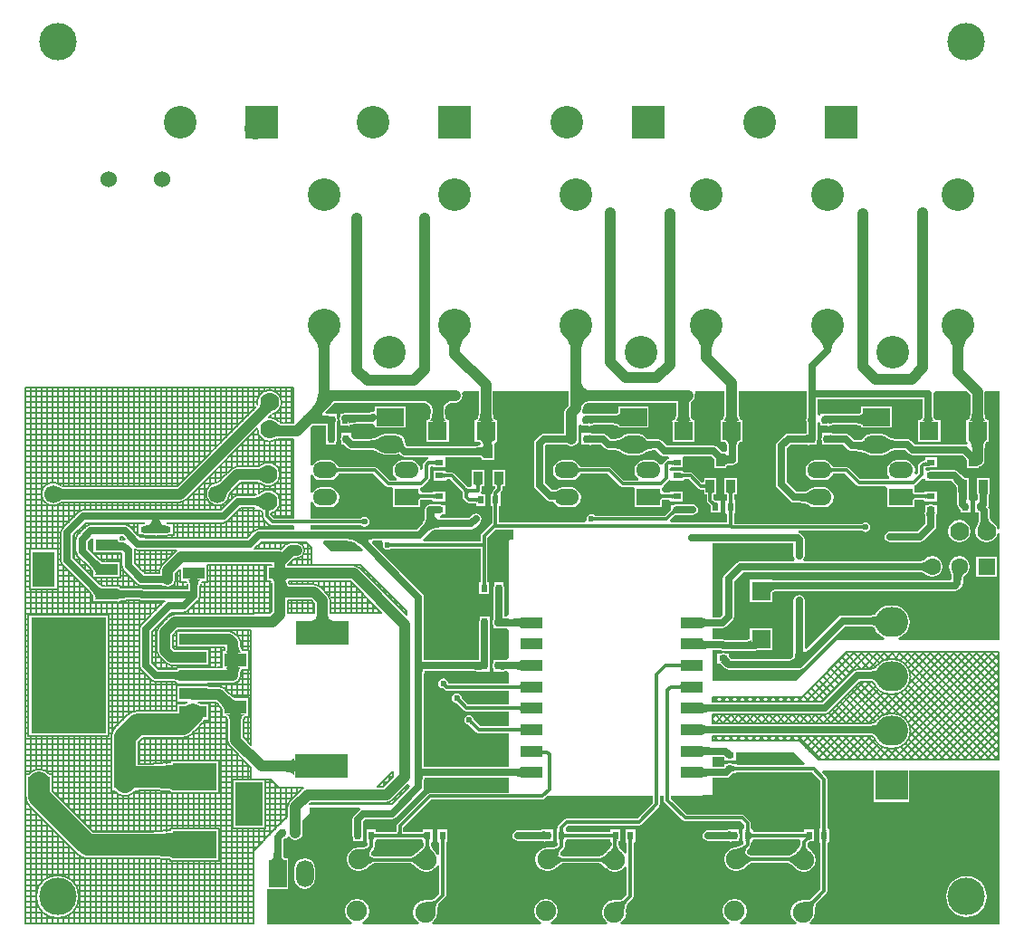
<source format=gtl>
G04*
G04 #@! TF.GenerationSoftware,Altium Limited,Altium Designer,19.0.12 (326)*
G04*
G04 Layer_Physical_Order=1*
G04 Layer_Color=255*
%FSTAX24Y24*%
%MOIN*%
G70*
G01*
G75*
%ADD18C,0.0080*%
%ADD22C,0.0118*%
%ADD23R,0.0787X0.0394*%
%ADD24R,0.0236X0.0315*%
%ADD25R,0.0315X0.0236*%
%ADD26R,0.0335X0.0472*%
%ADD27R,0.0700X0.0700*%
%ADD28R,0.0787X0.0512*%
%ADD29R,0.2752X0.4252*%
%ADD30R,0.0984X0.0421*%
%ADD31R,0.0846X0.0394*%
%ADD32R,0.0846X0.1299*%
%ADD33R,0.0787X0.0433*%
%ADD34R,0.0787X0.0394*%
%ADD35R,0.1969X0.0906*%
%ADD36R,0.0700X0.0700*%
%ADD71C,0.0394*%
%ADD72C,0.0276*%
%ADD73C,0.0787*%
%ADD74C,0.0700*%
%ADD75C,0.1200*%
%ADD76R,0.1200X0.1200*%
%ADD77O,0.1000X0.0650*%
%ADD78R,0.1000X0.0650*%
%ADD79R,0.0900X0.0600*%
%ADD80O,0.0900X0.0600*%
%ADD81R,0.1000X0.1600*%
%ADD82R,0.1600X0.1000*%
%ADD83C,0.0600*%
%ADD84C,0.0669*%
%ADD85C,0.0750*%
%ADD86C,0.0630*%
%ADD87R,0.0630X0.0630*%
%ADD88R,0.0650X0.1000*%
%ADD89O,0.0650X0.1000*%
%ADD90O,0.1200X0.1100*%
%ADD91R,0.1200X0.1100*%
%ADD92C,0.1378*%
%ADD93C,0.0236*%
G36*
X043528Y030577D02*
X04349Y030532D01*
X043456Y030485D01*
X043427Y030437D01*
X043403Y030388D01*
X043383Y030337D01*
X043367Y030285D01*
X043356Y030233D01*
X043349Y030179D01*
X043347Y030123D01*
X042953D01*
X042951Y030179D01*
X042944Y030233D01*
X042933Y030285D01*
X042917Y030337D01*
X042897Y030388D01*
X042873Y030437D01*
X042844Y030485D01*
X04281Y030532D01*
X042772Y030577D01*
X04273Y030622D01*
X04357D01*
X043528Y030577D01*
D02*
G37*
G36*
X034261D02*
X034223Y030532D01*
X03419Y030485D01*
X034161Y030437D01*
X034136Y030388D01*
X034116Y030337D01*
X0341Y030285D01*
X034089Y030233D01*
X034082Y030179D01*
X03408Y030123D01*
X033686D01*
X033684Y030179D01*
X033678Y030233D01*
X033666Y030285D01*
X033651Y030337D01*
X033631Y030388D01*
X033606Y030437D01*
X033577Y030485D01*
X033544Y030532D01*
X033506Y030577D01*
X033463Y030622D01*
X034303D01*
X034261Y030577D01*
D02*
G37*
G36*
X029461D02*
X029423Y030532D01*
X02939Y030485D01*
X029361Y030437D01*
X029336Y030388D01*
X029316Y030337D01*
X0293Y030285D01*
X029289Y030233D01*
X029282Y030179D01*
X02928Y030123D01*
X028886D01*
X028884Y030179D01*
X028878Y030233D01*
X028866Y030285D01*
X028851Y030337D01*
X028831Y030388D01*
X028806Y030437D01*
X028777Y030485D01*
X028744Y030532D01*
X028706Y030577D01*
X028663Y030622D01*
X029503D01*
X029461Y030577D01*
D02*
G37*
G36*
X024994D02*
X024956Y030532D01*
X024923Y030485D01*
X024894Y030437D01*
X024869Y030388D01*
X024849Y030337D01*
X024834Y030285D01*
X024822Y030233D01*
X024816Y030179D01*
X024814Y030123D01*
X02442D01*
X024418Y030179D01*
X024411Y030233D01*
X0244Y030285D01*
X024384Y030337D01*
X024364Y030388D01*
X024339Y030437D01*
X02431Y030485D01*
X024277Y030532D01*
X024239Y030577D01*
X024197Y030622D01*
X025037D01*
X024994Y030577D01*
D02*
G37*
G36*
X020225Y03061D02*
X020181Y030567D01*
X020143Y030523D01*
X020108Y030477D01*
X020079Y03043D01*
X020054Y030381D01*
X020033Y030331D01*
X020017Y03028D01*
X020006Y030227D01*
X019999Y030173D01*
X019997Y030118D01*
X019603Y030129D01*
X019601Y030184D01*
X019594Y030238D01*
X019584Y030291D01*
X019568Y030343D01*
X019549Y030394D01*
X019525Y030444D01*
X019496Y030493D01*
X019463Y030541D01*
X019426Y030588D01*
X019385Y030633D01*
X020225Y03061D01*
D02*
G37*
G36*
X038707Y03056D02*
X038661Y03051D01*
X03862Y030459D01*
X038585Y030409D01*
X038555Y030359D01*
X038531Y030308D01*
X038512Y030258D01*
X038499Y030207D01*
X038491Y030157D01*
X038488Y030106D01*
X038212D01*
X03821Y030157D01*
X038201Y030207D01*
X038188Y030258D01*
X038169Y030308D01*
X038145Y030359D01*
X038115Y030409D01*
X03808Y030459D01*
X038039Y03051D01*
X037993Y03056D01*
X037942Y03061D01*
X038758D01*
X038707Y03056D01*
D02*
G37*
G36*
X029284Y028966D02*
X029296Y028899D01*
X029316Y02884D01*
X029343Y028789D01*
X029379Y028745D01*
X029422Y02871D01*
X029473Y028682D01*
X029532Y028663D01*
X029599Y028651D01*
X029674Y028647D01*
Y028253D01*
X029599Y02825D01*
X029532Y028242D01*
X029473Y028228D01*
X029422Y028209D01*
X029379Y028184D01*
X029343Y028153D01*
X029316Y028117D01*
X029296Y028075D01*
X029284Y028028D01*
X02928Y027975D01*
X028886Y02845D01*
X02928Y029041D01*
X029284Y028966D01*
D02*
G37*
G36*
X0198Y028159D02*
X019939Y02802D01*
X019325Y027963D01*
X019378Y028019D01*
X019425Y028079D01*
X019467Y02814D01*
X019503Y028204D01*
X019534Y02827D01*
X019559Y028338D01*
X019578Y028409D01*
X019592Y028482D01*
X0196Y028557D01*
X019603Y028635D01*
X0198Y028159D01*
D02*
G37*
G36*
X017867Y027857D02*
X017858Y027854D01*
X017847Y027848D01*
X017834Y027839D01*
X017818Y027828D01*
X017781Y027797D01*
X017709Y027731D01*
X017681Y027703D01*
X017331Y02791D01*
X017358Y027938D01*
X017403Y027989D01*
X01742Y028013D01*
X017434Y028035D01*
X017445Y028056D01*
X017453Y028076D01*
X017458Y028094D01*
X01746Y02811D01*
X017458Y028126D01*
X017867Y027857D01*
D02*
G37*
G36*
X044681Y023534D02*
X044602Y023526D01*
X044586Y02361D01*
X044495Y023746D01*
X044423Y023794D01*
X044416Y023804D01*
X044396Y023818D01*
X04438Y023831D01*
X044367Y023845D01*
X044355Y023861D01*
X044345Y023879D01*
X044337Y0239D01*
X04433Y023922D01*
X044325Y023947D01*
X044322Y023975D01*
X044321Y024008D01*
X04432Y02401D01*
Y024207D01*
X044304Y024285D01*
X044261Y02435D01*
X044254Y024357D01*
X04427Y024381D01*
X044286Y024458D01*
Y024594D01*
X044287Y024596D01*
X044289Y024735D01*
X044294Y024797D01*
X044296Y024812D01*
X044315Y024812D01*
X044319Y024873D01*
X044315Y024882D01*
X044315Y02489D01*
Y025404D01*
X043861D01*
Y02489D01*
X043861Y024882D01*
X043857Y024873D01*
X043861Y024812D01*
X043871D01*
X043881Y024648D01*
X043881Y024646D01*
X043818Y024571D01*
X043808Y024567D01*
X043797D01*
Y024439D01*
X043789Y024427D01*
X043774Y02435D01*
X043789Y024273D01*
X043797Y024261D01*
Y024133D01*
X043908D01*
X043917Y024124D01*
Y023937D01*
X043915Y023934D01*
X043915Y023903D01*
X043909Y023842D01*
X043904Y023815D01*
X043898Y023788D01*
X043891Y023763D01*
X043882Y023738D01*
X043872Y023715D01*
X043861Y023692D01*
X043847Y023669D01*
X043846Y023658D01*
X043813Y02361D01*
X043781Y02345D01*
X043813Y02329D01*
X043904Y023154D01*
X044039Y023064D01*
X044199Y023032D01*
X044359Y023064D01*
X044495Y023154D01*
X044586Y02329D01*
X044602Y023374D01*
X044681Y023366D01*
Y01945D01*
X040973D01*
X040957Y019529D01*
X041058Y01957D01*
X041185Y019668D01*
X041283Y019796D01*
X041345Y019944D01*
X041366Y020103D01*
X041345Y020263D01*
X041283Y020411D01*
X041185Y020538D01*
X041058Y020636D01*
X04091Y020698D01*
X04075Y020719D01*
X04065D01*
X040491Y020698D01*
X040343Y020636D01*
X040215Y020538D01*
X040171Y02048D01*
X040167Y020479D01*
X040161Y020468D01*
X040118Y020411D01*
X040112Y020397D01*
X04009Y020386D01*
X040059Y020376D01*
X040021Y020368D01*
X039919Y020358D01*
X039857Y020357D01*
X039855Y020356D01*
X038904D01*
X038827Y02034D01*
X038761Y020297D01*
X037591Y019126D01*
X037589Y019125D01*
X037583Y01912D01*
X037583Y01912D01*
X037503Y019153D01*
X037503Y019153D01*
X037503Y019161D01*
X037502Y019163D01*
Y0209D01*
X037486Y020977D01*
X037443Y021043D01*
X037377Y021086D01*
X0373Y021102D01*
X037223Y021086D01*
X037157Y021043D01*
X037114Y020977D01*
X037098Y0209D01*
Y018975D01*
X037098Y018974D01*
X037098Y018974D01*
Y018969D01*
X037097Y018967D01*
X037095Y018918D01*
X037088Y01888D01*
X037078Y018849D01*
X037064Y018823D01*
X037047Y018803D01*
X037027Y018786D01*
X037001Y018772D01*
X03697Y018762D01*
X036932Y018755D01*
X036883Y018753D01*
X036881Y018752D01*
X034798D01*
X034717Y018832D01*
Y018942D01*
X034589D01*
X034577Y01895D01*
X0345Y018965D01*
X034423Y01895D01*
X034411Y018942D01*
X034283D01*
Y018586D01*
X034393D01*
X034445Y018534D01*
X03457Y018407D01*
X03457Y018407D01*
X03457Y018407D01*
X034575Y018405D01*
X034637Y018364D01*
X034714Y018348D01*
X0373D01*
X037377Y018364D01*
X037443Y018407D01*
X038987Y019952D01*
X039824D01*
X039825Y019952D01*
X039827Y019952D01*
X039828D01*
X03983Y019951D01*
X039892Y01995D01*
X039944Y019946D01*
X039989Y01994D01*
X040025Y019932D01*
X040052Y019922D01*
X040069Y019913D01*
X040118Y019796D01*
X040215Y019668D01*
X040343Y01957D01*
X040444Y019529D01*
X040428Y01945D01*
X0387D01*
X037189Y017939D01*
X0341D01*
X0341Y019068D01*
X034416D01*
X034423Y019064D01*
X0345Y019048D01*
X035273D01*
X035276Y019047D01*
X035276Y019047D01*
X035276Y019047D01*
X035328Y019047D01*
X035329Y019048D01*
X03533Y019048D01*
X035359Y019048D01*
X035666D01*
X035743Y019064D01*
X035759Y019074D01*
X03631D01*
Y019894D01*
X03549D01*
Y019539D01*
X035487Y019532D01*
X035485Y019514D01*
X035482Y019505D01*
X035477Y019498D01*
X035468Y019489D01*
X035453Y01948D01*
X035431Y019471D01*
X035402Y019464D01*
X035367Y019458D01*
X035324Y019454D01*
X035274Y019453D01*
X035272Y019452D01*
X034564D01*
X034557Y019456D01*
X03448Y019471D01*
X0341D01*
Y019885D01*
X034486D01*
X034563Y0199D01*
X034629Y019944D01*
X034843Y020157D01*
X034886Y020223D01*
X034902Y0203D01*
Y021616D01*
X035234Y021948D01*
X041724D01*
X041726Y021947D01*
X041757Y021946D01*
X041784Y021944D01*
X041809Y021941D01*
X041831Y021936D01*
X041852Y02193D01*
X041871Y021923D01*
X041888Y021915D01*
X041903Y021905D01*
X041916Y021895D01*
X041924Y021888D01*
X04193Y02188D01*
X042054Y021797D01*
X0422Y021768D01*
X042346Y021797D01*
X04247Y02188D01*
X042553Y022004D01*
X042582Y02215D01*
X042553Y022296D01*
X04247Y02242D01*
X042346Y022503D01*
X0422Y022532D01*
X042054Y022503D01*
X04193Y02242D01*
X041924Y022412D01*
X041916Y022405D01*
X041903Y022395D01*
X041888Y022385D01*
X041871Y022377D01*
X041852Y02237D01*
X041831Y022364D01*
X041809Y022359D01*
X041784Y022356D01*
X041757Y022353D01*
X041726Y022353D01*
X041724Y022352D01*
X037493D01*
X037488Y022357D01*
X037458Y02243D01*
X037486Y022473D01*
X037502Y02255D01*
Y023143D01*
X037486Y02322D01*
X037443Y023286D01*
X037386Y023343D01*
X03732Y023386D01*
X03729Y023392D01*
X037298Y023471D01*
X039622D01*
X039681Y023432D01*
X03975Y023418D01*
X03982Y023432D01*
X039878Y023472D01*
X039918Y02353D01*
X039932Y0236D01*
X039918Y02367D01*
X039878Y023728D01*
X03982Y023768D01*
X03975Y023782D01*
X039681Y023768D01*
X039622Y023729D01*
X034904D01*
Y024055D01*
X034954Y024133D01*
X034957Y024194D01*
X034957Y024195D01*
X034957Y024201D01*
X034954Y024207D01*
X034954Y024211D01*
Y024489D01*
X034954Y024493D01*
X034957Y024499D01*
X034957Y024505D01*
X034957Y024506D01*
X034954Y024567D01*
X03491Y024646D01*
Y024805D01*
X034911Y02481D01*
X034912Y024812D01*
X034912Y024812D01*
X035013D01*
Y025404D01*
X034559D01*
Y024812D01*
X03465D01*
X03465Y024812D01*
X034651Y02481D01*
X034652Y024805D01*
Y024574D01*
X034651Y02457D01*
X03465Y024568D01*
X03465Y024567D01*
X034597D01*
Y024211D01*
X034597Y024207D01*
X034594Y024201D01*
X034594Y024195D01*
X034594Y024194D01*
X034597Y024133D01*
X034647Y024055D01*
Y023779D01*
X032906D01*
X032889Y023786D01*
X032889Y023786D01*
X03259D01*
X032557Y023864D01*
X032751Y024058D01*
X0328Y024048D01*
X033382D01*
X033459Y024064D01*
X033524Y024107D01*
X033568Y024173D01*
X033584Y02425D01*
X033568Y024327D01*
X033524Y024393D01*
X033459Y024436D01*
X033382Y024452D01*
X0328D01*
X032723Y024436D01*
X032711Y024428D01*
X032583D01*
Y024313D01*
X032581Y02431D01*
X032582Y024305D01*
X03258Y0243D01*
X032583Y024294D01*
Y024261D01*
X032579Y024255D01*
X03257Y024241D01*
X032357Y024029D01*
X029781D01*
X029779Y02403D01*
X029779Y02403D01*
X029777Y024031D01*
X029776Y024032D01*
X029776Y024032D01*
X029775Y024032D01*
X029771Y024034D01*
X02972Y024068D01*
X02965Y024082D01*
X029581Y024068D01*
X029522Y024028D01*
X029482Y02397D01*
X029468Y0239D01*
X029475Y023864D01*
X029425Y023786D01*
X026258D01*
Y024383D01*
X026308D01*
X026308Y024817D01*
X026331Y024887D01*
X026369Y024978D01*
X026369Y024978D01*
Y025105D01*
X02637Y02511D01*
X026371Y025112D01*
X026371Y025112D01*
X026467D01*
Y025704D01*
X026013D01*
Y025112D01*
X026109D01*
X026109Y025112D01*
X02611Y02511D01*
X026111Y025105D01*
Y025032D01*
X026038Y024959D01*
X026003Y024875D01*
X025951Y024817D01*
X025951Y024817D01*
X025951Y024817D01*
Y024383D01*
X026001D01*
Y023754D01*
X025986Y023748D01*
X025986Y023748D01*
X025609Y023371D01*
X025571Y023279D01*
X025571Y023279D01*
Y023079D01*
X023467D01*
X023443Y023157D01*
X023443Y023158D01*
X023634Y023349D01*
X023637Y02335D01*
X023675Y023385D01*
X023712Y023416D01*
X023751Y023442D01*
X023791Y023465D01*
X023832Y023484D01*
X023875Y023499D01*
X02392Y023512D01*
X023966Y02352D01*
X024013Y023526D01*
X024065Y023528D01*
X024068Y023529D01*
X02523D01*
X025307Y023544D01*
X025373Y023588D01*
X025543Y023757D01*
X025586Y023823D01*
X025602Y0239D01*
X025586Y023977D01*
X025543Y024043D01*
X025477Y024086D01*
X0254Y024102D01*
X025323Y024086D01*
X025257Y024043D01*
X025147Y023932D01*
X024149D01*
X024147Y023933D01*
X024099Y023936D01*
X024092Y023937D01*
X024078Y023958D01*
X024107Y024044D01*
X024149Y024072D01*
X024267D01*
Y024428D01*
X024139D01*
X024127Y024436D01*
X02405Y024452D01*
X023973Y024436D01*
X023966Y024432D01*
X02373D01*
X023653Y024417D01*
X023588Y024373D01*
X023544Y024307D01*
X023529Y02423D01*
Y024068D01*
X023528Y024065D01*
X023526Y024013D01*
X02352Y023966D01*
X023512Y02392D01*
X023499Y023875D01*
X023484Y023832D01*
X023465Y023791D01*
X023442Y023751D01*
X023416Y023712D01*
X023385Y023675D01*
X02335Y023637D01*
X023349Y023634D01*
X023216Y023502D01*
X021008D01*
X021006Y023502D01*
X021004Y023502D01*
X0193D01*
Y023671D01*
X021172D01*
X02123Y023632D01*
X0213Y023618D01*
X02137Y023632D01*
X021428Y023672D01*
X021468Y02373D01*
X021482Y0238D01*
X021468Y02387D01*
X021428Y023928D01*
X02137Y023968D01*
X0213Y023982D01*
X02123Y023968D01*
X021172Y023929D01*
X0193D01*
Y024509D01*
X019379Y024533D01*
X01944Y02444D01*
X01956Y024361D01*
X0197Y024333D01*
X02D01*
X02014Y024361D01*
X02026Y02444D01*
X020339Y02456D01*
X020367Y0247D01*
X020339Y02484D01*
X02026Y02496D01*
X02014Y025039D01*
X02Y025067D01*
X0197D01*
X01956Y025039D01*
X01944Y02496D01*
X019379Y024867D01*
X0193Y024891D01*
Y025509D01*
X019379Y025533D01*
X01944Y02544D01*
X01956Y025361D01*
X0197Y025333D01*
X02D01*
X02014Y025361D01*
X02026Y02544D01*
X020339Y02556D01*
X020341Y025569D01*
X020342Y025569D01*
X020351Y025571D01*
X021622D01*
X022084Y025109D01*
X022084Y025109D01*
X022175Y025071D01*
X022175Y025071D01*
X022266D01*
X02234Y02506D01*
X02234Y024992D01*
Y02434D01*
X02336D01*
Y024606D01*
X023361Y024606D01*
X023366Y024607D01*
X023755D01*
X023833Y024558D01*
X023894Y024554D01*
X023895Y024555D01*
X023901Y024555D01*
X023907Y024558D01*
X023911Y024558D01*
X024267D01*
Y024914D01*
X023911D01*
X023907Y024914D01*
X023901Y024918D01*
X023895Y024917D01*
X023894Y024918D01*
X023833Y024914D01*
X023755Y024865D01*
X023438D01*
X02336Y024941D01*
Y024998D01*
X023369Y025065D01*
X023425Y025094D01*
X023461Y025109D01*
X023661Y025309D01*
X023661Y025309D01*
X023699Y0254D01*
X023699Y0254D01*
Y02581D01*
X023777Y025843D01*
X023833Y025808D01*
X023894Y025804D01*
X023895Y025805D01*
X023901Y025805D01*
X023907Y025808D01*
X023911Y025808D01*
X024267D01*
X024267Y026164D01*
X024335Y02619D01*
X025409D01*
X025411Y026189D01*
X025462Y026188D01*
X025506Y026186D01*
X025543Y026181D01*
X025574Y026176D01*
X025597Y026169D01*
X025613Y026162D01*
X025621Y026157D01*
X025623Y026155D01*
X025624Y026148D01*
X025627Y026142D01*
X025627Y026096D01*
X025688Y026092D01*
X02569Y026093D01*
X025697Y026093D01*
X025703Y026096D01*
X025705Y026096D01*
X026081D01*
Y026609D01*
X026083Y026611D01*
X026082Y02662D01*
X026085Y026627D01*
X026081Y026688D01*
X026139Y02674D01*
X026176D01*
Y027481D01*
X026176Y027485D01*
X026179Y02749D01*
X026179Y027497D01*
X02618Y027499D01*
X026176Y02756D01*
X026129Y02756D01*
X026124Y027563D01*
X026104Y027566D01*
X026096Y02757D01*
X026086Y027578D01*
X026074Y027595D01*
X026062Y027621D01*
X02605Y027657D01*
X026041Y027701D01*
X026029Y027821D01*
X026028Y027889D01*
Y0286D01*
X028821D01*
Y028083D01*
X028739Y028001D01*
X028682Y027916D01*
X028663Y027816D01*
X028663Y027816D01*
Y027058D01*
X028591Y027053D01*
X02839Y027053D01*
X028387Y027052D01*
X027911D01*
X027834Y027036D01*
X027769Y026993D01*
X027607Y026831D01*
X027564Y026766D01*
X027548Y026689D01*
Y02515D01*
X027564Y025073D01*
X027607Y025007D01*
X027995Y024619D01*
X028061Y024576D01*
X028131Y024562D01*
X028137Y024559D01*
X028204Y024558D01*
X028253Y024555D01*
X028265Y024553D01*
X02834Y02444D01*
X02846Y024361D01*
X0286Y024333D01*
X0289D01*
X02904Y024361D01*
X02916Y02444D01*
X029239Y02456D01*
X029267Y0247D01*
X029239Y02484D01*
X02916Y02496D01*
X02904Y025039D01*
X0289Y025067D01*
X0286D01*
X02846Y025039D01*
X02838Y024986D01*
X028378Y024986D01*
X028377Y024984D01*
X028368Y024978D01*
X028367Y024978D01*
X028355Y024975D01*
X028218Y024967D01*
X027952Y025234D01*
Y026605D01*
X027995Y026648D01*
X028387D01*
X02839Y026647D01*
X028546Y026647D01*
X028706Y026644D01*
X028746Y026642D01*
Y026633D01*
X028788D01*
X028824Y026608D01*
X028924Y026588D01*
X029025Y026608D01*
X029061Y026633D01*
X029103D01*
Y02666D01*
X02911Y026665D01*
X029166Y02675D01*
X029186Y02685D01*
Y027363D01*
X029265Y0274D01*
X029272Y027394D01*
Y027333D01*
X029549D01*
X029558Y027333D01*
X029567Y027329D01*
X029628Y027333D01*
Y027354D01*
X029793Y027367D01*
X029843Y027367D01*
X029845Y027368D01*
X030422D01*
X030424Y027367D01*
X030475Y027366D01*
X030519Y027363D01*
X030555Y027358D01*
X030586Y027352D01*
X030609Y027345D01*
X030624Y027338D01*
X030632Y027332D01*
X030635Y027329D01*
X030635Y027328D01*
X030637Y027317D01*
X03064Y027312D01*
X03064Y027265D01*
X030701Y027261D01*
X030703Y027262D01*
X03071Y027262D01*
X030715Y027265D01*
X030719Y027265D01*
X03176D01*
Y028035D01*
X03064D01*
Y027856D01*
X030638Y027852D01*
X030636Y027834D01*
X030633Y027825D01*
X030628Y027818D01*
X030619Y027809D01*
X030604Y0278D01*
X030582Y027791D01*
X030553Y027783D01*
X030517Y027777D01*
X030474Y027774D01*
X030424Y027772D01*
X030422Y027771D01*
X029845D01*
X029843Y027772D01*
X029842Y027772D01*
X029842Y027772D01*
X029597Y027771D01*
X02947D01*
X02945Y027767D01*
X029349D01*
X029306Y027846D01*
X029325Y027874D01*
X029344Y027966D01*
X029345Y027969D01*
X029345Y027969D01*
X029345Y02797D01*
X029348Y028017D01*
X029357Y028053D01*
X029371Y028083D01*
X029391Y028108D01*
X029416Y02813D01*
X02945Y02815D01*
X029492Y028166D01*
X029544Y028178D01*
X029604Y028186D01*
X029673Y028188D01*
X032783D01*
Y027889D01*
X032781Y027821D01*
X032777Y027757D01*
X03277Y027702D01*
X03276Y027657D01*
X032749Y027621D01*
X032737Y027595D01*
X032725Y027578D01*
X032715Y02757D01*
X032706Y027566D01*
X032687Y027563D01*
X032682Y02756D01*
X032634Y02756D01*
X032631Y027499D01*
X032632Y027497D01*
X032631Y02749D01*
X032634Y027485D01*
X032634Y027481D01*
Y02674D01*
X033454D01*
Y027481D01*
X033454Y027485D01*
X033458Y02749D01*
X033457Y027497D01*
X033458Y027499D01*
X033454Y02756D01*
X033407Y02756D01*
X033402Y027563D01*
X033383Y027566D01*
X033374Y02757D01*
X033364Y027578D01*
X033352Y027595D01*
X03334Y027621D01*
X033329Y027657D01*
X033319Y027701D01*
X033308Y027821D01*
X033306Y027889D01*
Y028186D01*
X033385Y028265D01*
X033385Y028265D01*
X033442Y02835D01*
X033462Y02845D01*
X033448Y028521D01*
X033466Y028561D01*
X033496Y0286D01*
X034554D01*
Y027889D01*
X034553Y027821D01*
X034549Y027757D01*
X034542Y027702D01*
X034532Y027657D01*
X034521Y027621D01*
X034508Y027595D01*
X034497Y027578D01*
X034487Y02757D01*
X034478Y027566D01*
X034459Y027563D01*
X034453Y02756D01*
X034406Y02756D01*
X034402Y027499D01*
X034403Y027497D01*
X034403Y02749D01*
X034406Y027485D01*
X034406Y027481D01*
Y02674D01*
X034561D01*
X034568Y026737D01*
X034586Y026735D01*
X034595Y026732D01*
X034602Y026727D01*
X034611Y026718D01*
X03462Y026703D01*
X034629Y026681D01*
X034636Y026652D01*
X034642Y026617D01*
X034646Y026574D01*
X034647Y026524D01*
X034648Y026522D01*
Y026458D01*
X034627Y026388D01*
X034566Y026392D01*
X034564Y026391D01*
X034557Y026391D01*
X034551Y026388D01*
X034458D01*
X034304Y026543D01*
X034238Y026586D01*
X034161Y026602D01*
X032434D01*
X032256Y026779D01*
X032191Y026823D01*
X032113Y026838D01*
X031957D01*
X031955Y026839D01*
X031953Y026839D01*
X031952Y026839D01*
X03188Y026841D01*
X031817Y026845D01*
X031763Y026851D01*
X031718Y02686D01*
X031693Y026867D01*
X031653Y026928D01*
X031613Y026954D01*
X031612Y026956D01*
X031607Y026958D01*
X031605Y026963D01*
X031597Y026965D01*
X031525Y027013D01*
X031375Y027043D01*
X031025D01*
X030875Y027013D01*
X03082Y026976D01*
X030805Y026972D01*
X030774Y026948D01*
X030743Y026928D01*
X030712Y026911D01*
X030679Y026895D01*
X030645Y026882D01*
X03061Y026872D01*
X030574Y026864D01*
X030536Y026858D01*
X030497Y026854D01*
X030454Y026853D01*
X030452Y026852D01*
X03037D01*
X030229Y026993D01*
X030164Y027036D01*
X030087Y027052D01*
X029872D01*
X029869Y027053D01*
X029694Y027056D01*
X029654Y027058D01*
X029654Y027067D01*
X0296Y027071D01*
X0296Y027071D01*
X029592Y027071D01*
X029583Y027067D01*
X029297D01*
Y026939D01*
X029289Y026927D01*
X029274Y02685D01*
X029289Y026773D01*
X029297Y026761D01*
Y026633D01*
X029575D01*
X029583Y026633D01*
X029592Y026629D01*
X0296Y026629D01*
X0296Y026629D01*
X029654Y026633D01*
Y026636D01*
X029818Y026647D01*
X029868Y026647D01*
X029871Y026648D01*
X030003D01*
X030144Y026507D01*
X030209Y026464D01*
X030287Y026448D01*
X030452D01*
X030454Y026447D01*
X030497Y026446D01*
X030536Y026442D01*
X030574Y026436D01*
X03061Y026428D01*
X030645Y026418D01*
X030679Y026405D01*
X030712Y026389D01*
X030743Y026372D01*
X030774Y026352D01*
X030805Y026328D01*
X03082Y026324D01*
X030875Y026287D01*
X031025Y026257D01*
X031375D01*
X031525Y026287D01*
X03158Y026324D01*
X031595Y026328D01*
X031623Y026349D01*
X03165Y026366D01*
X031679Y026382D01*
X03171Y026395D01*
X031743Y026407D01*
X031778Y026417D01*
X031815Y026424D01*
X031853Y026429D01*
X031894Y026433D01*
X031939Y026434D01*
X031941Y026435D01*
X03203D01*
X032207Y026257D01*
X032273Y026214D01*
X03235Y026198D01*
X032484D01*
X032518Y026166D01*
X032518Y026109D01*
X032505Y026098D01*
X032469D01*
X032469Y026098D01*
X032378Y02606D01*
X032378Y02606D01*
X032309Y025991D01*
X03228Y025921D01*
X032213Y025905D01*
X032195Y025906D01*
X03216Y02596D01*
X03204Y026039D01*
X0319Y026067D01*
X0316D01*
X03146Y026039D01*
X03134Y02596D01*
X031261Y02584D01*
X031233Y0257D01*
X031261Y02556D01*
X03134Y02544D01*
X03139Y025408D01*
X031366Y025329D01*
X030853D01*
X030391Y025791D01*
X0303Y025829D01*
X0303Y025829D01*
X029251D01*
X029242Y025831D01*
X029241Y025831D01*
X029239Y02584D01*
X02916Y02596D01*
X02904Y026039D01*
X0289Y026067D01*
X0286D01*
X02846Y026039D01*
X02834Y02596D01*
X028261Y02584D01*
X028233Y0257D01*
X028261Y02556D01*
X02834Y02544D01*
X02846Y025361D01*
X0286Y025333D01*
X0289D01*
X02904Y025361D01*
X02916Y02544D01*
X029239Y02556D01*
X029241Y025569D01*
X029242Y025569D01*
X029251Y025571D01*
X030247D01*
X030709Y025109D01*
X030709Y025109D01*
X0308Y025071D01*
X0308Y025071D01*
X031166D01*
X03124Y02506D01*
X03124Y024992D01*
Y02434D01*
X03226D01*
Y024606D01*
X032261Y024606D01*
X032266Y024607D01*
X032505D01*
X032583Y024558D01*
X032644Y024554D01*
X032645Y024555D01*
X032651Y024555D01*
X032657Y024558D01*
X032661Y024558D01*
X033017D01*
Y024914D01*
X032661D01*
X032657Y024914D01*
X032651Y024918D01*
X032645Y024917D01*
X032644Y024918D01*
X032583Y024914D01*
X032505Y024865D01*
X032338D01*
X03226Y024941D01*
X03226Y025043D01*
X032284Y025094D01*
X032303Y025121D01*
X032491Y025309D01*
X032491Y025309D01*
X032504Y025339D01*
X032583Y025324D01*
Y025322D01*
X032939D01*
X032943Y025322D01*
X032949Y025319D01*
X032955Y025319D01*
X032956Y025318D01*
X033017Y025322D01*
X033095Y025371D01*
X033247D01*
X033599Y025019D01*
X033599Y025019D01*
X03369Y024981D01*
X033794D01*
X033799Y02498D01*
X033801Y024979D01*
Y024814D01*
X033897D01*
X033897Y024814D01*
X033898Y024812D01*
X033899Y024807D01*
Y024586D01*
X033899Y024586D01*
X033937Y024495D01*
X034033Y024399D01*
X034041Y024387D01*
X034046Y024378D01*
Y024356D01*
X034043Y024347D01*
X034045Y024342D01*
X034043Y024336D01*
X034046Y024332D01*
Y024133D01*
X034403D01*
Y024567D01*
X034282D01*
X034277Y02457D01*
X034272Y024569D01*
X034267Y024571D01*
X034257Y024567D01*
X034235D01*
X034227Y024573D01*
X034215Y024581D01*
X034157Y024639D01*
Y024807D01*
X034158Y024812D01*
X034159Y024814D01*
X034159Y024814D01*
X034255D01*
Y025406D01*
X033801D01*
Y025291D01*
X033722Y02526D01*
X033391Y025591D01*
X0333Y025629D01*
X0333Y025629D01*
X033095D01*
X033017Y025678D01*
X032956Y025682D01*
X032955Y025681D01*
X032949Y025681D01*
X032943Y025678D01*
X032939Y025678D01*
X032608D01*
X032583Y025678D01*
X032529Y025735D01*
Y025752D01*
X032583Y025808D01*
X032643Y025804D01*
X032646Y025805D01*
X032654Y025805D01*
X032658Y025808D01*
X033017D01*
X033017Y026164D01*
X033082Y026198D01*
X034077D01*
X034173Y026103D01*
Y025796D01*
X034549D01*
X034551Y025796D01*
X034557Y025793D01*
X034564Y025793D01*
X034566Y025792D01*
X034627Y025796D01*
X034627Y025842D01*
X03463Y025848D01*
X034631Y025855D01*
X034633Y025857D01*
X034641Y025862D01*
X034657Y025869D01*
X03468Y025876D01*
X03471Y025881D01*
X034793Y025888D01*
X034843Y025889D01*
X034845Y02589D01*
X03485D01*
X034927Y025906D01*
X034993Y02595D01*
X035036Y026015D01*
X035052Y026092D01*
Y026522D01*
X035053Y026524D01*
X035054Y026574D01*
X035058Y026617D01*
X035064Y026652D01*
X035071Y026681D01*
X03508Y026703D01*
X035089Y026718D01*
X035098Y026727D01*
X035105Y026732D01*
X035114Y026735D01*
X035132Y026737D01*
X035139Y02674D01*
X035226D01*
Y027481D01*
X035226Y027485D01*
X035229Y02749D01*
X035229Y027497D01*
X03523Y027499D01*
X035226Y02756D01*
X035179Y02756D01*
X035174Y027563D01*
X035154Y027566D01*
X035146Y02757D01*
X035136Y027578D01*
X035124Y027595D01*
X035112Y027621D01*
X0351Y027657D01*
X035091Y027701D01*
X035079Y027821D01*
X035078Y027889D01*
Y0286D01*
X037582D01*
Y02845D01*
Y027634D01*
X037577Y027627D01*
X037562Y02755D01*
X037573Y027497D01*
Y027062D01*
X037432Y027053D01*
X037382Y027053D01*
X037379Y027052D01*
X0369D01*
X036823Y027036D01*
X036757Y026993D01*
X036507Y026743D01*
X036464Y026677D01*
X036448Y0266D01*
Y025179D01*
X036464Y025102D01*
X036507Y025036D01*
X036986Y024557D01*
X037052Y024514D01*
X037129Y024498D01*
X037355D01*
X037358Y024497D01*
X037403Y024496D01*
X037444Y024493D01*
X037482Y024488D01*
X037519Y024481D01*
X037553Y024472D01*
X037585Y024461D01*
X037615Y024449D01*
X037642Y024434D01*
X037668Y024418D01*
X037694Y024398D01*
X037709Y024395D01*
X03776Y024361D01*
X0379Y024333D01*
X0382D01*
X03834Y024361D01*
X03846Y02444D01*
X038539Y02456D01*
X038567Y0247D01*
X038539Y02484D01*
X03846Y02496D01*
X03834Y025039D01*
X0382Y025067D01*
X0379D01*
X03776Y025039D01*
X037709Y025005D01*
X037694Y025002D01*
X037668Y024982D01*
X037642Y024966D01*
X037615Y024951D01*
X037585Y024939D01*
X037553Y024928D01*
X037519Y024919D01*
X037483Y024912D01*
X037402Y024904D01*
X037358Y024903D01*
X037355Y024902D01*
X037212D01*
X036852Y025262D01*
Y026516D01*
X036984Y026648D01*
X037378D01*
X037381Y026647D01*
X037556Y026644D01*
X037596Y026642D01*
X037596Y026633D01*
X03765Y026629D01*
X03765Y026629D01*
X037657Y026629D01*
X037667Y026633D01*
X037953D01*
Y026761D01*
X037961Y026773D01*
X037976Y02685D01*
Y027437D01*
X038055Y027466D01*
X038072Y027445D01*
Y027333D01*
X038349D01*
X038358Y027333D01*
X038367Y027329D01*
X038428Y027333D01*
Y027354D01*
X038593Y027367D01*
X038643Y027367D01*
X038646Y027368D01*
X039372D01*
X039374Y027367D01*
X039425Y027366D01*
X039469Y027363D01*
X039505Y027358D01*
X039536Y027352D01*
X039559Y027345D01*
X039574Y027338D01*
X039582Y027332D01*
X039585Y027329D01*
X039585Y027328D01*
X039587Y027317D01*
X03959Y027312D01*
X03959Y027265D01*
X039651Y027261D01*
X039653Y027262D01*
X03966Y027262D01*
X039665Y027265D01*
X039669Y027265D01*
X04071D01*
Y028035D01*
X03959D01*
Y027856D01*
X039588Y027852D01*
X039586Y027834D01*
X039583Y027825D01*
X039578Y027818D01*
X039569Y027809D01*
X039554Y0278D01*
X039532Y027791D01*
X039503Y027783D01*
X039467Y027777D01*
X039424Y027774D01*
X039374Y027772D01*
X039372Y027771D01*
X038645D01*
X038642Y027772D01*
X038642Y027772D01*
X038642Y027772D01*
X038397Y027771D01*
X03827D01*
X03825Y027767D01*
X038072D01*
Y027705D01*
X038064Y027698D01*
X037985Y027733D01*
Y028298D01*
X041848D01*
Y027778D01*
X041847Y027776D01*
X041846Y027725D01*
X041842Y027683D01*
X041836Y027647D01*
X041828Y027618D01*
X04182Y027596D01*
X04181Y027581D01*
X041802Y027572D01*
X041795Y027567D01*
X041786Y027564D01*
X041768Y027562D01*
X041764Y02756D01*
X041684D01*
Y02674D01*
X042504D01*
Y02756D01*
X042336D01*
X042332Y027562D01*
X042314Y027564D01*
X042305Y027567D01*
X042298Y027572D01*
X04229Y027581D01*
X04228Y027596D01*
X042272Y027618D01*
X042264Y027647D01*
X042258Y027683D01*
X042254Y027726D01*
X042253Y027776D01*
X042252Y027778D01*
Y0285D01*
X042247Y028521D01*
X042309Y0286D01*
X04348D01*
X043604Y028475D01*
Y027889D01*
X043603Y027821D01*
X043599Y027757D01*
X043592Y027702D01*
X043582Y027657D01*
X043571Y027621D01*
X043558Y027595D01*
X043547Y027578D01*
X043537Y02757D01*
X043528Y027566D01*
X043509Y027563D01*
X043503Y02756D01*
X043456Y02756D01*
X043452Y027499D01*
X043453Y027497D01*
X043453Y02749D01*
X043456Y027485D01*
X043456Y027481D01*
Y026819D01*
X043456Y026815D01*
X043453Y02681D01*
X043453Y026803D01*
X043452Y026801D01*
X043456Y02674D01*
X043474D01*
X043524Y026686D01*
X043459Y026643D01*
X043413Y026652D01*
X04157D01*
X041429Y026793D01*
X041364Y026836D01*
X041287Y026852D01*
X040898D01*
X040896Y026853D01*
X040853Y026854D01*
X040814Y026858D01*
X040776Y026864D01*
X04074Y026872D01*
X040705Y026882D01*
X040671Y026895D01*
X040638Y026911D01*
X040607Y026928D01*
X040576Y026948D01*
X040545Y026972D01*
X04053Y026976D01*
X040475Y027013D01*
X040325Y027043D01*
X039975D01*
X039825Y027013D01*
X039697Y026928D01*
X039631Y026829D01*
X039612Y026823D01*
X039571Y026814D01*
X039457Y026804D01*
X039386Y026803D01*
X039384Y026802D01*
X039377D01*
X039377Y026802D01*
X039377Y026802D01*
X039334D01*
X039143Y026993D01*
X039077Y027036D01*
X039Y027052D01*
X038722D01*
X038719Y027053D01*
X038544Y027056D01*
X038504Y027058D01*
X038504Y027067D01*
X03845Y027071D01*
X03845Y027071D01*
X038442Y027071D01*
X038433Y027067D01*
X038147D01*
Y026939D01*
X038139Y026927D01*
X038124Y02685D01*
X038139Y026773D01*
X038147Y026761D01*
Y026633D01*
X038425D01*
X038433Y026633D01*
X038442Y026629D01*
X03845Y026629D01*
X03845Y026629D01*
X038504Y026633D01*
Y026636D01*
X038668Y026647D01*
X038718Y026647D01*
X038721Y026648D01*
X038916D01*
X039107Y026457D01*
X039173Y026414D01*
X03925Y026398D01*
X039431D01*
X039433Y026397D01*
X039472Y026396D01*
X03951Y026393D01*
X039548Y026388D01*
X039585Y026381D01*
X039663Y02636D01*
X039701Y026346D01*
X039781Y026312D01*
X039811Y026297D01*
X039825Y026287D01*
X039975Y026257D01*
X040325D01*
X040475Y026287D01*
X04053Y026324D01*
X040545Y026328D01*
X040576Y026352D01*
X040607Y026372D01*
X040638Y026389D01*
X040671Y026405D01*
X040705Y026418D01*
X04074Y026428D01*
X040776Y026436D01*
X040814Y026442D01*
X040853Y026446D01*
X040896Y026447D01*
X040898Y026448D01*
X041203D01*
X041344Y026307D01*
X041409Y026264D01*
X041487Y026248D01*
X043327D01*
X043403Y026169D01*
X04345Y026114D01*
X043465Y026095D01*
X043473Y026083D01*
X043472Y026081D01*
X043475Y026075D01*
Y025796D01*
X043929D01*
Y025843D01*
X043966Y02585D01*
X044051Y025907D01*
X044108Y025992D01*
X044128Y026092D01*
Y026411D01*
X044129Y026479D01*
X044134Y026543D01*
X044141Y026598D01*
X04415Y026643D01*
X044162Y026679D01*
X044174Y026705D01*
X044186Y026722D01*
X044196Y02673D01*
X044204Y026734D01*
X044224Y026737D01*
X044229Y02674D01*
X044276Y02674D01*
X04428Y026801D01*
X044279Y026803D01*
X044279Y02681D01*
X044276Y026815D01*
X044276Y026819D01*
Y027481D01*
X044276Y027485D01*
X044279Y02749D01*
X044279Y027497D01*
X04428Y027499D01*
X044276Y02756D01*
X044229Y02756D01*
X044224Y027563D01*
X044204Y027566D01*
X044196Y02757D01*
X044186Y027578D01*
X044174Y027595D01*
X044162Y027621D01*
X04415Y027657D01*
X044141Y027701D01*
X044129Y027821D01*
X044128Y027889D01*
Y028584D01*
X044128Y028584D01*
X044141Y0286D01*
X044681D01*
Y023534D01*
D02*
G37*
G36*
X025504Y027889D02*
X025503Y027821D01*
X025499Y027757D01*
X025492Y027702D01*
X025482Y027657D01*
X025471Y027621D01*
X025458Y027595D01*
X025447Y027578D01*
X025437Y02757D01*
X025428Y027566D01*
X025409Y027563D01*
X025403Y02756D01*
X025356Y02756D01*
X025352Y027499D01*
X025353Y027497D01*
X025353Y02749D01*
X025356Y027485D01*
X025356Y027481D01*
Y02674D01*
X025536D01*
X025542Y026737D01*
X025545Y026736D01*
X02558Y026688D01*
X025583Y026667D01*
X025531Y026602D01*
X025461Y026596D01*
X025411Y026595D01*
X025409Y026594D01*
X022877D01*
X022817Y026654D01*
X022818Y026659D01*
X022788Y02681D01*
X022703Y026937D01*
X022575Y027022D01*
X022425Y027052D01*
X022075D01*
X021925Y027022D01*
X02187Y026986D01*
X021855Y026982D01*
X021824Y026958D01*
X021793Y026938D01*
X021762Y02692D01*
X021729Y026905D01*
X021695Y026892D01*
X02166Y026881D01*
X021624Y026873D01*
X021586Y026867D01*
X021547Y026863D01*
X021504Y026862D01*
X021502Y026861D01*
X0209D01*
X020804Y026957D01*
Y027067D01*
X020447D01*
Y026939D01*
X020439Y026927D01*
X020424Y02685D01*
X020439Y026773D01*
X020447Y026761D01*
Y026633D01*
X020558D01*
X020674Y026517D01*
X020739Y026473D01*
X020816Y026458D01*
X021502D01*
X021504Y026457D01*
X021547Y026455D01*
X021586Y026452D01*
X021624Y026446D01*
X02166Y026438D01*
X021695Y026427D01*
X021729Y026414D01*
X021762Y026399D01*
X021793Y026381D01*
X021824Y026361D01*
X021855Y026337D01*
X02187Y026333D01*
X021925Y026297D01*
X022075Y026267D01*
X022425D01*
X022575Y026297D01*
X022592Y026308D01*
X022651Y02625D01*
X022716Y026206D01*
X022794Y02619D01*
X023653D01*
X023661Y026115D01*
X023661Y026115D01*
X02357Y026077D01*
X02357Y026077D01*
X023479Y025987D01*
X023441Y025896D01*
X023441Y025896D01*
Y025731D01*
X023362Y025723D01*
X023339Y02584D01*
X02326Y02596D01*
X02314Y026039D01*
X023Y026067D01*
X0227D01*
X02256Y026039D01*
X02244Y02596D01*
X022361Y02584D01*
X022333Y0257D01*
X022361Y02556D01*
X02244Y02544D01*
X02249Y025408D01*
X022466Y025329D01*
X022228D01*
X021766Y025791D01*
X021675Y025829D01*
X021675Y025829D01*
X020351D01*
X020342Y025831D01*
X020341Y025831D01*
X020339Y02584D01*
X02026Y02596D01*
X02014Y026039D01*
X02Y026067D01*
X0197D01*
X01956Y026039D01*
X01944Y02596D01*
X019379Y025867D01*
X0193Y025891D01*
Y027289D01*
X019366Y027355D01*
X019712Y027357D01*
X019845Y027354D01*
X019885Y027352D01*
Y026914D01*
X019873Y02685D01*
X019888Y026773D01*
X019896Y026761D01*
Y026633D01*
X020253D01*
Y026754D01*
X020273Y026786D01*
X020289Y026863D01*
Y027486D01*
X020301Y02755D01*
X020286Y027627D01*
X020278Y027639D01*
Y027767D01*
X019992D01*
X019983Y027771D01*
X019982Y027771D01*
X019981Y027771D01*
X019907Y027769D01*
X019872Y027816D01*
X019865Y027846D01*
X019893Y02788D01*
X019939Y027928D01*
X019985Y027974D01*
X019985Y027974D01*
X020199Y028188D01*
X023409D01*
X023477Y028185D01*
X023535Y028174D01*
X023584Y028158D01*
X023625Y028136D01*
X023659Y028109D01*
X023686Y028075D01*
X023708Y028034D01*
X023724Y027985D01*
X023735Y027927D01*
X023738Y027868D01*
X023737Y027821D01*
X023732Y027757D01*
X023725Y027703D01*
X023715Y027658D01*
X023703Y027622D01*
X023691Y027596D01*
X023678Y027579D01*
X023668Y02757D01*
X023658Y027566D01*
X023637Y027563D01*
X023632Y02756D01*
X023584Y02756D01*
X023581Y027499D01*
X023582Y027497D01*
X023581Y02749D01*
X023584Y027485D01*
X023584Y027481D01*
Y02674D01*
X024404D01*
Y027481D01*
X024404Y027484D01*
X024408Y02749D01*
X024407Y027497D01*
X024408Y027499D01*
X024404Y02756D01*
X024358Y02756D01*
X024352Y027563D01*
X024334Y027566D01*
X024327Y027569D01*
X024318Y027577D01*
X024306Y027594D01*
X024294Y02762D01*
X024283Y027656D01*
X024274Y027701D01*
X024263Y027821D01*
X024262Y027867D01*
X024265Y027927D01*
X024276Y027985D01*
X024292Y028034D01*
X024314Y028075D01*
X024341Y028109D01*
X024375Y028136D01*
X024416Y028158D01*
X024465Y028174D01*
X024523Y028185D01*
X024591Y028188D01*
X02465D01*
X02475Y028208D01*
X024835Y028265D01*
X024892Y02835D01*
X024912Y02845D01*
X024898Y028521D01*
X024946Y0286D01*
X025504D01*
Y027889D01*
D02*
G37*
G36*
X044065Y027818D02*
X044077Y027692D01*
X044087Y027641D01*
X044101Y027597D01*
X044118Y027562D01*
X044137Y027534D01*
X04416Y027515D01*
X044186Y027503D01*
X044215Y027499D01*
X043517D01*
X043546Y027503D01*
X043572Y027515D01*
X043595Y027534D01*
X043615Y027562D01*
X043631Y027597D01*
X043645Y027641D01*
X043656Y027692D01*
X043663Y027751D01*
X043668Y027818D01*
X043669Y027892D01*
X044063D01*
X044065Y027818D01*
D02*
G37*
G36*
X035015D02*
X035027Y027692D01*
X035037Y027641D01*
X035051Y027597D01*
X035068Y027562D01*
X035087Y027534D01*
X03511Y027515D01*
X035136Y027503D01*
X035165Y027499D01*
X034467D01*
X034496Y027503D01*
X034522Y027515D01*
X034545Y027534D01*
X034565Y027562D01*
X034581Y027597D01*
X034595Y027641D01*
X034606Y027692D01*
X034613Y027751D01*
X034618Y027818D01*
X034619Y027892D01*
X035013D01*
X035015Y027818D01*
D02*
G37*
G36*
X033243D02*
X033255Y027692D01*
X033266Y027641D01*
X033279Y027597D01*
X033296Y027562D01*
X033316Y027534D01*
X033339Y027515D01*
X033364Y027503D01*
X033393Y027499D01*
X032696D01*
X032725Y027503D01*
X03275Y027515D01*
X032773Y027534D01*
X032793Y027562D01*
X03281Y027597D01*
X032823Y027641D01*
X032834Y027692D01*
X032842Y027751D01*
X032846Y027818D01*
X032848Y027892D01*
X033241D01*
X033243Y027818D01*
D02*
G37*
G36*
X025965D02*
X025977Y027692D01*
X025987Y027641D01*
X026001Y027597D01*
X026018Y027562D01*
X026037Y027534D01*
X02606Y027515D01*
X026086Y027503D01*
X026115Y027499D01*
X025417D01*
X025446Y027503D01*
X025472Y027515D01*
X025495Y027534D01*
X025515Y027562D01*
X025531Y027597D01*
X025545Y027641D01*
X025556Y027692D01*
X025563Y027751D01*
X025568Y027818D01*
X025569Y027892D01*
X025963D01*
X025965Y027818D01*
D02*
G37*
G36*
X024591Y028253D02*
X024516Y028249D01*
X024449Y028237D01*
X02439Y028218D01*
X024339Y02819D01*
X024295Y028155D01*
X02426Y028111D01*
X024232Y02806D01*
X024213Y028001D01*
X024201Y027934D01*
X024197Y027868D01*
X024198Y027818D01*
X02421Y027692D01*
X02422Y027641D01*
X024233Y027597D01*
X02425Y027562D01*
X024269Y027534D01*
X024291Y027515D01*
X024315Y027503D01*
X024343Y027499D01*
X023646D01*
X023676Y027503D01*
X023702Y027515D01*
X023726Y027534D01*
X023746Y027562D01*
X023764Y027597D01*
X023778Y027641D01*
X023789Y027692D01*
X023797Y027751D01*
X023802Y027818D01*
X023803Y027869D01*
X023799Y027934D01*
X023787Y028001D01*
X023768Y02806D01*
X02374Y028111D01*
X023705Y028155D01*
X023661Y02819D01*
X02361Y028218D01*
X023551Y028237D01*
X023484Y028249D01*
X023409Y028253D01*
X024Y028647D01*
X024591Y028253D01*
D02*
G37*
G36*
X042189Y027722D02*
X042193Y027675D01*
X0422Y027633D01*
X04221Y027597D01*
X042222Y027567D01*
X042237Y027542D01*
X042255Y027523D01*
X042276Y027509D01*
X042299Y0275D01*
X042326Y027498D01*
X041774D01*
X041801Y0275D01*
X041824Y027509D01*
X041845Y027523D01*
X041863Y027542D01*
X041878Y027567D01*
X04189Y027597D01*
X0419Y027633D01*
X041907Y027675D01*
X041911Y027722D01*
X041912Y027774D01*
X042188D01*
X042189Y027722D01*
D02*
G37*
G36*
X038642Y027432D02*
X03859Y027432D01*
X038411Y027418D01*
X038392Y027413D01*
X038378Y027407D01*
X03837Y027401D01*
X038367Y027394D01*
Y027706D01*
X038642Y027707D01*
Y027432D01*
D02*
G37*
G36*
X029843D02*
X02979Y027432D01*
X029611Y027418D01*
X029592Y027413D01*
X029578Y027407D01*
X02957Y027401D01*
X029567Y027394D01*
Y027706D01*
X029843Y027707D01*
Y027432D01*
D02*
G37*
G36*
X019844Y027923D02*
X019805Y027875D01*
X019777Y027834D01*
X019761Y027797D01*
X019755Y027767D01*
X01976Y027742D01*
X019776Y027722D01*
X019804Y027708D01*
X019836Y027701D01*
X019983Y027706D01*
Y027394D01*
X01998Y027399D01*
X019972Y027404D01*
X019958Y027408D01*
X019939Y027412D01*
X019914Y027415D01*
X019848Y027419D01*
X019712Y027422D01*
X019339Y02742D01*
Y027587D01*
X0192Y027559D01*
X019061Y027699D01*
X019895Y027976D01*
X019844Y027923D01*
D02*
G37*
G36*
X039651Y027326D02*
X039648Y027346D01*
X03964Y027364D01*
X039626Y02738D01*
X039607Y027394D01*
X039582Y027405D01*
X039552Y027415D01*
X039516Y027422D01*
X039475Y027428D01*
X039428Y027431D01*
X039376Y027432D01*
Y027707D01*
X039428Y027709D01*
X039475Y027713D01*
X039517Y02772D01*
X039553Y02773D01*
X039583Y027742D01*
X039608Y027757D01*
X039627Y027775D01*
X039641Y027796D01*
X03965Y027819D01*
X039652Y027845D01*
X039651Y027326D01*
D02*
G37*
G36*
X030701D02*
X030698Y027346D01*
X03069Y027364D01*
X030676Y02738D01*
X030657Y027394D01*
X030632Y027405D01*
X030602Y027415D01*
X030566Y027422D01*
X030525Y027428D01*
X030478Y027431D01*
X030426Y027432D01*
Y027707D01*
X030478Y027709D01*
X030525Y027713D01*
X030567Y02772D01*
X030603Y02773D01*
X030633Y027742D01*
X030658Y027757D01*
X030677Y027775D01*
X030691Y027796D01*
X0307Y027819D01*
X030702Y027845D01*
X030701Y027326D01*
D02*
G37*
G36*
X018087Y027403D02*
X018101Y027393D01*
X018118Y027385D01*
X018138Y027377D01*
X018161Y027371D01*
X018187Y027366D01*
X018216Y027362D01*
X018284Y027357D01*
X018323Y027356D01*
X018267Y026963D01*
X018228Y026962D01*
X018103Y026954D01*
X01808Y02695D01*
X01806Y026945D01*
X018044Y02694D01*
X01803Y026934D01*
X01802Y026928D01*
X018077Y027414D01*
X018087Y027403D01*
D02*
G37*
G36*
X038445Y027003D02*
X038454Y027D01*
X038467Y026997D01*
X038487Y026994D01*
X038542Y026991D01*
X038718Y026988D01*
Y026712D01*
X038666Y026712D01*
X038445Y026697D01*
X038442Y026694D01*
Y027006D01*
X038445Y027003D01*
D02*
G37*
G36*
X037657Y026694D02*
X037655Y026697D01*
X037646Y0267D01*
X037633Y026703D01*
X037613Y026706D01*
X037558Y026709D01*
X037382Y026712D01*
Y026988D01*
X037434Y026988D01*
X037655Y027003D01*
X037657Y027006D01*
Y026694D01*
D02*
G37*
G36*
X029595Y027003D02*
X029604Y027D01*
X029617Y026997D01*
X029637Y026994D01*
X029692Y026991D01*
X029868Y026988D01*
Y026712D01*
X029816Y026712D01*
X029595Y026697D01*
X029592Y026694D01*
Y027006D01*
X029595Y027003D01*
D02*
G37*
G36*
X028807Y026694D02*
X028805Y026697D01*
X028796Y0267D01*
X028783Y026703D01*
X028763Y026706D01*
X028708Y026709D01*
X028547Y026712D01*
X02839Y026712D01*
Y026988D01*
X028593Y026989D01*
X028805Y027003D01*
X028807Y027006D01*
Y026694D01*
D02*
G37*
G36*
X035099Y026798D02*
X035076Y02679D01*
X035055Y026776D01*
X035037Y026757D01*
X035022Y026732D01*
X03501Y026702D01*
X035Y026666D01*
X034993Y026625D01*
X034989Y026578D01*
X034988Y026526D01*
X034712D01*
X034711Y026578D01*
X034707Y026625D01*
X0347Y026666D01*
X03469Y026702D01*
X034678Y026732D01*
X034663Y026757D01*
X034645Y026776D01*
X034624Y02679D01*
X034601Y026798D01*
X034574Y026801D01*
X035126D01*
X035099Y026798D01*
D02*
G37*
G36*
X044186Y026797D02*
X04416Y026785D01*
X044137Y026766D01*
X044118Y026738D01*
X044101Y026703D01*
X044087Y026659D01*
X044077Y026608D01*
X044069Y026549D01*
X044065Y026482D01*
X044063Y026407D01*
X043669D01*
X043668Y026482D01*
X043656Y026608D01*
X043645Y026659D01*
X043631Y026703D01*
X043615Y026738D01*
X043595Y026766D01*
X043572Y026785D01*
X043546Y026797D01*
X043517Y026801D01*
X044215D01*
X044186Y026797D01*
D02*
G37*
G36*
X021894Y026389D02*
X021861Y026414D01*
X021827Y026437D01*
X021791Y026457D01*
X021754Y026474D01*
X021716Y026488D01*
X021677Y0265D01*
X021636Y02651D01*
X021594Y026516D01*
X021551Y02652D01*
X021506Y026522D01*
Y026797D01*
X021551Y026799D01*
X021594Y026803D01*
X021636Y026809D01*
X021677Y026818D01*
X021716Y02683D01*
X021754Y026845D01*
X021791Y026862D01*
X021827Y026882D01*
X021861Y026905D01*
X021894Y02693D01*
Y026389D01*
D02*
G37*
G36*
X040539Y026895D02*
X040573Y026873D01*
X040609Y026853D01*
X040646Y026836D01*
X040684Y026821D01*
X040723Y026809D01*
X040764Y0268D01*
X040806Y026793D01*
X040849Y026789D01*
X040894Y026788D01*
Y026512D01*
X040849Y026511D01*
X040806Y026507D01*
X040764Y0265D01*
X040723Y026491D01*
X040684Y026479D01*
X040646Y026464D01*
X040609Y026447D01*
X040573Y026427D01*
X040539Y026405D01*
X040506Y026379D01*
Y026921D01*
X040539Y026895D01*
D02*
G37*
G36*
X031569Y026885D02*
X03158Y026862D01*
X031599Y026841D01*
X031626Y026824D01*
X03166Y026809D01*
X031703Y026796D01*
X031753Y026787D01*
X031811Y02678D01*
X031877Y026776D01*
X031951Y026774D01*
X031937Y026499D01*
X031891Y026498D01*
X031846Y026494D01*
X031804Y026488D01*
X031763Y02648D01*
X031724Y026469D01*
X031687Y026456D01*
X031651Y02644D01*
X031618Y026422D01*
X031586Y026402D01*
X031556Y026379D01*
X031565Y026911D01*
X031569Y026885D01*
D02*
G37*
G36*
X030844Y026379D02*
X030811Y026405D01*
X030777Y026427D01*
X030741Y026447D01*
X030704Y026464D01*
X030666Y026479D01*
X030627Y026491D01*
X030586Y0265D01*
X030544Y026507D01*
X030501Y026511D01*
X030456Y026512D01*
Y026788D01*
X030501Y026789D01*
X030544Y026793D01*
X030586Y0268D01*
X030627Y026809D01*
X030666Y026821D01*
X030704Y026836D01*
X030741Y026853D01*
X030777Y026873D01*
X030811Y026895D01*
X030844Y026921D01*
Y026379D01*
D02*
G37*
G36*
X03985Y026349D02*
X039808Y026371D01*
X039724Y026407D01*
X039683Y026422D01*
X039599Y026444D01*
X039558Y026452D01*
X039517Y026458D01*
X039476Y026461D01*
X039435Y026462D01*
X039388Y026738D01*
X03946Y026739D01*
X03958Y02675D01*
X039628Y02676D01*
X039668Y026772D01*
X039699Y026787D01*
X039722Y026805D01*
X039737Y026825D01*
X039744Y026849D01*
X039742Y026875D01*
X03985Y026349D01*
D02*
G37*
G36*
X025963Y02685D02*
X025966Y026801D01*
X0261D01*
X026074Y026798D01*
X02605Y02679D01*
X02603Y026776D01*
X026012Y026757D01*
X025997Y026732D01*
X025984Y026702D01*
X02598Y026685D01*
X025983Y026671D01*
X025991Y026652D01*
X025999Y026638D01*
X026009Y02663D01*
X02602Y026627D01*
X025968D01*
X025968Y026625D01*
X025964Y026578D01*
X025962Y026526D01*
X025688D01*
Y026157D01*
X025685Y026176D01*
X025677Y026192D01*
X025663Y026207D01*
X025644Y026219D01*
X025619Y02623D01*
X025589Y026239D01*
X025553Y026246D01*
X025512Y02625D01*
X025465Y026253D01*
X025412Y026254D01*
Y02653D01*
X025465Y026531D01*
X025553Y026539D01*
X025589Y026545D01*
X025619Y026554D01*
X025644Y026565D01*
X025663Y026578D01*
X025677Y026592D01*
X025683Y026604D01*
X025681Y026625D01*
X025674Y026666D01*
X025665Y026702D01*
X025652Y026732D01*
X025637Y026757D01*
X025619Y026776D01*
X025599Y02679D01*
X025575Y026798D01*
X025549Y026801D01*
X025687D01*
X025687Y026903D01*
X025962D01*
X025963Y02685D01*
D02*
G37*
G36*
X043578Y02648D02*
X04373Y026345D01*
X043749Y026333D01*
X043764Y026326D01*
X043775Y026323D01*
X043782Y026326D01*
X043537Y026081D01*
X04354Y026088D01*
X043537Y026099D01*
X04353Y026114D01*
X043518Y026133D01*
X0435Y026155D01*
X043451Y026212D01*
X043341Y026327D01*
X043536Y026522D01*
X043578Y02648D01*
D02*
G37*
G36*
X032644Y025869D02*
X032643Y025877D01*
X032639Y025884D01*
X032633Y02589D01*
X032625Y025895D01*
X032614Y0259D01*
X032601Y025904D01*
X032586Y025906D01*
X032568Y025909D01*
X032548Y02591D01*
X032526Y02591D01*
Y026028D01*
X032548Y026029D01*
X032568Y026031D01*
X032586Y026034D01*
X032602Y026038D01*
X032615Y026043D01*
X032626Y026049D01*
X032634Y026057D01*
X03264Y026066D01*
X032644Y026076D01*
X032645Y026087D01*
X032644Y025869D01*
D02*
G37*
G36*
X023894D02*
X023893Y02588D01*
X023889Y02589D01*
X023883Y025899D01*
X023875Y025906D01*
X023864Y025913D01*
X023851Y025918D01*
X023836Y025922D01*
X023818Y025925D01*
X023798Y025927D01*
X023776Y025927D01*
Y026045D01*
X023798Y026046D01*
X023818Y026048D01*
X023836Y02605D01*
X023851Y026055D01*
X023864Y02606D01*
X023875Y026066D01*
X023883Y026074D01*
X023889Y026082D01*
X023893Y026092D01*
X023894Y026103D01*
Y025869D01*
D02*
G37*
G36*
X034569Y026309D02*
X034577Y026292D01*
X034591Y026278D01*
X03461Y026265D01*
X034635Y026254D01*
X034665Y026245D01*
X034701Y026239D01*
X034743Y026234D01*
X034789Y026231D01*
X034842Y02623D01*
Y025954D01*
X034789Y025953D01*
X034701Y025946D01*
X034665Y025939D01*
X034635Y02593D01*
X03461Y025919D01*
X034591Y025907D01*
X034577Y025892D01*
X034569Y025876D01*
X034566Y025857D01*
Y026327D01*
X034569Y026309D01*
D02*
G37*
G36*
X029176Y025806D02*
X02918Y025796D01*
X029187Y025788D01*
X029197Y02578D01*
X029209Y025774D01*
X029224Y025768D01*
X029242Y025764D01*
X029263Y025761D01*
X029286Y02576D01*
X029312Y025759D01*
Y025641D01*
X029286Y02564D01*
X029263Y025639D01*
X029242Y025636D01*
X029224Y025632D01*
X029209Y025626D01*
X029197Y02562D01*
X029187Y025612D01*
X02918Y025604D01*
X029176Y025594D01*
X029175Y025582D01*
Y025818D01*
X029176Y025806D01*
D02*
G37*
G36*
X020276D02*
X02028Y025796D01*
X020287Y025788D01*
X020297Y02578D01*
X020309Y025774D01*
X020324Y025768D01*
X020342Y025764D01*
X020363Y025761D01*
X020386Y02576D01*
X020412Y025759D01*
Y025641D01*
X020386Y02564D01*
X020363Y025639D01*
X020342Y025636D01*
X020324Y025632D01*
X020309Y025626D01*
X020297Y02562D01*
X020287Y025612D01*
X02028Y025604D01*
X020276Y025594D01*
X020275Y025582D01*
Y025818D01*
X020276Y025806D01*
D02*
G37*
G36*
X032957Y025606D02*
X032961Y025596D01*
X032967Y025587D01*
X032975Y02558D01*
X032986Y025574D01*
X032999Y025568D01*
X033014Y025564D01*
X033032Y025561D01*
X033052Y02556D01*
X033074Y025559D01*
Y025441D01*
X033052Y02544D01*
X033032Y025439D01*
X033014Y025436D01*
X032999Y025432D01*
X032986Y025426D01*
X032975Y02542D01*
X032967Y025413D01*
X032961Y025404D01*
X032957Y025394D01*
X032956Y025383D01*
Y025617D01*
X032957Y025606D01*
D02*
G37*
G36*
X0175Y025305D02*
X017489Y025314D01*
X017475Y025322D01*
X017458Y02533D01*
X017437Y025336D01*
X017414Y025341D01*
X017388Y025345D01*
X017325Y025351D01*
X017251Y025353D01*
Y025747D01*
X01729Y025747D01*
X017388Y025755D01*
X017414Y025759D01*
X017437Y025764D01*
X017458Y02577D01*
X017475Y025778D01*
X017489Y025786D01*
X0175Y025795D01*
Y025305D01*
D02*
G37*
G36*
X026347Y025172D02*
X026337Y025168D01*
X026328Y025162D01*
X02632Y025154D01*
X026314Y025143D01*
X026309Y02513D01*
X026304Y025115D01*
X026301Y025097D01*
X0263Y025077D01*
X026299Y025055D01*
X026181D01*
X02618Y025077D01*
X026179Y025097D01*
X026176Y025115D01*
X026172Y02513D01*
X026166Y025143D01*
X02616Y025154D01*
X026152Y025162D01*
X026143Y025168D01*
X026133Y025172D01*
X026122Y025173D01*
X026358D01*
X026347Y025172D01*
D02*
G37*
G36*
X033863Y024992D02*
X033862Y025003D01*
X033858Y025013D01*
X033852Y025022D01*
X033844Y02503D01*
X033833Y025036D01*
X03382Y025041D01*
X033805Y025046D01*
X033787Y025049D01*
X033766Y02505D01*
X033744Y025051D01*
Y025169D01*
X033766Y02517D01*
X033787Y025171D01*
X033805Y025174D01*
X03382Y025178D01*
X033833Y025184D01*
X033844Y02519D01*
X033852Y025198D01*
X033858Y025207D01*
X033862Y025217D01*
X033863Y025228D01*
Y024992D01*
D02*
G37*
G36*
X01637Y025019D02*
X016343Y024993D01*
X016266Y024902D01*
X016254Y024884D01*
X016244Y024868D01*
X016237Y024853D01*
X016233Y02484D01*
X016232Y024829D01*
X015901Y02516D01*
X015912Y025161D01*
X015925Y025165D01*
X01594Y025172D01*
X015956Y025182D01*
X015974Y025194D01*
X015994Y025209D01*
X016039Y025248D01*
X016091Y025298D01*
X01637Y025019D01*
D02*
G37*
G36*
X034135Y024874D02*
X034125Y02487D01*
X034116Y024864D01*
X034108Y024856D01*
X034102Y024845D01*
X034096Y024832D01*
X034092Y024817D01*
X034089Y024799D01*
X034088Y024779D01*
X034087Y024757D01*
X033969D01*
X033968Y024779D01*
X033967Y024799D01*
X033964Y024817D01*
X033959Y024832D01*
X033954Y024845D01*
X033948Y024856D01*
X03394Y024864D01*
X033931Y02487D01*
X033921Y024874D01*
X03391Y024875D01*
X034146D01*
X034135Y024874D01*
D02*
G37*
G36*
X026189Y024847D02*
X026191Y024828D01*
X026193Y024811D01*
X026197Y024797D01*
X026202Y024784D01*
X026208Y024774D01*
X026214Y024766D01*
X026222Y024761D01*
X026231Y024757D01*
X026241Y024756D01*
X026018D01*
X026028Y024757D01*
X026037Y024761D01*
X026045Y024766D01*
X026052Y024774D01*
X026057Y024784D01*
X026062Y024797D01*
X026066Y024811D01*
X026068Y024828D01*
X02607Y024847D01*
X026071Y024868D01*
X026189D01*
X026189Y024847D01*
D02*
G37*
G36*
X034888Y024872D02*
X034878Y024868D01*
X034869Y024862D01*
X034861Y024854D01*
X034855Y024843D01*
X034849Y02483D01*
X034845Y024815D01*
X034842Y024797D01*
X03484Y024777D01*
X03484Y024755D01*
X034722D01*
X034721Y024777D01*
X034719Y024797D01*
X034716Y024815D01*
X034712Y02483D01*
X034707Y024843D01*
X0347Y024854D01*
X034693Y024862D01*
X034684Y024868D01*
X034674Y024872D01*
X034663Y024873D01*
X034899D01*
X034888Y024872D01*
D02*
G37*
G36*
X032644Y024619D02*
X032643Y02463D01*
X032639Y02464D01*
X032633Y024649D01*
X032625Y024656D01*
X032614Y024663D01*
X032601Y024668D01*
X032586Y024672D01*
X032568Y024675D01*
X032548Y024677D01*
X032526Y024677D01*
Y024795D01*
X032548Y024796D01*
X032568Y024798D01*
X032586Y0248D01*
X032601Y024805D01*
X032614Y02481D01*
X032625Y024816D01*
X032633Y024824D01*
X032639Y024832D01*
X032643Y024842D01*
X032644Y024853D01*
Y024619D01*
D02*
G37*
G36*
X023894D02*
X023893Y02463D01*
X023889Y02464D01*
X023883Y024649D01*
X023875Y024656D01*
X023864Y024663D01*
X023851Y024668D01*
X023836Y024672D01*
X023818Y024675D01*
X023798Y024677D01*
X023776Y024677D01*
Y024795D01*
X023798Y024796D01*
X023818Y024798D01*
X023836Y0248D01*
X023851Y024805D01*
X023864Y02481D01*
X023875Y024816D01*
X023883Y024824D01*
X023889Y024832D01*
X023893Y024842D01*
X023894Y024853D01*
Y024619D01*
D02*
G37*
G36*
X032199Y024843D02*
X032202Y024833D01*
X032208Y024824D01*
X032217Y024817D01*
X032227Y02481D01*
X032241Y024805D01*
X032256Y024801D01*
X032274Y024798D01*
X032294Y024796D01*
X032317Y024795D01*
Y024677D01*
X032294Y024677D01*
X032274Y024675D01*
X032256Y024672D01*
X032241Y024668D01*
X032227Y024662D01*
X032217Y024656D01*
X032208Y024648D01*
X032202Y024639D01*
X032199Y024629D01*
X032198Y024618D01*
Y024854D01*
X032199Y024843D01*
D02*
G37*
G36*
X023299D02*
X023302Y024833D01*
X023308Y024824D01*
X023317Y024817D01*
X023327Y02481D01*
X023341Y024805D01*
X023356Y024801D01*
X023374Y024798D01*
X023394Y024796D01*
X023417Y024795D01*
Y024677D01*
X023394Y024677D01*
X023374Y024675D01*
X023356Y024672D01*
X023341Y024668D01*
X023327Y024662D01*
X023317Y024656D01*
X023308Y024648D01*
X023302Y024639D01*
X023299Y024629D01*
X023298Y024618D01*
Y024854D01*
X023299Y024843D01*
D02*
G37*
G36*
X044248Y02487D02*
X044242Y024862D01*
X044238Y024848D01*
X044233Y024829D01*
X04423Y024804D01*
X044225Y024738D01*
X044222Y024597D01*
X043946D01*
X043946Y02465D01*
X043934Y024848D01*
X043931Y024862D01*
X043926Y02487D01*
X043922Y024873D01*
X044254D01*
X044248Y02487D01*
D02*
G37*
G36*
X028321Y024594D02*
X028321Y0246D01*
X028317Y024605D01*
X028308Y024609D01*
X028296Y024613D01*
X028279Y024617D01*
X028259Y024619D01*
X028207Y024623D01*
X028138Y024624D01*
Y0249D01*
X028188Y0249D01*
X028363Y024911D01*
X028383Y024915D01*
X028397Y024919D01*
X028407Y024924D01*
X028411Y02493D01*
X028321Y024594D01*
D02*
G37*
G36*
X010082Y025052D02*
X010094Y025046D01*
X01011Y02504D01*
X010128Y025036D01*
X01015Y025031D01*
X010175Y025028D01*
X010234Y025024D01*
X010306Y025022D01*
Y024628D01*
X010268Y024628D01*
X01015Y024619D01*
X010128Y024615D01*
X01011Y02461D01*
X010094Y024604D01*
X010082Y024598D01*
X010073Y024591D01*
Y025059D01*
X010082Y025052D01*
D02*
G37*
G36*
X03484Y024602D02*
X034842Y024582D01*
X034845Y024564D01*
X034848Y024549D01*
X034853Y024536D01*
X034859Y024525D01*
X034866Y024517D01*
X034874Y024511D01*
X034882Y024507D01*
X034892Y024506D01*
X034663D01*
X034674Y024507D01*
X034684Y024511D01*
X034693Y024517D01*
X0347Y024525D01*
X034707Y024536D01*
X034712Y024549D01*
X034716Y024564D01*
X034719Y024582D01*
X034721Y024602D01*
X034722Y024624D01*
X03484D01*
X03484Y024602D01*
D02*
G37*
G36*
X037733Y02445D02*
X037705Y024472D01*
X037675Y024491D01*
X037642Y024507D01*
X037608Y024522D01*
X037572Y024534D01*
X037533Y024544D01*
X037493Y024552D01*
X03745Y024558D01*
X037406Y024561D01*
X037359Y024562D01*
Y024838D01*
X037406Y024839D01*
X037493Y024848D01*
X037533Y024856D01*
X037572Y024866D01*
X037608Y024878D01*
X037642Y024893D01*
X037675Y024909D01*
X037705Y024928D01*
X037733Y02495D01*
Y02445D01*
D02*
G37*
G36*
X034131Y024567D02*
X034173Y024531D01*
X034191Y024518D01*
X034208Y024508D01*
X034223Y024502D01*
X034236Y024498D01*
X034248Y024498D01*
X034258Y0245D01*
X034267Y024506D01*
X034107Y024347D01*
X034113Y024356D01*
X034116Y024366D01*
X034116Y024377D01*
X034112Y024391D01*
X034106Y024406D01*
X034096Y024423D01*
X034082Y024441D01*
X034066Y024461D01*
X034024Y024506D01*
X034107Y02459D01*
X034131Y024567D01*
D02*
G37*
G36*
X0175Y024305D02*
X017478Y024325D01*
X017455Y024344D01*
X017431Y02436D01*
X017405Y024374D01*
X017377Y024385D01*
X017348Y024395D01*
X017318Y024403D01*
X017286Y024408D01*
X017253Y024411D01*
X017218Y024412D01*
Y024688D01*
X017253Y024689D01*
X017286Y024692D01*
X017318Y024697D01*
X017348Y024705D01*
X017377Y024715D01*
X017405Y024726D01*
X017431Y02474D01*
X017455Y024756D01*
X017478Y024775D01*
X0175Y024795D01*
Y024305D01*
D02*
G37*
G36*
X032811Y024134D02*
X032802Y024141D01*
X032791Y024144D01*
X032778Y024144D01*
X032764Y02414D01*
X032748Y024134D01*
X032731Y024124D01*
X032712Y02411D01*
X032691Y024093D01*
X032644Y02405D01*
X03256Y024133D01*
X032584Y024157D01*
X032621Y024201D01*
X032634Y02422D01*
X032644Y024238D01*
X032651Y024254D01*
X032655Y024268D01*
X032655Y02428D01*
X032651Y024291D01*
X032645Y0243D01*
X032811Y024134D01*
D02*
G37*
G36*
X034882Y024193D02*
X034872Y024189D01*
X034863Y024183D01*
X034855Y024175D01*
X034849Y024164D01*
X034844Y024151D01*
X03484Y024136D01*
X034837Y024118D01*
X034835Y024098D01*
X034835Y024076D01*
X034717D01*
X034716Y024098D01*
X034714Y024118D01*
X034711Y024136D01*
X034707Y024151D01*
X034702Y024164D01*
X034696Y024175D01*
X034688Y024183D01*
X03468Y024189D01*
X03467Y024193D01*
X034659Y024194D01*
X034892D01*
X034882Y024193D01*
D02*
G37*
G36*
X029739Y023978D02*
X029745Y023974D01*
X029752Y023971D01*
X02976Y023968D01*
X029768Y023965D01*
X029777Y023963D01*
X029788Y023961D01*
X029799Y02396D01*
X029823Y023959D01*
Y023841D01*
X02981Y023841D01*
X029788Y023839D01*
X029777Y023837D01*
X029768Y023835D01*
X02976Y023832D01*
X029752Y023829D01*
X029745Y023826D01*
X029739Y023822D01*
X029734Y023817D01*
Y023983D01*
X029739Y023978D01*
D02*
G37*
G36*
X044257Y02397D02*
X044261Y023937D01*
X044267Y023906D01*
X044276Y023878D01*
X044287Y023851D01*
X044301Y023827D01*
X044317Y023804D01*
X044335Y023784D01*
X044356Y023766D01*
X04438Y02375D01*
X043903Y023636D01*
X043918Y023661D01*
X043931Y023688D01*
X043942Y023715D01*
X043953Y023743D01*
X043961Y023772D01*
X043968Y023802D01*
X043973Y023833D01*
X04398Y023899D01*
X04398Y023933D01*
X044256Y024005D01*
X044257Y02397D01*
D02*
G37*
G36*
X023871Y024091D02*
X023879Y024044D01*
X023893Y024003D01*
X023912Y023967D01*
X023937Y023937D01*
X023967Y023912D01*
X024003Y023893D01*
X024044Y023879D01*
X024091Y023871D01*
X024144Y023868D01*
X024063Y023593D01*
X024009Y023591D01*
X023956Y023585D01*
X023905Y023575D01*
X023855Y023561D01*
X023808Y023544D01*
X023761Y023522D01*
X023717Y023497D01*
X023674Y023468D01*
X023632Y023435D01*
X023593Y023398D01*
X023398Y023593D01*
X023435Y023632D01*
X023468Y023674D01*
X023497Y023717D01*
X023522Y023761D01*
X023544Y023808D01*
X023561Y023855D01*
X023575Y023905D01*
X023585Y023956D01*
X023591Y024009D01*
X023593Y024063D01*
X023868Y024144D01*
X023871Y024091D01*
D02*
G37*
G36*
X01376Y023887D02*
X013768Y02384D01*
X013781Y023798D01*
X0138Y023763D01*
X013823Y023732D01*
X013852Y023707D01*
X013886Y023688D01*
X013926Y023674D01*
X01397Y023666D01*
X01402Y023663D01*
X01362Y023388D01*
X01322Y023663D01*
X01327Y023666D01*
X013314Y023674D01*
X013354Y023688D01*
X013388Y023707D01*
X013417Y023732D01*
X01344Y023763D01*
X013459Y023798D01*
X013472Y02384D01*
X01348Y023887D01*
X013482Y023939D01*
X013758D01*
X01376Y023887D01*
D02*
G37*
G36*
X021608Y023162D02*
X021558Y02316D01*
X021517Y023154D01*
X021485Y023145D01*
X021463Y023131D01*
X02145Y023113D01*
X021447Y023092D01*
X021453Y023067D01*
X021468Y023037D01*
X021493Y023004D01*
X021528Y022967D01*
X021138D01*
X021098Y023004D01*
X021057Y023037D01*
X021014Y023067D01*
X020969Y023092D01*
X020923Y023113D01*
X020875Y023131D01*
X020825Y023145D01*
X020774Y023154D01*
X020722Y02316D01*
X020667Y023162D01*
X021Y023438D01*
X021608Y023162D01*
D02*
G37*
G36*
X012225Y023109D02*
X012232Y023093D01*
X012243Y023079D01*
X01226Y023067D01*
X01228Y023057D01*
X012306Y023049D01*
X012336Y023043D01*
X01237Y023038D01*
X01241Y023035D01*
X012454Y023034D01*
Y022759D01*
X012224Y02276D01*
X012222Y023126D01*
X012225Y023109D01*
D02*
G37*
G36*
X020661Y023098D02*
X020663Y023098D01*
X020665Y023097D01*
X020717Y023095D01*
X020765Y02309D01*
X020811Y023081D01*
X020855Y023069D01*
X020898Y023053D01*
X020939Y023034D01*
X020979Y023012D01*
X021018Y022985D01*
X021056Y022955D01*
X021094Y02292D01*
X021096Y022919D01*
X021242Y022773D01*
X021212Y0227D01*
X020094D01*
X019769Y023026D01*
X019799Y023098D01*
X02066D01*
X020661Y023098D01*
D02*
G37*
G36*
X018372Y022281D02*
X01838Y022152D01*
X018383Y022131D01*
X018387Y022115D01*
X018392Y022104D01*
X018398Y022097D01*
X018404Y022094D01*
X017946D01*
X017952Y022097D01*
X017957Y022104D01*
X017962Y022115D01*
X017966Y022131D01*
X01797Y022152D01*
X017973Y022177D01*
X017977Y022242D01*
X017978Y022325D01*
X018372D01*
X018372Y022281D01*
D02*
G37*
G36*
X041975Y02193D02*
X041958Y021945D01*
X041939Y021959D01*
X041919Y021972D01*
X041897Y021982D01*
X041873Y021992D01*
X041847Y021999D01*
X04182Y022005D01*
X041791Y022009D01*
X04176Y022011D01*
X041728Y022012D01*
Y022288D01*
X04176Y022289D01*
X041791Y022291D01*
X04182Y022295D01*
X041847Y022301D01*
X041873Y022308D01*
X041897Y022318D01*
X041919Y022328D01*
X041939Y022341D01*
X041958Y022355D01*
X041975Y02237D01*
Y02193D01*
D02*
G37*
G36*
X011436Y022386D02*
X011537Y0223D01*
X011582Y022269D01*
X011623Y022246D01*
X01166Y02223D01*
X011693Y022222D01*
X011723D01*
X011748Y02223D01*
X011769Y022246D01*
X01138Y021856D01*
X011395Y021877D01*
X011403Y021903D01*
Y021932D01*
X011395Y021965D01*
X01138Y022002D01*
X011356Y022043D01*
X011325Y022088D01*
X011286Y022137D01*
X011185Y022246D01*
X01138Y022441D01*
X011436Y022386D01*
D02*
G37*
G36*
X013038Y021934D02*
X013137Y02185D01*
X013182Y02182D01*
X013223Y021796D01*
X01326Y02178D01*
X013293Y021772D01*
X013323Y021771D01*
X01335Y021777D01*
X013373Y021791D01*
X013094Y021559D01*
X013091Y021548D01*
X013082Y021545D01*
X013067Y021548D01*
X013047Y02156D01*
X013021Y021578D01*
X012988Y021604D01*
X012907Y021677D01*
X012801Y021779D01*
X012983Y021987D01*
X013038Y021934D01*
D02*
G37*
G36*
X013911Y021536D02*
X013907Y021537D01*
X013847Y021537D01*
X013516Y021538D01*
Y021813D01*
X013911Y021815D01*
Y021536D01*
D02*
G37*
G36*
X015275Y021683D02*
X015251Y021675D01*
X015231Y021661D01*
X015213Y021642D01*
X015197Y021617D01*
X015185Y021586D01*
X015175Y02155D01*
X015168Y021509D01*
X015164Y021462D01*
X015163Y021409D01*
X014887D01*
X014886Y021462D01*
X014882Y021509D01*
X014875Y02155D01*
X014865Y021586D01*
X014853Y021617D01*
X014838Y021642D01*
X01482Y021661D01*
X014799Y021675D01*
X014776Y021683D01*
X01475Y021686D01*
X015301D01*
X015275Y021683D01*
D02*
G37*
G36*
X018373Y021825D02*
X018379Y021753D01*
X018385Y021706D01*
X018449D01*
X018434Y021703D01*
X018421Y021695D01*
X018409Y021681D01*
X018399Y021662D01*
X018395Y021648D01*
X018399Y021624D01*
X018415Y021566D01*
X018434Y021512D01*
X018456Y021462D01*
X018482Y021417D01*
X018512Y021376D01*
X018545Y021339D01*
X018175Y021431D01*
X017978D01*
X017977Y021483D01*
X017971Y021571D01*
X017966Y021607D01*
X017959Y021637D01*
X01795Y021662D01*
X01794Y021681D01*
X017929Y021695D01*
X017916Y021703D01*
X017901Y021706D01*
X018209D01*
X018372Y0219D01*
X018373Y021825D01*
D02*
G37*
G36*
X026779Y023143D02*
X026636D01*
X02661Y023117D01*
Y020373D01*
X026531Y020297D01*
X026507Y020297D01*
X026453Y0203D01*
Y02135D01*
X026437Y021427D01*
X026429Y021439D01*
Y021567D01*
X026073D01*
Y021439D01*
X026065Y021427D01*
X02605Y02135D01*
Y020317D01*
X026033D01*
Y020189D01*
X026025Y020177D01*
X02601Y0201D01*
X026025Y020023D01*
X026033Y020011D01*
Y019883D01*
X026319D01*
X026328Y019879D01*
X02633Y019879D01*
X026331Y019879D01*
X026531Y019887D01*
X02661Y019812D01*
Y018787D01*
X026531Y01871D01*
X026403Y018712D01*
X026392Y018712D01*
X026392Y018717D01*
X026331Y018721D01*
X02633Y018721D01*
X026327Y018721D01*
X026319Y018717D01*
X026036D01*
Y018589D01*
X026028Y018577D01*
X026012Y0185D01*
X026028Y018423D01*
X026036Y018411D01*
Y018283D01*
X026313D01*
X026322Y018283D01*
X026331Y018279D01*
X026392Y018283D01*
Y018293D01*
X026531Y018301D01*
X02658Y018268D01*
X02661Y018225D01*
Y017853D01*
X024381D01*
X024368Y017919D01*
X024328Y017978D01*
X024269Y018018D01*
X0242Y018032D01*
X02413Y018018D01*
X024072Y017978D01*
X024032Y017919D01*
X024018Y01785D01*
X024032Y017781D01*
X024072Y017722D01*
X02413Y017682D01*
X024199Y017669D01*
X024235Y017633D01*
X024326Y017595D01*
X02661D01*
Y017065D01*
X025117D01*
X024884Y017298D01*
X024883Y0173D01*
X024883Y0173D01*
X024883Y017303D01*
X024882Y017304D01*
X024882Y017304D01*
X024882Y017305D01*
X02488Y017309D01*
X024868Y017369D01*
X024828Y017428D01*
X024769Y017468D01*
X0247Y017482D01*
X02463Y017468D01*
X024572Y017428D01*
X024532Y017369D01*
X024518Y0173D01*
X024532Y017231D01*
X024572Y017172D01*
X02463Y017132D01*
X024691Y01712D01*
X024695Y017118D01*
X024696Y017118D01*
X024696Y017118D01*
X024697Y017117D01*
X0247Y017117D01*
X0247Y017117D01*
X024702Y017116D01*
X024972Y016845D01*
X024972Y016845D01*
X025063Y016808D01*
X025063Y016808D01*
X02661D01*
Y016278D01*
X025554D01*
X025334Y016498D01*
X025333Y0165D01*
X025333Y0165D01*
X025333Y016503D01*
X025332Y016504D01*
X025332Y016504D01*
X025332Y016505D01*
X02533Y016509D01*
X025318Y016569D01*
X025278Y016628D01*
X02522Y016668D01*
X02515Y016682D01*
X02508Y016668D01*
X025022Y016628D01*
X024982Y016569D01*
X024968Y0165D01*
X024982Y016431D01*
X025022Y016372D01*
X02508Y016332D01*
X025141Y01632D01*
X025145Y016318D01*
X025146Y016318D01*
X025146Y016318D01*
X025147Y016317D01*
X02515Y016317D01*
X02515Y016317D01*
X025152Y016316D01*
X02541Y016058D01*
X025501Y01602D01*
X02661D01*
Y014776D01*
X023492D01*
Y01811D01*
X023493Y018111D01*
X023492Y018113D01*
X023493Y018115D01*
X023499Y018298D01*
X025332D01*
X025334Y018297D01*
X025509Y018294D01*
X02555Y018292D01*
X02555Y018283D01*
X025603Y018279D01*
X025603Y018279D01*
X025611Y018279D01*
X02562Y018283D01*
X025906D01*
Y018411D01*
X025914Y018423D01*
X025929Y0185D01*
X025928Y018506D01*
Y020099D01*
X025913Y020176D01*
X025903Y02019D01*
Y020317D01*
X025547D01*
Y020189D01*
X025539Y020177D01*
X025524Y0201D01*
X025525Y020094D01*
Y018712D01*
X025385Y018703D01*
X025335Y018703D01*
X025333Y018702D01*
X023492D01*
Y02101D01*
X023477Y021087D01*
X023433Y021152D01*
X021576Y023009D01*
X021575Y023011D01*
X02157Y023017D01*
X02157Y023017D01*
X021603Y023097D01*
X021603Y023097D01*
X021611Y023097D01*
X021613Y023098D01*
X02194D01*
X021982Y02302D01*
X021982Y023019D01*
X021968Y02295D01*
X021982Y02288D01*
X022022Y022822D01*
X022081Y022782D01*
X02215Y022768D01*
X02222Y022782D01*
X022278Y022821D01*
X025571D01*
Y021567D01*
X025522D01*
Y021133D01*
X025878D01*
Y021567D01*
X025829D01*
Y02295D01*
Y023226D01*
X026131Y023528D01*
X026779D01*
Y023143D01*
D02*
G37*
G36*
X011436Y02148D02*
X011537Y021395D01*
X011582Y021364D01*
X011623Y02134D01*
X01166Y021325D01*
X011693Y021317D01*
X011723D01*
X011748Y021325D01*
X011769Y02134D01*
X01138Y02095D01*
X011395Y020972D01*
X011403Y020997D01*
Y021026D01*
X011395Y02106D01*
X01138Y021097D01*
X011356Y021137D01*
X011325Y021182D01*
X011286Y021231D01*
X011185Y02134D01*
X01138Y021535D01*
X011436Y02148D01*
D02*
G37*
G36*
X012226Y021327D02*
X012235Y021316D01*
X012248Y021306D01*
X012268Y021297D01*
X012292Y021289D01*
X012323Y021283D01*
X012359Y021278D01*
X012447Y021273D01*
X012499Y021272D01*
Y020997D01*
X012447Y020996D01*
X012292Y020985D01*
X012268Y020979D01*
X012248Y020973D01*
X012235Y020966D01*
X012226Y020958D01*
X012224Y020949D01*
Y02134D01*
X012226Y021327D01*
D02*
G37*
G36*
X037098Y02255D02*
X037114Y022473D01*
X037142Y02243D01*
X037112Y022357D01*
X037107Y022352D01*
X03515D01*
X035073Y022336D01*
X035007Y022293D01*
X034557Y021843D01*
X034514Y021777D01*
X034498Y0217D01*
Y020384D01*
X034403Y020288D01*
X0341D01*
X0341Y022998D01*
X037098D01*
Y02255D01*
D02*
G37*
G36*
X019949Y020481D02*
X019955Y020414D01*
X019965Y020354D01*
X019978Y020303D01*
X019996Y02026D01*
X020018Y020224D01*
X020043Y020197D01*
X020073Y020177D01*
X020106Y020165D01*
X020144Y020161D01*
X019356D01*
X019394Y020165D01*
X019427Y020177D01*
X019457Y020197D01*
X019482Y020224D01*
X019504Y02026D01*
X019522Y020303D01*
X019535Y020354D01*
X019545Y020414D01*
X019551Y020481D01*
X019553Y020556D01*
X019947D01*
X019949Y020481D01*
D02*
G37*
G36*
X026331Y020251D02*
X02634Y020247D01*
X026353Y020243D01*
X026373Y02024D01*
X026397Y020237D01*
X026505Y020232D01*
X026604Y020231D01*
Y019955D01*
X026328Y019944D01*
Y020256D01*
X026331Y020251D01*
D02*
G37*
G36*
X033748Y020271D02*
X033756Y020261D01*
X03377Y020252D01*
X033789Y020245D01*
X033814Y020238D01*
X033844Y020233D01*
X03388Y020229D01*
X033968Y020225D01*
X034021Y020224D01*
Y019948D01*
X033968Y019948D01*
X033844Y019939D01*
X033814Y019934D01*
X033789Y019928D01*
X03377Y01992D01*
X033756Y019911D01*
X033748Y019902D01*
X033745Y019891D01*
Y020282D01*
X033748Y020271D01*
D02*
G37*
G36*
X027055Y019891D02*
X027052Y019903D01*
X027044Y019914D01*
X02703Y019924D01*
X027011Y019932D01*
X026986Y019939D01*
X026956Y019945D01*
X02692Y019949D01*
X026832Y019955D01*
X026779Y019955D01*
Y020231D01*
X026832Y020231D01*
X026986Y020244D01*
X027011Y020249D01*
X02703Y020256D01*
X027044Y020264D01*
X027052Y020272D01*
X027055Y020282D01*
Y019891D01*
D02*
G37*
G36*
X040151Y019879D02*
X04015Y019905D01*
X040143Y019928D01*
X040128Y019949D01*
X040107Y019967D01*
X040078Y019982D01*
X040043Y019994D01*
X04Y020004D01*
X039951Y020011D01*
X039895Y020015D01*
X039831Y020016D01*
X039859Y020292D01*
X039923Y020293D01*
X040031Y020304D01*
X040076Y020314D01*
X040114Y020326D01*
X040145Y020341D01*
X040171Y020359D01*
X04019Y020379D01*
X040202Y020403D01*
X040208Y020429D01*
X040151Y019879D01*
D02*
G37*
G36*
X015475Y019686D02*
X015487Y019683D01*
X015506Y019682D01*
X015613Y019677D01*
X015865Y019675D01*
Y019282D01*
X015471Y019269D01*
Y019688D01*
X015475Y019686D01*
D02*
G37*
G36*
X035551Y019135D02*
X035548Y019131D01*
X03554Y019127D01*
X035526Y019123D01*
X035507Y01912D01*
X035452Y019116D01*
X035328Y019112D01*
X035276Y019112D01*
Y019388D01*
X035328Y019389D01*
X035375Y019393D01*
X035416Y0194D01*
X035452Y01941D01*
X035482Y019422D01*
X035507Y019437D01*
X035526Y019455D01*
X03554Y019476D01*
X035548Y019499D01*
X035551Y019526D01*
Y019135D01*
D02*
G37*
G36*
X033748Y019478D02*
X033756Y019463D01*
X03377Y01945D01*
X033789Y019439D01*
X033814Y019429D01*
X033844Y019421D01*
X03388Y019415D01*
X033922Y019411D01*
X034021Y019407D01*
Y019132D01*
X033968Y019132D01*
X03377Y019118D01*
X033756Y019114D01*
X033748Y019109D01*
X033745Y019103D01*
Y019494D01*
X033748Y019478D01*
D02*
G37*
G36*
X016659Y01927D02*
X016664Y019207D01*
X016672Y019152D01*
X016684Y019104D01*
X0167Y019063D01*
X016719Y01903D01*
X016741Y019004D01*
X016767Y018986D01*
X016796Y018975D01*
X016829Y018971D01*
X016157D01*
X016178Y018975D01*
X016196Y018986D01*
X016211Y019004D01*
X016225Y01903D01*
X016237Y019063D01*
X016246Y019104D01*
X016254Y019152D01*
X016259Y019207D01*
X016263Y01934D01*
X016657D01*
X016659Y01927D01*
D02*
G37*
G36*
X014489Y019019D02*
Y0186D01*
X014486Y018605D01*
X014477Y018609D01*
X014461Y018613D01*
X01444Y018617D01*
X014412Y01862D01*
X014292Y018625D01*
X014181Y018626D01*
Y01902D01*
X014489Y019019D01*
D02*
G37*
G36*
X03744Y019108D02*
X037446Y019067D01*
X037455Y019035D01*
X037469Y019013D01*
X037487Y019D01*
X037508Y018997D01*
X037533Y019003D01*
X037563Y019018D01*
X037596Y019043D01*
X037633Y019078D01*
X0373Y01855D01*
X036887Y018688D01*
X036939Y018691D01*
X036986Y018699D01*
X037027Y018713D01*
X037063Y018732D01*
X037093Y018757D01*
X037118Y018787D01*
X037137Y018823D01*
X037151Y018864D01*
X037159Y018911D01*
X037162Y018963D01*
X037438Y019158D01*
X03744Y019108D01*
D02*
G37*
G36*
X034657Y0188D02*
X034662Y018795D01*
X034811Y018647D01*
X034616Y018453D01*
X034423Y018648D01*
X034655Y018801D01*
X034657Y0188D01*
D02*
G37*
G36*
X032961Y018393D02*
X03296Y018405D01*
X032957Y018415D01*
X032951Y018423D01*
X032942Y018431D01*
X032932Y018438D01*
X032919Y018443D01*
X032903Y018447D01*
X032885Y01845D01*
X032865Y018452D01*
X032842Y018452D01*
Y01857D01*
X032865Y018571D01*
X032885Y018573D01*
X032903Y018576D01*
X032919Y01858D01*
X032932Y018585D01*
X032942Y018592D01*
X032951Y018599D01*
X032957Y018608D01*
X03296Y018618D01*
X032961Y01863D01*
Y018393D01*
D02*
G37*
G36*
X026334Y018654D02*
X026342Y018652D01*
X026356Y01865D01*
X0264Y018647D01*
X026607Y018643D01*
Y018368D01*
X026554Y018368D01*
X026356Y018356D01*
X026342Y018352D01*
X026334Y018348D01*
X026331Y018344D01*
Y018656D01*
X026334Y018654D01*
D02*
G37*
G36*
X025611Y018344D02*
X025608Y018347D01*
X0256Y01835D01*
X025586Y018353D01*
X025567Y018356D01*
X025512Y018359D01*
X025335Y018362D01*
Y018638D01*
X025388Y018638D01*
X025608Y018653D01*
X025611Y018656D01*
Y018344D01*
D02*
G37*
G36*
X027055Y018316D02*
X027052Y018326D01*
X027044Y018335D01*
X02703Y018342D01*
X027011Y018349D01*
X026986Y018355D01*
X026956Y01836D01*
X026878Y018366D01*
X026779Y018368D01*
Y018643D01*
X026832Y018644D01*
X026956Y018654D01*
X026986Y018659D01*
X027011Y018666D01*
X02703Y018675D01*
X027044Y018684D01*
X027052Y018695D01*
X027055Y018707D01*
Y018316D01*
D02*
G37*
G36*
X016758Y018459D02*
X016737Y01845D01*
X016718Y018434D01*
X016702Y018411D01*
X016688Y018382D01*
X016677Y018346D01*
X016668Y018304D01*
X016662Y018256D01*
X016658Y018201D01*
X016657Y01814D01*
X016263D01*
X016262Y018201D01*
X016254Y018304D01*
X016246Y018346D01*
X016237Y018381D01*
X016225Y01841D01*
X016211Y018433D01*
X016196Y018449D01*
X016178Y018458D01*
X016157Y018461D01*
X016781Y018463D01*
X016758Y018459D01*
D02*
G37*
G36*
X023438Y018403D02*
X023428Y018117D01*
X023152Y01845D01*
X02329D01*
X023438Y018403D01*
D02*
G37*
G36*
X014489Y018278D02*
X014841Y018279D01*
Y018001D01*
X014837Y018001D01*
X014777Y018002D01*
X014489Y018002D01*
Y017931D01*
X014486Y017944D01*
X014478Y017956D01*
X014464Y017967D01*
X014445Y017976D01*
X01442Y017984D01*
X01439Y017991D01*
X014354Y017996D01*
X014313Y017999D01*
X014213Y018002D01*
Y018278D01*
X014266Y018279D01*
X01439Y018289D01*
X01442Y018296D01*
X014445Y018304D01*
X014464Y018313D01*
X014478Y018324D01*
X014486Y018336D01*
X014489Y018349D01*
Y018278D01*
D02*
G37*
G36*
X015475Y018347D02*
X015487Y018345D01*
X015506Y018343D01*
X015613Y018339D01*
X015865Y018337D01*
Y017943D01*
X015471Y017931D01*
Y018349D01*
X015475Y018347D01*
D02*
G37*
G36*
X040154Y017875D02*
X040153Y017902D01*
X040146Y017925D01*
X040131Y017946D01*
X04011Y017963D01*
X040081Y017978D01*
X040046Y017991D01*
X040004Y018D01*
X039954Y018007D01*
X039898Y018011D01*
X039835Y018013D01*
X039862Y018288D01*
X039926Y01829D01*
X040034Y018301D01*
X040079Y01831D01*
X040117Y018323D01*
X040149Y018338D01*
X040174Y018356D01*
X040193Y018376D01*
X040205Y018399D01*
X040212Y018425D01*
X040154Y017875D01*
D02*
G37*
G36*
X024317Y017829D02*
X024318Y017825D01*
X02432Y017821D01*
X024323Y017816D01*
X024328Y01781D01*
X024339Y017796D01*
X024355Y017779D01*
X024364Y017769D01*
X024281Y017686D01*
X024271Y017695D01*
X02424Y017722D01*
X024234Y017727D01*
X024229Y01773D01*
X024225Y017732D01*
X024221Y017733D01*
X024218Y017733D01*
X024317Y017832D01*
X024317Y017829D01*
D02*
G37*
G36*
X032961Y017606D02*
X03296Y017617D01*
X032957Y017627D01*
X032951Y017636D01*
X032942Y017644D01*
X032932Y01765D01*
X032919Y017656D01*
X032903Y01766D01*
X032885Y017663D01*
X032865Y017664D01*
X032842Y017665D01*
Y017783D01*
X032865Y017784D01*
X032885Y017785D01*
X032903Y017788D01*
X032919Y017793D01*
X032932Y017798D01*
X032942Y017804D01*
X032951Y017812D01*
X032957Y017821D01*
X03296Y017831D01*
X032961Y017842D01*
Y017606D01*
D02*
G37*
G36*
X027056D02*
X027055Y017617D01*
X027051Y017627D01*
X027045Y017636D01*
X027037Y017644D01*
X027026Y01765D01*
X027013Y017656D01*
X026997Y01766D01*
X02698Y017663D01*
X026959Y017664D01*
X026937Y017665D01*
Y017783D01*
X026959Y017784D01*
X02698Y017785D01*
X026997Y017788D01*
X027013Y017793D01*
X027026Y017798D01*
X027037Y017804D01*
X027045Y017812D01*
X027051Y017821D01*
X027055Y017831D01*
X027056Y017842D01*
Y017606D01*
D02*
G37*
G36*
X015475Y017675D02*
X015487Y017671D01*
X015506Y017667D01*
X015534Y017663D01*
X015613Y017658D01*
X015865Y017654D01*
Y01726D01*
X015471Y017261D01*
Y01768D01*
X015475Y017675D01*
D02*
G37*
G36*
X024819Y017292D02*
X02482Y017285D01*
X024822Y017278D01*
X024825Y01727D01*
X024829Y017262D01*
X024835Y017254D01*
X024841Y017246D01*
X024848Y017237D01*
X024864Y017219D01*
X024781Y017136D01*
X024772Y017145D01*
X024754Y017159D01*
X024746Y017165D01*
X024738Y017171D01*
X02473Y017175D01*
X024722Y017178D01*
X024715Y01718D01*
X024708Y017181D01*
X024701Y017182D01*
X024818Y017299D01*
X024819Y017292D01*
D02*
G37*
G36*
X027056Y016818D02*
X027055Y01683D01*
X027051Y01684D01*
X027045Y016849D01*
X027037Y016856D01*
X027026Y016863D01*
X027013Y016868D01*
X026997Y016872D01*
X02698Y016875D01*
X026959Y016877D01*
X026937Y016878D01*
Y016996D01*
X026959Y016996D01*
X02698Y016998D01*
X026997Y017001D01*
X027013Y017005D01*
X027026Y01701D01*
X027037Y017017D01*
X027045Y017025D01*
X027051Y017033D01*
X027055Y017043D01*
X027056Y017055D01*
Y016818D01*
D02*
G37*
G36*
X016226Y01745D02*
X016399Y017301D01*
X016445Y017269D01*
X016486Y017245D01*
X016522Y01723D01*
X016551Y017224D01*
X016576Y017227D01*
X016594Y017239D01*
X016157Y016802D01*
X016169Y01682D01*
X016172Y016845D01*
X016166Y016874D01*
X016151Y01691D01*
X016127Y016951D01*
X016095Y016997D01*
X016054Y017049D01*
X015946Y01717D01*
X015879Y017239D01*
X016157Y017517D01*
X016226Y01745D01*
D02*
G37*
G36*
X033748Y017121D02*
X033756Y017111D01*
X03377Y017103D01*
X033789Y017095D01*
X033814Y017089D01*
X033844Y017084D01*
X03388Y01708D01*
X033968Y017075D01*
X034021Y017074D01*
Y016799D01*
X033968Y016798D01*
X033844Y01679D01*
X033814Y016784D01*
X033789Y016778D01*
X03377Y01677D01*
X033756Y016762D01*
X033748Y016752D01*
X033745Y016741D01*
Y017132D01*
X033748Y017121D01*
D02*
G37*
G36*
X025269Y016492D02*
X02527Y016485D01*
X025272Y016478D01*
X025275Y01647D01*
X025279Y016462D01*
X025285Y016454D01*
X025291Y016446D01*
X025298Y016437D01*
X025314Y016419D01*
X025231Y016336D01*
X025222Y016345D01*
X025204Y016359D01*
X025196Y016365D01*
X025188Y016371D01*
X02518Y016375D01*
X025172Y016378D01*
X025165Y01638D01*
X025158Y016381D01*
X025151Y016382D01*
X025268Y016499D01*
X025269Y016492D01*
D02*
G37*
G36*
X016905Y016725D02*
X016872Y016713D01*
X016843Y016694D01*
X016817Y016666D01*
X016796Y016631D01*
X016778Y016587D01*
X016764Y016536D01*
X016755Y016477D01*
X016749Y01641D01*
X016747Y016335D01*
X016353D01*
X016351Y01641D01*
X016345Y016477D01*
X016336Y016536D01*
X016322Y016587D01*
X016304Y016631D01*
X016283Y016666D01*
X016257Y016694D01*
X016228Y016713D01*
X016195Y016725D01*
X016157Y016729D01*
X016942D01*
X016905Y016725D01*
D02*
G37*
G36*
X014451Y016696D02*
X014464Y016689D01*
X014475Y016675D01*
X014483Y016654D01*
X014488Y016627D01*
X014489Y016592D01*
X015339D01*
X015348Y016587D01*
X015345Y016571D01*
X015329Y016545D01*
X015303Y016509D01*
X015264Y016462D01*
X015076Y016259D01*
X014892Y016072D01*
X014335Y016628D01*
X014364Y016656D01*
X01439Y016676D01*
X014413Y01669D01*
X014434Y016697D01*
X014451Y016696D01*
D02*
G37*
G36*
X027056Y016031D02*
X027055Y016042D01*
X027051Y016052D01*
X027045Y016061D01*
X027037Y016069D01*
X027026Y016075D01*
X027013Y016081D01*
X026997Y016085D01*
X02698Y016088D01*
X026959Y01609D01*
X026937Y01609D01*
Y016208D01*
X026959Y016209D01*
X02698Y016211D01*
X026997Y016214D01*
X027013Y016218D01*
X027026Y016223D01*
X027037Y01623D01*
X027045Y016237D01*
X027051Y016246D01*
X027055Y016256D01*
X027056Y016267D01*
Y016031D01*
D02*
G37*
G36*
X033748Y016334D02*
X033756Y016324D01*
X03377Y016316D01*
X033789Y016308D01*
X033814Y016302D01*
X033844Y016297D01*
X03388Y016293D01*
X033968Y016288D01*
X034021Y016287D01*
Y016012D01*
X033968Y016011D01*
X033844Y016002D01*
X033814Y015997D01*
X033789Y015991D01*
X03377Y015983D01*
X033756Y015975D01*
X033748Y015965D01*
X033745Y015954D01*
Y016345D01*
X033748Y016334D01*
D02*
G37*
G36*
X040155Y015874D02*
X040154Y015901D01*
X040147Y015924D01*
X040132Y015945D01*
X040111Y015962D01*
X040082Y015977D01*
X040047Y01599D01*
X040004Y015999D01*
X039955Y016006D01*
X039899Y01601D01*
X039835Y016012D01*
X039863Y016287D01*
X039926Y016289D01*
X040035Y0163D01*
X040079Y016309D01*
X040117Y016322D01*
X040149Y016337D01*
X040174Y016355D01*
X040193Y016375D01*
X040206Y016398D01*
X040212Y016424D01*
X040155Y015874D01*
D02*
G37*
G36*
X02784Y015418D02*
X027843Y015408D01*
X027849Y015399D01*
X027858Y015391D01*
X027868Y015385D01*
X027882Y01538D01*
X027897Y015375D01*
X027915Y015372D01*
X027935Y015371D01*
X027958Y01537D01*
Y015252D01*
X027935Y015251D01*
X027915Y01525D01*
X027897Y015247D01*
X027882Y015242D01*
X027868Y015237D01*
X027858Y015231D01*
X027849Y015223D01*
X027843Y015214D01*
X02784Y015204D01*
X027839Y015193D01*
Y015429D01*
X02784Y015418D01*
D02*
G37*
G36*
X033748Y015546D02*
X033756Y015537D01*
X03377Y015528D01*
X033789Y01552D01*
X033814Y015514D01*
X033844Y015509D01*
X03388Y015505D01*
X033968Y0155D01*
X034021Y0155D01*
Y015224D01*
X033968Y015223D01*
X033844Y015215D01*
X033814Y01521D01*
X033789Y015203D01*
X03377Y015196D01*
X033756Y015187D01*
X033748Y015177D01*
X033745Y015166D01*
Y015557D01*
X033748Y015546D01*
D02*
G37*
G36*
X037503Y014915D02*
X037473Y014843D01*
X035045D01*
X034967Y014892D01*
X034906Y014896D01*
X034905Y014895D01*
X034899Y014895D01*
X034893Y014892D01*
X034889Y014892D01*
X034839D01*
X034827Y0149D01*
X03475Y014915D01*
X034673Y0149D01*
X034661Y014892D01*
X034533D01*
Y014782D01*
X034527Y014776D01*
X0341D01*
Y01516D01*
X034505D01*
X034533Y015132D01*
Y015022D01*
X034661D01*
X034673Y015014D01*
X03475Y014998D01*
X034827Y015014D01*
X034839Y015022D01*
X034967D01*
Y015311D01*
X037092D01*
X0371Y015319D01*
X037503Y014915D01*
D02*
G37*
G36*
X034907Y01482D02*
X034911Y01481D01*
X034917Y014801D01*
X034925Y014794D01*
X034936Y014787D01*
X034949Y014782D01*
X03495Y014782D01*
X035012Y014776D01*
X035099Y014773D01*
X03515Y014773D01*
Y014655D01*
X035099Y014654D01*
X034942Y014643D01*
X034936Y01464D01*
X034925Y014634D01*
X034917Y014626D01*
X034911Y014618D01*
X034907Y014608D01*
X034906Y014597D01*
Y014639D01*
X034891Y014636D01*
X034872Y01463D01*
X034857Y014624D01*
X034847Y014616D01*
Y014811D01*
X034857Y014804D01*
X034872Y014797D01*
X034891Y014792D01*
X034906Y014788D01*
Y014831D01*
X034907Y01482D01*
D02*
G37*
G36*
X038097Y014271D02*
Y012548D01*
X038047Y01247D01*
X038044Y012408D01*
X038044Y012407D01*
X038044Y012402D01*
X038047Y012395D01*
X038047Y012391D01*
Y012113D01*
X038047Y012109D01*
X038044Y012103D01*
X038044Y012097D01*
X038044Y012096D01*
X038047Y012035D01*
X038097Y011957D01*
Y010264D01*
X037747Y009914D01*
X037743Y009912D01*
X037722Y009902D01*
X037696Y009892D01*
X037665Y009884D01*
X03763Y009877D01*
X037591Y009871D01*
X037496Y009865D01*
X037458Y009865D01*
X03744Y009869D01*
X03727Y009835D01*
X037126Y009739D01*
X03703Y009595D01*
X036996Y009425D01*
X03703Y009255D01*
X037126Y009111D01*
X037205Y009059D01*
X037181Y00898D01*
X035153D01*
X035105Y009053D01*
X035106Y009059D01*
X035244Y009151D01*
X03534Y009295D01*
X035374Y009465D01*
X03534Y009635D01*
X035244Y009779D01*
X0351Y009875D01*
X03493Y009909D01*
X03476Y009875D01*
X034616Y009779D01*
X03452Y009635D01*
X034486Y009465D01*
X03452Y009295D01*
X034616Y009151D01*
X034754Y009059D01*
X034755Y009053D01*
X034707Y00898D01*
X030749D01*
X030725Y009059D01*
X030804Y009111D01*
X0309Y009255D01*
X030934Y009425D01*
X03093Y009443D01*
X03093Y009481D01*
X030936Y009576D01*
X030942Y009615D01*
X030949Y00965D01*
X030957Y009681D01*
X030967Y009707D01*
X030977Y009728D01*
X030979Y009732D01*
X031181Y009933D01*
X031181Y009933D01*
X031218Y010025D01*
Y011957D01*
X031268Y012035D01*
X031271Y012096D01*
X031271Y012097D01*
X031271Y012103D01*
X031268Y012109D01*
X031268Y012113D01*
Y01247D01*
X030912D01*
Y012113D01*
X030912Y012109D01*
X030908Y012103D01*
X030908Y012097D01*
X030908Y012096D01*
X030912Y012035D01*
X030961Y011957D01*
Y01161D01*
X030882Y011586D01*
X030834Y011659D01*
X030821Y011667D01*
X030799Y01169D01*
X030738Y011763D01*
X030714Y011796D01*
X030694Y011826D01*
X030678Y011854D01*
X030667Y01188D01*
X030659Y011903D01*
X030658Y011907D01*
Y012028D01*
X030659Y012033D01*
X03066Y012035D01*
X03066Y012035D01*
X030717D01*
Y01247D01*
X03036D01*
Y012382D01*
X030359Y012381D01*
X030354Y01238D01*
X028805D01*
X028732Y012406D01*
X028728Y012467D01*
X028728Y012546D01*
X028803Y012621D01*
X0314D01*
X0314Y012621D01*
X031491Y012659D01*
X032141Y013309D01*
X032141Y013309D01*
X032179Y0134D01*
X032179Y0134D01*
Y0137D01*
X032321D01*
Y01355D01*
X032321Y01355D01*
X032359Y013459D01*
X033009Y012809D01*
X033009Y012809D01*
X0331Y012771D01*
X0331Y012771D01*
X035148D01*
X035271Y012648D01*
Y012545D01*
X035222Y012467D01*
X035218Y012406D01*
X035219Y012405D01*
X035219Y012399D01*
X035222Y012393D01*
X035222Y012389D01*
Y012111D01*
X035222Y012107D01*
X035219Y012101D01*
X035219Y012095D01*
X035218Y012094D01*
X035222Y012033D01*
X035235D01*
X035256Y011954D01*
X035214Y011912D01*
X035193Y0119D01*
X035168Y011889D01*
X034944Y011817D01*
X034886Y011802D01*
X034886Y011802D01*
X034885Y011802D01*
X034877Y011796D01*
X03482Y011785D01*
X034676Y011689D01*
X03458Y011545D01*
X034546Y011375D01*
X03458Y011205D01*
X034676Y011061D01*
X03482Y010965D01*
X03499Y010931D01*
X03516Y010965D01*
X035304Y011061D01*
X035314Y011076D01*
X035341Y011104D01*
X035412Y011166D01*
X035444Y01119D01*
X035474Y01121D01*
X035501Y011226D01*
X035526Y011237D01*
X035549Y011245D01*
X035553Y011246D01*
X036904D01*
X036908Y011245D01*
X03693Y011237D01*
X036954Y011225D01*
X03698Y011209D01*
X037007Y011189D01*
X037036Y011165D01*
X0371Y011101D01*
X037133Y011062D01*
X037137Y01106D01*
X037156Y011031D01*
X0373Y010935D01*
X03747Y010901D01*
X03764Y010935D01*
X037784Y011031D01*
X03788Y011175D01*
X037914Y011345D01*
X03788Y011515D01*
X037784Y011659D01*
X037769Y011669D01*
X037741Y011696D01*
X037679Y011767D01*
X037655Y011799D01*
X037635Y011829D01*
X037619Y011856D01*
X037608Y011881D01*
X0376Y011904D01*
X037599Y011908D01*
Y011955D01*
X037665Y012021D01*
X037679Y012031D01*
X037686Y012035D01*
X037715D01*
X037725Y012031D01*
X037729Y012033D01*
X037735Y012032D01*
X037739Y012035D01*
X037853D01*
Y01247D01*
X037496D01*
Y012382D01*
X037495Y012381D01*
X03749Y01238D01*
X035655D01*
X035602Y012399D01*
X035578Y012467D01*
X035578D01*
X035529Y012545D01*
Y012701D01*
X035529Y012701D01*
X035491Y012792D01*
X035491Y012792D01*
X035292Y012991D01*
X035201Y013029D01*
X035201Y013029D01*
X033153D01*
X032579Y013603D01*
Y0137D01*
X0337D01*
X03375Y01375D01*
X0341D01*
Y014373D01*
X034611D01*
X034688Y014388D01*
X034753Y014432D01*
X034857Y014536D01*
X034889D01*
X034893Y014536D01*
X034899Y014532D01*
X034905Y014533D01*
X034906Y014532D01*
X034967Y014536D01*
X034967Y01457D01*
X035044Y014585D01*
X037783D01*
X038097Y014271D01*
D02*
G37*
G36*
X018718Y014406D02*
X018714Y014444D01*
X018702Y014477D01*
X018683Y014507D01*
X018655Y014532D01*
X018619Y014554D01*
X018576Y014572D01*
X018525Y014585D01*
X018465Y014595D01*
X018398Y014601D01*
X018323Y014603D01*
Y014997D01*
X018398Y014999D01*
X018465Y015005D01*
X018525Y015015D01*
X018576Y015028D01*
X018619Y015046D01*
X018655Y015068D01*
X018683Y015093D01*
X018702Y015123D01*
X018714Y015156D01*
X018718Y015194D01*
Y014406D01*
D02*
G37*
G36*
X033748Y014759D02*
X033756Y014749D01*
X03377Y014741D01*
X033789Y014733D01*
X033814Y014727D01*
X033844Y014721D01*
X03388Y014717D01*
X033968Y014713D01*
X034021Y014712D01*
Y014437D01*
X033968Y014436D01*
X033844Y014427D01*
X033814Y014422D01*
X033789Y014416D01*
X03377Y014408D01*
X033756Y0144D01*
X033748Y01439D01*
X033745Y014379D01*
Y01477D01*
X033748Y014759D01*
D02*
G37*
G36*
X027055Y014379D02*
X027052Y01439D01*
X027044Y0144D01*
X02703Y014408D01*
X027011Y014416D01*
X026986Y014422D01*
X026956Y014427D01*
X02692Y014431D01*
X026832Y014436D01*
X026779Y014437D01*
Y014712D01*
X026832Y014713D01*
X026956Y014721D01*
X026986Y014727D01*
X027011Y014733D01*
X02703Y014741D01*
X027044Y014749D01*
X027052Y014759D01*
X027055Y01477D01*
Y014379D01*
D02*
G37*
G36*
X023462Y014477D02*
X023456Y014468D01*
X02345Y014454D01*
X023445Y014435D01*
X02344Y014411D01*
X023428Y01422D01*
X023428Y014167D01*
X023152Y0145D01*
X02329D01*
X023462Y014477D01*
D02*
G37*
G36*
X014251Y013901D02*
X014243Y013921D01*
X01422Y013939D01*
X01418Y013955D01*
X014125Y013968D01*
X014054Y01398D01*
X013968Y013989D01*
X013613Y014005D01*
X013464Y014006D01*
Y014794D01*
X013613Y014795D01*
X014125Y014832D01*
X01418Y014845D01*
X01422Y014861D01*
X014243Y014879D01*
X014251Y014899D01*
Y013901D01*
D02*
G37*
G36*
X02661Y013829D02*
X0237D01*
X0237Y013829D01*
X023609Y013791D01*
X022509Y012691D01*
X022471Y0126D01*
X022471Y0126D01*
Y012396D01*
X02247Y012394D01*
X022468Y012389D01*
X022465Y012386D01*
X022462Y012383D01*
X022457Y012381D01*
X022455Y01238D01*
X021734D01*
X021729Y012381D01*
X021728Y012382D01*
Y012467D01*
X021372D01*
Y012111D01*
X021372Y012107D01*
X021369Y012101D01*
X021369Y012095D01*
X021368Y012094D01*
X021372Y012033D01*
X021421Y011955D01*
Y011888D01*
X021397Y011864D01*
X021393Y011862D01*
X021372Y011852D01*
X021346Y011842D01*
X021315Y011834D01*
X02128Y011827D01*
X021241Y011821D01*
X021146Y011815D01*
X021108Y011815D01*
X02109Y011819D01*
X02092Y011785D01*
X020776Y011689D01*
X02068Y011545D01*
X020646Y011375D01*
X02068Y011205D01*
X020776Y011061D01*
X02092Y010965D01*
X02109Y010931D01*
X02126Y010965D01*
X021404Y011061D01*
X021411Y011072D01*
X021431Y011091D01*
X021506Y011152D01*
X021539Y011175D01*
X02157Y011195D01*
X021598Y011211D01*
X021624Y011223D01*
X021647Y01123D01*
X021651Y011231D01*
X023005D01*
X023009Y01123D01*
X023032Y011222D01*
X023056Y01121D01*
X023083Y011195D01*
X023112Y011174D01*
X023142Y01115D01*
X023209Y011087D01*
X023245Y011049D01*
X023245Y011049D01*
X023256Y011031D01*
X0234Y010935D01*
X02357Y010901D01*
X02374Y010935D01*
X023884Y011031D01*
X023968Y011158D01*
X024047Y011139D01*
Y010114D01*
X023847Y009914D01*
X023843Y009912D01*
X023822Y009902D01*
X023796Y009892D01*
X023765Y009884D01*
X02373Y009877D01*
X023691Y009871D01*
X023596Y009865D01*
X023558Y009865D01*
X02354Y009869D01*
X02337Y009835D01*
X023226Y009739D01*
X02313Y009595D01*
X023096Y009425D01*
X02313Y009255D01*
X023226Y009111D01*
X023305Y009059D01*
X023281Y00898D01*
X021253D01*
X021205Y009053D01*
X021206Y009059D01*
X021344Y009151D01*
X02144Y009295D01*
X021474Y009465D01*
X02144Y009635D01*
X021344Y009779D01*
X0212Y009875D01*
X02103Y009909D01*
X02086Y009875D01*
X020716Y009779D01*
X02062Y009635D01*
X020586Y009465D01*
X02062Y009295D01*
X020716Y009151D01*
X020854Y009059D01*
X020855Y009053D01*
X020807Y00898D01*
X0177D01*
Y010217D01*
X017715Y01029D01*
X018485D01*
Y01141D01*
X018386D01*
X018382Y011412D01*
X018364Y011414D01*
X018355Y011417D01*
X018348Y011422D01*
X01834Y011431D01*
X01833Y011446D01*
X018322Y011468D01*
X018314Y011497D01*
X018308Y011533D01*
X018304Y011575D01*
X018303Y011626D01*
X018302Y011628D01*
Y012102D01*
X018333Y012133D01*
X018452D01*
Y012193D01*
X018523Y012228D01*
X018535Y012224D01*
X018575Y012165D01*
X018582Y01216D01*
Y012133D01*
X018623D01*
X01866Y012108D01*
X01876Y012088D01*
X01886Y012108D01*
X018897Y012133D01*
X018938D01*
Y01216D01*
X018945Y012165D01*
X019002Y01225D01*
X019022Y01235D01*
Y012822D01*
X019274Y013074D01*
Y013292D01*
X019274Y013292D01*
X021128D01*
X021152Y013213D01*
X021121Y013193D01*
X020921Y012993D01*
X020877Y012927D01*
X020862Y01285D01*
Y01225D01*
X020877Y012173D01*
X020886Y012161D01*
Y012033D01*
X021242D01*
Y012161D01*
X02125Y012173D01*
X021265Y01225D01*
Y012766D01*
X021347Y012848D01*
X0223D01*
X022377Y012864D01*
X022443Y012907D01*
X023433Y013898D01*
X023477Y013963D01*
X023492Y01404D01*
Y01416D01*
X023493Y014161D01*
X023492Y014164D01*
Y014164D01*
X023493Y014167D01*
X023493Y014218D01*
X023503Y014373D01*
X02661D01*
Y013829D01*
D02*
G37*
G36*
X031921Y013453D02*
X031347Y012879D01*
X02875D01*
X02875Y012879D01*
X028659Y012841D01*
X028659Y012841D01*
X02846Y012642D01*
X028422Y012551D01*
X028422Y012551D01*
Y012545D01*
X028372Y012467D01*
X028368Y012406D01*
X028369Y012405D01*
X028368Y012399D01*
X028372Y012393D01*
X028372Y012389D01*
Y012111D01*
X028372Y012107D01*
X028369Y012101D01*
X028369Y012095D01*
X028368Y012094D01*
X028372Y012033D01*
X028421Y011955D01*
Y011908D01*
X028364Y011851D01*
X02836Y011849D01*
X028339Y011839D01*
X028313Y01183D01*
X028283Y011822D01*
X028249Y011817D01*
X028211Y011813D01*
X02812Y011812D01*
X028068Y011814D01*
X028066Y011813D01*
X02804Y011819D01*
X02787Y011785D01*
X027726Y011689D01*
X02763Y011545D01*
X027596Y011375D01*
X02763Y011205D01*
X027726Y011061D01*
X02787Y010965D01*
X02804Y010931D01*
X02821Y010965D01*
X028354Y011061D01*
X028361Y011072D01*
X028381Y011091D01*
X028456Y011152D01*
X028489Y011175D01*
X02852Y011195D01*
X028548Y011211D01*
X028574Y011223D01*
X028597Y01123D01*
X028601Y011231D01*
X029955D01*
X029959Y01123D01*
X029982Y011222D01*
X030006Y01121D01*
X030033Y011195D01*
X030062Y011174D01*
X030092Y01115D01*
X030159Y011087D01*
X030195Y011049D01*
X030195Y011049D01*
X030206Y011031D01*
X03035Y010935D01*
X03052Y010901D01*
X03069Y010935D01*
X030834Y011031D01*
X030882Y011104D01*
X030961Y01108D01*
Y010078D01*
X030797Y009914D01*
X030793Y009912D01*
X030772Y009902D01*
X030746Y009892D01*
X030715Y009884D01*
X03068Y009877D01*
X030641Y009871D01*
X030546Y009865D01*
X030508Y009865D01*
X03049Y009869D01*
X03032Y009835D01*
X030176Y009739D01*
X03008Y009595D01*
X030046Y009425D01*
X03008Y009255D01*
X030176Y009111D01*
X030255Y009059D01*
X030231Y00898D01*
X028203D01*
X028155Y009053D01*
X028156Y009059D01*
X028294Y009151D01*
X02839Y009295D01*
X028424Y009465D01*
X02839Y009635D01*
X028294Y009779D01*
X02815Y009875D01*
X02798Y009909D01*
X02781Y009875D01*
X027666Y009779D01*
X02757Y009635D01*
X027536Y009465D01*
X02757Y009295D01*
X027666Y009151D01*
X027804Y009059D01*
X027805Y009053D01*
X027757Y00898D01*
X023799D01*
X023775Y009059D01*
X023854Y009111D01*
X02395Y009255D01*
X023984Y009425D01*
X02398Y009443D01*
X02398Y009481D01*
X023986Y009576D01*
X023992Y009615D01*
X023999Y00965D01*
X024007Y009681D01*
X024017Y009707D01*
X024027Y009728D01*
X024029Y009732D01*
X024267Y009969D01*
X024267Y009969D01*
X024304Y010061D01*
Y011957D01*
X024354Y012035D01*
X024357Y012096D01*
X024357Y012097D01*
X024357Y012103D01*
X024354Y012109D01*
X024354Y012113D01*
Y01247D01*
X023997D01*
Y012113D01*
X023997Y012109D01*
X023994Y012103D01*
X023994Y012097D01*
X023994Y012096D01*
X023997Y012035D01*
X024047Y011957D01*
Y011551D01*
X023968Y011532D01*
X023924Y011598D01*
X023921Y01161D01*
X023855Y011701D01*
X023829Y01174D01*
X023787Y011813D01*
X023772Y011843D01*
X023761Y011871D01*
X023754Y011894D01*
X023753Y011896D01*
Y011957D01*
X023803Y012035D01*
X023806Y012096D01*
X023806Y012097D01*
X023806Y012103D01*
X023803Y012109D01*
X023803Y012113D01*
Y01247D01*
X023446D01*
Y012382D01*
X023445Y012381D01*
X02344Y01238D01*
X022745D01*
X022743Y012381D01*
X022738Y012383D01*
X022735Y012386D01*
X022732Y012389D01*
X02273Y012394D01*
X022729Y012396D01*
Y012547D01*
X023753Y013571D01*
X02785D01*
X02785Y013571D01*
X027941Y013609D01*
X028032Y0137D01*
X031921D01*
Y013453D01*
D02*
G37*
G36*
X044681Y00898D02*
X037699D01*
X037675Y009059D01*
X037754Y009111D01*
X03785Y009255D01*
X037884Y009425D01*
X03788Y009443D01*
X03788Y009481D01*
X037886Y009576D01*
X037892Y009615D01*
X037899Y00965D01*
X037907Y009681D01*
X037917Y009707D01*
X037927Y009728D01*
X037929Y009732D01*
X038317Y010119D01*
X038317Y010119D01*
X038354Y010211D01*
Y011957D01*
X038404Y012035D01*
X038407Y012096D01*
X038407Y012097D01*
X038407Y012103D01*
X038404Y012109D01*
X038404Y012113D01*
Y012391D01*
X038404Y012395D01*
X038407Y012402D01*
X038407Y012407D01*
X038407Y012408D01*
X038404Y01247D01*
X038354Y012548D01*
Y014324D01*
X038354Y014324D01*
X038317Y014416D01*
X038317Y014416D01*
X038155Y014577D01*
X038185Y01465D01*
X040044D01*
Y013489D01*
X041364D01*
Y01465D01*
X044681D01*
Y00898D01*
D02*
G37*
G36*
X038285Y012504D02*
X038287Y012484D01*
X03829Y012466D01*
X038294Y012451D01*
X038299Y012438D01*
X038305Y012427D01*
X038313Y012419D01*
X038322Y012413D01*
X038332Y01241D01*
X038342Y012408D01*
X038109D01*
X03812Y01241D01*
X03813Y012413D01*
X038138Y012419D01*
X038146Y012427D01*
X038152Y012438D01*
X038157Y012451D01*
X038161Y012466D01*
X038164Y012484D01*
X038166Y012504D01*
X038167Y012527D01*
X038285D01*
X038285Y012504D01*
D02*
G37*
G36*
X03546Y012502D02*
X035461Y012482D01*
X035464Y012464D01*
X035468Y012449D01*
X035474Y012436D01*
X03548Y012425D01*
X035487Y012417D01*
X035496Y012411D01*
X035506Y012407D01*
X035517Y012406D01*
X035283D01*
X035294Y012407D01*
X035304Y012411D01*
X035313Y012417D01*
X03532Y012425D01*
X035326Y012436D01*
X035332Y012449D01*
X035336Y012464D01*
X035339Y012482D01*
X03534Y012502D01*
X035341Y012524D01*
X035459D01*
X03546Y012502D01*
D02*
G37*
G36*
X028611D02*
X028612Y012482D01*
X028615Y012464D01*
X028619Y012449D01*
X028624Y012436D01*
X028631Y012425D01*
X028638Y012417D01*
X028646Y012411D01*
X028656Y012407D01*
X028667Y012406D01*
X028433D01*
X028444Y012407D01*
X028454Y012411D01*
X028463Y012417D01*
X028471Y012425D01*
X028477Y012436D01*
X028483Y012449D01*
X028487Y012464D01*
X02849Y012482D01*
X028491Y012502D01*
X028492Y012524D01*
X02861D01*
X028611Y012502D01*
D02*
G37*
G36*
X02266Y012406D02*
X022664Y012386D01*
X02267Y012368D01*
X022678Y012353D01*
X022689Y01234D01*
X022702Y012329D01*
X022717Y012321D01*
X022735Y012315D01*
X022755Y012311D01*
X022777Y01231D01*
X0226Y012192D01*
X022423Y01231D01*
X022445Y012311D01*
X022465Y012315D01*
X022483Y012321D01*
X022498Y012329D01*
X022511Y01234D01*
X022522Y012353D01*
X02253Y012368D01*
X022536Y012386D01*
X02254Y012406D01*
X022541Y012428D01*
X022659D01*
X02266Y012406D01*
D02*
G37*
G36*
X035517Y012358D02*
X03552Y012348D01*
X035526Y012339D01*
X035535Y012331D01*
X035546Y012325D01*
X035559Y01232D01*
X035574Y012315D01*
X035592Y012313D01*
X035612Y012311D01*
X035635Y01231D01*
Y012192D01*
X035612Y012191D01*
X035592Y01219D01*
X035574Y012187D01*
X035559Y012183D01*
X035546Y012177D01*
X035535Y012171D01*
X035526Y012163D01*
X03552Y012154D01*
X035517Y012144D01*
X035516Y012133D01*
Y012369D01*
X035517Y012358D01*
D02*
G37*
G36*
X030423Y012133D02*
X030422Y012144D01*
X030418Y012154D01*
X030412Y012163D01*
X030404Y012171D01*
X030393Y012177D01*
X03038Y012183D01*
X030364Y012187D01*
X030346Y01219D01*
X030326Y012191D01*
X030303Y012192D01*
Y01231D01*
X030326Y012311D01*
X030346Y012313D01*
X030364Y012315D01*
X03038Y01232D01*
X030393Y012325D01*
X030404Y012331D01*
X030412Y012339D01*
X030418Y012348D01*
X030422Y012358D01*
X030423Y012369D01*
Y012133D01*
D02*
G37*
G36*
X028667Y012358D02*
X02867Y012348D01*
X028676Y012339D01*
X028685Y012331D01*
X028696Y012325D01*
X028709Y01232D01*
X028724Y012315D01*
X028742Y012313D01*
X028762Y012311D01*
X028785Y01231D01*
Y012192D01*
X028762Y012191D01*
X028742Y01219D01*
X028724Y012187D01*
X028709Y012183D01*
X028696Y012177D01*
X028685Y012171D01*
X028676Y012163D01*
X02867Y012154D01*
X028667Y012144D01*
X028666Y012133D01*
Y012369D01*
X028667Y012358D01*
D02*
G37*
G36*
X023509Y012133D02*
X023508Y012144D01*
X023504Y012154D01*
X023498Y012163D01*
X02349Y012171D01*
X023479Y012177D01*
X023466Y012183D01*
X02345Y012187D01*
X023432Y01219D01*
X023412Y012191D01*
X023389Y012192D01*
Y01231D01*
X023412Y012311D01*
X023432Y012313D01*
X02345Y012315D01*
X023466Y01232D01*
X023479Y012325D01*
X02349Y012331D01*
X023498Y012339D01*
X023504Y012348D01*
X023508Y012358D01*
X023509Y012369D01*
Y012133D01*
D02*
G37*
G36*
X021667Y012358D02*
X02167Y012348D01*
X021676Y012339D01*
X021685Y012331D01*
X021696Y012325D01*
X021709Y01232D01*
X021724Y012315D01*
X021742Y012313D01*
X021762Y012311D01*
X021785Y01231D01*
Y012192D01*
X021762Y012191D01*
X021742Y01219D01*
X021724Y012187D01*
X021709Y012183D01*
X021696Y012177D01*
X021685Y012171D01*
X021676Y012163D01*
X02167Y012154D01*
X021667Y012144D01*
X021666Y012133D01*
Y012369D01*
X021667Y012358D01*
D02*
G37*
G36*
X037559Y012262D02*
X037725Y012096D01*
X037715Y012103D01*
X037704Y012106D01*
X037692D01*
X037678Y012103D01*
X037662Y012096D01*
X037644Y012086D01*
X037625Y012073D01*
X037604Y012056D01*
X037557Y012012D01*
X037474Y012096D01*
X037497Y01212D01*
X037534Y012164D01*
X037539Y012171D01*
X037529Y012177D01*
X037516Y012183D01*
X0375Y012187D01*
X037482Y01219D01*
X037462Y012191D01*
X037439Y012192D01*
Y01231D01*
X037462Y012311D01*
X037482Y012313D01*
X0375Y012315D01*
X037516Y01232D01*
X037529Y012325D01*
X03754Y012331D01*
X037548Y012339D01*
X037554Y012348D01*
X037558Y012358D01*
X037559Y012369D01*
Y012262D01*
D02*
G37*
G36*
X038332Y012095D02*
X038322Y012091D01*
X038313Y012085D01*
X038305Y012077D01*
X038299Y012066D01*
X038294Y012053D01*
X03829Y012038D01*
X038287Y01202D01*
X038285Y012D01*
X038285Y011978D01*
X038167D01*
X038166Y012D01*
X038164Y01202D01*
X038161Y012038D01*
X038157Y012053D01*
X038152Y012066D01*
X038146Y012077D01*
X038138Y012085D01*
X03813Y012091D01*
X03812Y012095D01*
X038109Y012096D01*
X038342D01*
X038332Y012095D01*
D02*
G37*
G36*
X031196D02*
X031186Y012091D01*
X031177Y012085D01*
X031169Y012077D01*
X031163Y012066D01*
X031158Y012053D01*
X031154Y012038D01*
X031151Y01202D01*
X031149Y012D01*
X031149Y011978D01*
X031031D01*
X03103Y012D01*
X031028Y01202D01*
X031025Y012038D01*
X031021Y012053D01*
X031016Y012066D01*
X03101Y012077D01*
X031002Y012085D01*
X030994Y012091D01*
X030984Y012095D01*
X030973Y012096D01*
X031207D01*
X031196Y012095D01*
D02*
G37*
G36*
X030636D02*
X030626Y012091D01*
X030617Y012085D01*
X03061Y012077D01*
X030603Y012066D01*
X030598Y012053D01*
X030594Y012038D01*
X030591Y01202D01*
X030589Y012D01*
X030588Y011978D01*
X03047D01*
X03047Y012D01*
X030466Y012038D01*
X030462Y012053D01*
X030458Y012066D01*
X030453Y012077D01*
X030446Y012085D01*
X030439Y012091D01*
X030431Y012095D01*
X030422Y012096D01*
X030647D01*
X030636Y012095D01*
D02*
G37*
G36*
X024282D02*
X024272Y012091D01*
X024263Y012085D01*
X024255Y012077D01*
X024249Y012066D01*
X024244Y012053D01*
X02424Y012038D01*
X024237Y01202D01*
X024235Y012D01*
X024235Y011978D01*
X024117D01*
X024116Y012D01*
X024114Y01202D01*
X024111Y012038D01*
X024107Y012053D01*
X024102Y012066D01*
X024096Y012077D01*
X024088Y012085D01*
X02408Y012091D01*
X02407Y012095D01*
X024059Y012096D01*
X024293D01*
X024282Y012095D01*
D02*
G37*
G36*
X02373D02*
X02372Y012091D01*
X023712Y012085D01*
X023704Y012077D01*
X023698Y012066D01*
X023693Y012053D01*
X023689Y012038D01*
X023686Y01202D01*
X023684Y012D01*
X023683Y011978D01*
X023565D01*
X023565Y012D01*
X023563Y01202D01*
X02356Y012038D01*
X023556Y012053D01*
X023551Y012066D01*
X023545Y012077D01*
X023537Y012085D01*
X023528Y012091D01*
X023518Y012095D01*
X023507Y012096D01*
X023741D01*
X02373Y012095D01*
D02*
G37*
G36*
X035506Y012093D02*
X035496Y012089D01*
X035487Y012083D01*
X03548Y012075D01*
X035474Y012064D01*
X035468Y012051D01*
X035464Y012036D01*
X035461Y012018D01*
X03546Y011998D01*
X035459Y011976D01*
X035341D01*
X03534Y011998D01*
X035339Y012018D01*
X035336Y012036D01*
X035332Y012051D01*
X035326Y012064D01*
X03532Y012075D01*
X035313Y012083D01*
X035304Y012089D01*
X035294Y012093D01*
X035283Y012094D01*
X035517D01*
X035506Y012093D01*
D02*
G37*
G36*
X028656D02*
X028646Y012089D01*
X028637Y012083D01*
X02863Y012075D01*
X028624Y012064D01*
X028618Y012051D01*
X028614Y012036D01*
X028611Y012018D01*
X02861Y011998D01*
X028609Y011976D01*
X028491D01*
X02849Y011998D01*
X028489Y012018D01*
X028486Y012036D01*
X028482Y012051D01*
X028476Y012064D01*
X02847Y012075D01*
X028463Y012083D01*
X028454Y012089D01*
X028444Y012093D01*
X028433Y012094D01*
X028667D01*
X028656Y012093D01*
D02*
G37*
G36*
X021656D02*
X021646Y012089D01*
X021637Y012083D01*
X02163Y012075D01*
X021624Y012064D01*
X021618Y012051D01*
X021614Y012036D01*
X021611Y012018D01*
X02161Y011998D01*
X021609Y011976D01*
X021491D01*
X02149Y011998D01*
X021489Y012018D01*
X021486Y012036D01*
X021482Y012051D01*
X021476Y012064D01*
X02147Y012075D01*
X021463Y012083D01*
X021454Y012089D01*
X021444Y012093D01*
X021433Y012094D01*
X021667D01*
X021656Y012093D01*
D02*
G37*
G36*
X028515Y011736D02*
X028498Y011717D01*
X028483Y011693D01*
X028469Y011666D01*
X028457Y011634D01*
X028446Y011598D01*
X028437Y011558D01*
X02843Y011517D01*
X028459Y011494D01*
X028492Y011471D01*
X028523Y011452D01*
X028553Y011438D01*
X028583Y011427D01*
X028611Y011421D01*
X028637Y011419D01*
X028633Y011301D01*
X028607Y011299D01*
X028579Y011293D01*
X02855Y011283D01*
X028519Y011269D01*
X028487Y011251D01*
X028452Y011229D01*
X028416Y011203D01*
X028338Y01114D01*
X028297Y011102D01*
X028312Y011473D01*
X028065Y011749D01*
X028119Y011747D01*
X028215Y011748D01*
X028257Y011752D01*
X028296Y011759D01*
X028332Y011767D01*
X028363Y011778D01*
X028391Y011792D01*
X028416Y011807D01*
X028436Y011825D01*
X028515Y011736D01*
D02*
G37*
G36*
X030588Y011939D02*
X03059Y011913D01*
X030596Y011885D01*
X030606Y011856D01*
X03062Y011825D01*
X030638Y011793D01*
X030661Y011759D01*
X030687Y011723D01*
X030751Y011647D01*
X030789Y011606D01*
X030264Y011619D01*
X030303Y011657D01*
X030369Y011729D01*
X030396Y011763D01*
X030419Y011796D01*
X030437Y011828D01*
X030452Y011858D01*
X030462Y011887D01*
X030468Y011915D01*
X03047Y011942D01*
X030588Y011939D01*
D02*
G37*
G36*
X023683Y011927D02*
X023685Y011904D01*
X023691Y011877D01*
X0237Y011848D01*
X023713Y011817D01*
X02373Y011783D01*
X023774Y011706D01*
X023802Y011664D01*
X023869Y011572D01*
X023349Y011648D01*
X02339Y011679D01*
X023459Y011741D01*
X023488Y011771D01*
X023511Y011801D01*
X023531Y011831D01*
X023546Y01186D01*
X023557Y011889D01*
X023563Y011917D01*
X023565Y011945D01*
X023683Y011927D01*
D02*
G37*
G36*
X037356Y012043D02*
X037341Y012008D01*
X037341Y012008D01*
Y011908D01*
X03734Y011904D01*
X037332Y011881D01*
X037321Y011856D01*
X037305Y011829D01*
X037285Y011799D01*
X037261Y011767D01*
X037199Y011696D01*
X037171Y011669D01*
X037156Y011659D01*
X037152Y011652D01*
X037139Y011641D01*
X0371Y01161D01*
X037026Y011558D01*
X036995Y011539D01*
X036965Y011524D01*
X036939Y011512D01*
X036916Y011505D01*
X036912Y011504D01*
X035553D01*
X035549Y011505D01*
X035526Y011513D01*
X035501Y011524D01*
X035474Y01154D01*
X035444Y01156D01*
X035412Y011584D01*
X035394Y0116D01*
X035393Y011611D01*
X035392Y011645D01*
X035394Y011676D01*
X035398Y011702D01*
X035405Y011725D01*
X035413Y011744D01*
X035416Y011749D01*
X035491Y011824D01*
X035491Y011824D01*
X035529Y011915D01*
X035529Y011915D01*
Y011955D01*
X035578Y012033D01*
X035578D01*
X035602Y012101D01*
X035655Y012122D01*
X037303D01*
X037356Y012043D01*
D02*
G37*
G36*
X030336Y012103D02*
X03036Y012035D01*
X03036D01*
X0304Y011956D01*
Y011909D01*
X030399Y011905D01*
X030392Y011883D01*
X03038Y011858D01*
X030364Y011831D01*
X030344Y011802D01*
X03032Y011771D01*
X030257Y011702D01*
X030223Y01167D01*
X030206Y011659D01*
X030199Y011648D01*
X030179Y011629D01*
X030104Y011568D01*
X030071Y011545D01*
X03004Y011525D01*
X030012Y011509D01*
X029986Y011497D01*
X029963Y01149D01*
X029959Y011489D01*
X028605D01*
X028601Y01149D01*
X028578Y011498D01*
X028554Y01151D01*
X028527Y011525D01*
X028501Y011544D01*
X028501Y011545D01*
X028509Y011582D01*
X028519Y011613D01*
X028529Y01164D01*
X02854Y011661D01*
X028542Y011664D01*
X028641Y011764D01*
X028641Y011764D01*
X028679Y011855D01*
X028679Y011855D01*
Y011955D01*
X028728Y012033D01*
X028728D01*
X028752Y012101D01*
X028805Y012122D01*
X030284D01*
X030336Y012103D01*
D02*
G37*
G36*
X023422D02*
X023446Y012035D01*
X023446D01*
X023496Y011957D01*
Y011912D01*
X023494Y011907D01*
X023486Y011886D01*
X023475Y011864D01*
X023459Y011839D01*
X023438Y011814D01*
X023414Y011787D01*
X023349Y01173D01*
X02331Y0117D01*
X023305Y011691D01*
X023256Y011659D01*
X023249Y011648D01*
X023229Y011629D01*
X023154Y011568D01*
X023121Y011545D01*
X02309Y011525D01*
X023062Y011509D01*
X023036Y011497D01*
X023013Y01149D01*
X023009Y011489D01*
X021655D01*
X021651Y01149D01*
X021628Y011498D01*
X021604Y01151D01*
X021577Y011525D01*
X021548Y011546D01*
X02154Y011552D01*
X021542Y011565D01*
X021549Y0116D01*
X021557Y011631D01*
X021567Y011657D01*
X021577Y011678D01*
X021579Y011682D01*
X021641Y011744D01*
X021641Y011744D01*
X021679Y011835D01*
Y011955D01*
X021728Y012033D01*
X021728D01*
X021752Y012101D01*
X021805Y012122D01*
X02337D01*
X023422Y012103D01*
D02*
G37*
G36*
X014251Y011401D02*
X014243Y011421D01*
X01422Y011439D01*
X01418Y011455D01*
X014125Y011468D01*
X014054Y01148D01*
X013968Y011489D01*
X013613Y011505D01*
X013464Y011506D01*
Y012294D01*
X013613Y012295D01*
X014125Y012332D01*
X01418Y012345D01*
X01422Y012361D01*
X014243Y012379D01*
X014251Y012399D01*
Y011401D01*
D02*
G37*
G36*
X018239Y011572D02*
X018243Y011525D01*
X01825Y011483D01*
X01826Y011447D01*
X018272Y011417D01*
X018287Y011392D01*
X018305Y011373D01*
X018326Y011359D01*
X018349Y01135D01*
X018376Y011348D01*
X017824D01*
X017851Y01135D01*
X017874Y011359D01*
X017895Y011373D01*
X017913Y011392D01*
X017928Y011417D01*
X01794Y011447D01*
X01795Y011483D01*
X017957Y011525D01*
X017961Y011572D01*
X017962Y011624D01*
X018238D01*
X018239Y011572D01*
D02*
G37*
G36*
X03539Y011822D02*
X035371Y0118D01*
X035355Y011775D01*
X035343Y011747D01*
X035334Y011716D01*
X035329Y011683D01*
X035327Y011646D01*
X035328Y011607D01*
X035333Y011567D01*
X035371Y011534D01*
X035406Y011507D01*
X035439Y011485D01*
X035471Y011467D01*
X035502Y011452D01*
X035531Y011442D01*
X035559Y011436D01*
X035585Y011434D01*
Y011316D01*
X035559Y011314D01*
X035531Y011308D01*
X035502Y011298D01*
X035471Y011283D01*
X035439Y011265D01*
X035406Y011243D01*
X035371Y011216D01*
X035297Y011151D01*
X035258Y011113D01*
Y011527D01*
X034901Y011739D01*
X034962Y011755D01*
X035191Y011828D01*
X035222Y011842D01*
X035248Y011856D01*
X035269Y01187D01*
X035285Y011884D01*
X03539Y011822D01*
D02*
G37*
G36*
X037531Y011914D02*
X037537Y011886D01*
X037547Y011857D01*
X037562Y011826D01*
X03758Y011794D01*
X037602Y011761D01*
X037629Y011726D01*
X037694Y011652D01*
X037733Y011613D01*
X037223D01*
X037182Y011105D01*
X037147Y011145D01*
X03708Y011212D01*
X037048Y01124D01*
X037016Y011263D01*
X036986Y011282D01*
X036956Y011297D01*
X036927Y011307D01*
X036898Y011314D01*
X036871Y011316D01*
X036881Y011434D01*
X036906Y011436D01*
X036933Y011442D01*
X036962Y011452D01*
X036993Y011465D01*
X037027Y011483D01*
X037062Y011504D01*
X037139Y011558D01*
X03718Y011591D01*
X037215Y011621D01*
X037246Y011652D01*
X037311Y011726D01*
X037338Y011761D01*
X03736Y011794D01*
X037378Y011826D01*
X037393Y011857D01*
X037403Y011886D01*
X037409Y011914D01*
X037411Y01194D01*
X037529D01*
X037531Y011914D01*
D02*
G37*
G36*
X021553Y011754D02*
X021536Y011734D01*
X02152Y01171D01*
X021507Y011682D01*
X021495Y011651D01*
X021485Y011615D01*
X021478Y011576D01*
X021472Y011532D01*
X021471Y011525D01*
X021476Y011521D01*
X021509Y011494D01*
X021542Y011471D01*
X021573Y011452D01*
X021603Y011438D01*
X021633Y011427D01*
X021661Y011421D01*
X021687Y011419D01*
X021683Y011301D01*
X021657Y011299D01*
X021629Y011293D01*
X0216Y011283D01*
X021569Y011269D01*
X021537Y011251D01*
X021502Y011229D01*
X021466Y011203D01*
X021388Y01114D01*
X021347Y011102D01*
X021362Y011481D01*
X021094Y01175D01*
X021149Y01175D01*
X021247Y011757D01*
X021291Y011763D01*
X02133Y01177D01*
X021366Y01178D01*
X021397Y011792D01*
X021425Y011805D01*
X021449Y011821D01*
X021469Y011838D01*
X021553Y011754D01*
D02*
G37*
G36*
X030242Y011093D02*
X030205Y011133D01*
X030134Y011199D01*
X030101Y011226D01*
X030068Y011249D01*
X030037Y011268D01*
X030007Y011282D01*
X029977Y011293D01*
X029949Y011299D01*
X029923Y011301D01*
X029927Y011419D01*
X029953Y011421D01*
X029981Y011427D01*
X03001Y011437D01*
X030041Y011451D01*
X030073Y011469D01*
X030108Y011491D01*
X030144Y011517D01*
X030222Y01158D01*
X030263Y011618D01*
X030242Y011093D01*
D02*
G37*
G36*
X023292D02*
X023255Y011133D01*
X023184Y011199D01*
X023151Y011226D01*
X023118Y011249D01*
X023087Y011268D01*
X023057Y011282D01*
X023027Y011293D01*
X022999Y011299D01*
X022973Y011301D01*
X022977Y011419D01*
X023003Y011421D01*
X023031Y011427D01*
X02306Y011437D01*
X023091Y011451D01*
X023123Y011469D01*
X023158Y011491D01*
X023194Y011517D01*
X023272Y01158D01*
X023313Y011618D01*
X023292Y011093D01*
D02*
G37*
G36*
X037903Y009804D02*
X037886Y009784D01*
X03787Y00976D01*
X037857Y009732D01*
X037845Y009701D01*
X037835Y009665D01*
X037828Y009626D01*
X037822Y009582D01*
X037815Y009484D01*
X037815Y009429D01*
X037444Y0098D01*
X037499Y0098D01*
X037597Y009807D01*
X037641Y009813D01*
X03768Y00982D01*
X037716Y00983D01*
X037747Y009842D01*
X037775Y009855D01*
X037799Y009871D01*
X037819Y009888D01*
X037903Y009804D01*
D02*
G37*
G36*
X030953D02*
X030936Y009784D01*
X03092Y00976D01*
X030907Y009732D01*
X030895Y009701D01*
X030885Y009665D01*
X030878Y009626D01*
X030872Y009582D01*
X030865Y009484D01*
X030865Y009429D01*
X030494Y0098D01*
X030549Y0098D01*
X030647Y009807D01*
X030691Y009813D01*
X03073Y00982D01*
X030766Y00983D01*
X030797Y009842D01*
X030825Y009855D01*
X030849Y009871D01*
X030869Y009888D01*
X030953Y009804D01*
D02*
G37*
G36*
X024003D02*
X023986Y009784D01*
X02397Y00976D01*
X023957Y009732D01*
X023945Y009701D01*
X023935Y009665D01*
X023928Y009626D01*
X023922Y009582D01*
X023915Y009484D01*
X023915Y009429D01*
X023544Y0098D01*
X023599Y0098D01*
X023697Y009807D01*
X023741Y009813D01*
X02378Y00982D01*
X023816Y00983D01*
X023847Y009842D01*
X023875Y009855D01*
X023899Y009871D01*
X023919Y009888D01*
X024003Y009804D01*
D02*
G37*
%LPC*%
G36*
X042367Y026164D02*
X041933D01*
Y026104D01*
X041877Y026056D01*
X041786Y026018D01*
X041786Y026018D01*
X041709Y025941D01*
X041671Y02585D01*
X041671Y02585D01*
Y025603D01*
X041617Y02555D01*
X041545Y025588D01*
X041567Y0257D01*
X041539Y02584D01*
X04146Y02596D01*
X04134Y026039D01*
X0412Y026067D01*
X0409D01*
X04076Y026039D01*
X04064Y02596D01*
X040561Y02584D01*
X040533Y0257D01*
X040561Y02556D01*
X040629Y025458D01*
X040602Y025379D01*
X039553D01*
X039141Y025791D01*
X03905Y025829D01*
X03905Y025829D01*
X038551D01*
X038542Y025831D01*
X038541Y025831D01*
X038539Y02584D01*
X03846Y02596D01*
X03834Y026039D01*
X0382Y026067D01*
X0379D01*
X03776Y026039D01*
X03764Y02596D01*
X037561Y02584D01*
X037533Y0257D01*
X037561Y02556D01*
X03764Y02544D01*
X03776Y025361D01*
X0379Y025333D01*
X0382D01*
X03834Y025361D01*
X03846Y02544D01*
X038539Y02556D01*
X038541Y025569D01*
X038542Y025569D01*
X038551Y025571D01*
X038997D01*
X039409Y025159D01*
X0395Y025121D01*
X040497D01*
X04054Y02506D01*
X04054Y025042D01*
Y02434D01*
X04156D01*
Y024606D01*
X041561Y024606D01*
X041566Y024607D01*
X041855D01*
X041933Y024558D01*
X041994Y024554D01*
X041995Y024555D01*
X042001Y024555D01*
X042007Y024558D01*
X042011Y024558D01*
X042367D01*
Y024914D01*
X042011D01*
X042007Y024914D01*
X042001Y024918D01*
X041995Y024917D01*
X041994Y024918D01*
X041933Y024914D01*
X041855Y024865D01*
X041566D01*
X041561Y024866D01*
X04156Y024867D01*
Y02506D01*
X041558D01*
X041543Y025139D01*
X041591Y025159D01*
X041854Y025422D01*
X041933Y025389D01*
Y025322D01*
X042061D01*
X042073Y025314D01*
X04215Y025298D01*
X042924D01*
X042969Y025252D01*
X043043Y025169D01*
X043069Y025135D01*
X043089Y025106D01*
X043103Y025083D01*
X043103Y025083D01*
Y025041D01*
X0431Y025035D01*
X043103Y025029D01*
Y025025D01*
X043102Y02502D01*
X043103Y025019D01*
Y024893D01*
X043103Y024884D01*
X043099Y024875D01*
X043103Y024814D01*
X043116D01*
X043127Y024649D01*
X043127Y024599D01*
X043128Y024597D01*
Y024444D01*
X043144Y024367D01*
X043187Y024302D01*
X043246Y024243D01*
Y024133D01*
X043603D01*
Y024261D01*
X043611Y024273D01*
X043626Y02435D01*
X043611Y024427D01*
X043603Y024439D01*
Y024567D01*
X043597Y02457D01*
X043534Y024646D01*
X043535Y024737D01*
X04354Y0248D01*
X043541Y024814D01*
X043557D01*
X043561Y024875D01*
X043557Y024884D01*
Y025381D01*
X043557Y025381D01*
X043557Y025406D01*
X043489Y025407D01*
X043484Y025406D01*
X04348Y025406D01*
X043474Y025409D01*
X043468Y025406D01*
X043426D01*
X043425Y025406D01*
X043402Y025419D01*
X043375Y025439D01*
X043256Y02554D01*
X043209Y025586D01*
X043207Y025587D01*
X043151Y025643D01*
X043086Y025686D01*
X043009Y025702D01*
X04215D01*
X042073Y025686D01*
X042061Y025678D01*
X041998D01*
X041958Y025757D01*
X041989Y025798D01*
X042091D01*
X042091Y025798D01*
X042115Y025808D01*
X042367D01*
Y026164D01*
D02*
G37*
G36*
X025709Y025706D02*
X025255D01*
Y025114D01*
X02519Y025079D01*
X025145D01*
X02514Y02508D01*
X025123Y025084D01*
X025108Y02509D01*
X025093Y025097D01*
X025079Y025105D01*
X025074Y025108D01*
X024591Y025591D01*
X0245Y025629D01*
X0245Y025629D01*
X024345D01*
X024267Y025678D01*
X024206Y025682D01*
X024205Y025681D01*
X024199Y025681D01*
X024193Y025678D01*
X024189Y025678D01*
X023833D01*
Y025322D01*
X024189D01*
X024193Y025322D01*
X024199Y025319D01*
X024205Y025319D01*
X024206Y025318D01*
X024267Y025322D01*
X024345Y025371D01*
X024447D01*
X024892Y024926D01*
X024895Y024921D01*
X024903Y024907D01*
X02491Y024892D01*
X024916Y024877D01*
X02492Y02486D01*
X024921Y024855D01*
Y024709D01*
X024921Y024709D01*
X024959Y024618D01*
X025068Y024509D01*
X025159Y024471D01*
X025159Y024471D01*
X025394D01*
X025399Y02447D01*
X0254Y024469D01*
Y024383D01*
X025757D01*
Y024817D01*
X025635D01*
X025589Y024896D01*
X025611Y02495D01*
Y025107D01*
X025612Y025112D01*
X025613Y025114D01*
X025613Y025114D01*
X025709D01*
Y025706D01*
D02*
G37*
G36*
X04215Y024452D02*
X042073Y024436D01*
X042061Y024428D01*
X041933D01*
Y024151D01*
X041933Y024142D01*
X041929Y024133D01*
X041929Y024125D01*
X041929Y024125D01*
X041933Y024072D01*
X041936D01*
X041947Y023908D01*
X041947Y023857D01*
X041948Y023855D01*
Y023734D01*
X041666Y023452D01*
X04065D01*
X040573Y023436D01*
X040507Y023393D01*
X040464Y023327D01*
X040448Y02325D01*
X040464Y023173D01*
X040507Y023107D01*
X040573Y023064D01*
X04065Y023048D01*
X04175D01*
X041827Y023064D01*
X041893Y023107D01*
X042293Y023507D01*
X042336Y023573D01*
X042352Y02365D01*
Y023854D01*
X042353Y023856D01*
X042356Y024031D01*
X042358Y024072D01*
X042367Y024072D01*
X042371Y024125D01*
X042371Y024125D01*
X042371Y024133D01*
X042367Y024142D01*
Y024428D01*
X042239D01*
X042227Y024436D01*
X04215Y024452D01*
D02*
G37*
G36*
X043199Y023868D02*
X043039Y023836D01*
X042904Y023746D01*
X042813Y02361D01*
X042781Y02345D01*
X042813Y02329D01*
X042904Y023154D01*
X043039Y023064D01*
X043199Y023032D01*
X043359Y023064D01*
X043495Y023154D01*
X043586Y02329D01*
X043617Y02345D01*
X043586Y02361D01*
X043495Y023746D01*
X043359Y023836D01*
X043199Y023868D01*
D02*
G37*
G36*
X044575Y022525D02*
X043825D01*
Y021775D01*
X044575D01*
Y022525D01*
D02*
G37*
G36*
X0432Y022532D02*
X043054Y022503D01*
X04293Y02242D01*
X042847Y022296D01*
X042818Y02215D01*
X042847Y022004D01*
X042879Y021956D01*
X04288Y021945D01*
X04289Y021928D01*
X042898Y021913D01*
X042905Y021895D01*
X042911Y021877D01*
X042921Y021831D01*
X042925Y021808D01*
X042929Y021752D01*
X042929Y02173D01*
X042923Y021709D01*
X042895Y021652D01*
X036528D01*
X036525Y021653D01*
X036386Y021654D01*
X03631Y021658D01*
X03631Y021666D01*
X036253Y021669D01*
X036253Y021669D01*
X036249Y021669D01*
X03624Y021666D01*
X03549D01*
Y020846D01*
X03631D01*
Y021163D01*
X036312Y021167D01*
X036314Y021186D01*
X036317Y021195D01*
X036322Y021202D01*
X036331Y02121D01*
X036346Y02122D01*
X036368Y021228D01*
X036397Y021236D01*
X036433Y021242D01*
X036476Y021246D01*
X036526Y021247D01*
X036528Y021248D01*
X04305D01*
X043127Y021264D01*
X043193Y021307D01*
X043275Y02139D01*
X043319Y021455D01*
X043334Y021532D01*
Y02165D01*
X043335Y021652D01*
X043336Y021682D01*
X043338Y021708D01*
X043342Y021732D01*
X043348Y021752D01*
X043354Y02177D01*
X043362Y021785D01*
X04337Y021798D01*
X043379Y02181D01*
X04339Y021819D01*
X043405Y02183D01*
X043411Y02184D01*
X04347Y02188D01*
X043553Y022004D01*
X043582Y02215D01*
X043553Y022296D01*
X04347Y02242D01*
X043346Y022503D01*
X0432Y022532D01*
D02*
G37*
%LPD*%
G36*
X041994Y025869D02*
X041993Y025869D01*
X041989Y025869D01*
X041877Y025868D01*
Y025986D01*
X041899Y025987D01*
X041919Y025989D01*
X041937Y025991D01*
X041952Y025995D01*
X041965Y026001D01*
X041976Y026007D01*
X041984Y026014D01*
X04199Y026023D01*
X041994Y026033D01*
X041995Y026044D01*
X041994Y025869D01*
D02*
G37*
G36*
X038476Y025806D02*
X03848Y025796D01*
X038487Y025788D01*
X038497Y02578D01*
X038509Y025774D01*
X038524Y025768D01*
X038542Y025764D01*
X038563Y025761D01*
X038586Y02576D01*
X038612Y025759D01*
Y025641D01*
X038586Y02564D01*
X038563Y025639D01*
X038542Y025636D01*
X038524Y025632D01*
X038509Y025626D01*
X038497Y02562D01*
X038487Y025612D01*
X03848Y025604D01*
X038476Y025594D01*
X038475Y025582D01*
Y025818D01*
X038476Y025806D01*
D02*
G37*
G36*
X043213Y025492D02*
X043335Y025387D01*
X043368Y025364D01*
X043397Y025348D01*
X043422Y025338D01*
X043443Y025333D01*
X04346Y025336D01*
X043474Y025344D01*
X043165Y025035D01*
X043173Y025048D01*
X043175Y025066D01*
X043171Y025087D01*
X043161Y025112D01*
X043145Y025141D01*
X043122Y025174D01*
X043093Y025211D01*
X043017Y025296D01*
X042969Y025345D01*
X043164Y02554D01*
X043213Y025492D01*
D02*
G37*
G36*
X041994Y024619D02*
X041993Y02463D01*
X041989Y02464D01*
X041983Y024649D01*
X041975Y024656D01*
X041964Y024663D01*
X041951Y024668D01*
X041936Y024672D01*
X041918Y024675D01*
X041898Y024677D01*
X041876Y024677D01*
Y024795D01*
X041898Y024796D01*
X041918Y024798D01*
X041936Y0248D01*
X041951Y024805D01*
X041964Y02481D01*
X041975Y024816D01*
X041983Y024824D01*
X041989Y024832D01*
X041993Y024842D01*
X041994Y024853D01*
Y024619D01*
D02*
G37*
G36*
X041499Y024843D02*
X041502Y024833D01*
X041508Y024824D01*
X041517Y024817D01*
X041527Y02481D01*
X041541Y024805D01*
X041556Y024801D01*
X041574Y024798D01*
X041594Y024796D01*
X041617Y024795D01*
Y024677D01*
X041594Y024677D01*
X041574Y024675D01*
X041556Y024672D01*
X041541Y024668D01*
X041527Y024662D01*
X041517Y024656D01*
X041508Y024648D01*
X041502Y024639D01*
X041499Y024629D01*
X041498Y024618D01*
Y024854D01*
X041499Y024843D01*
D02*
G37*
G36*
X043491Y024872D02*
X043486Y024864D01*
X043482Y02485D01*
X043478Y024831D01*
X043475Y024806D01*
X04347Y02474D01*
X043468Y024599D01*
X043192D01*
X043192Y024652D01*
X043178Y02485D01*
X043174Y024864D01*
X043169Y024872D01*
X043164Y024875D01*
X043496D01*
X043491Y024872D01*
D02*
G37*
G36*
X024207Y025606D02*
X024211Y025596D01*
X024217Y025587D01*
X024225Y02558D01*
X024236Y025574D01*
X024249Y025568D01*
X024264Y025564D01*
X024282Y025561D01*
X024302Y02556D01*
X024324Y025559D01*
Y025441D01*
X024302Y02544D01*
X024282Y025439D01*
X024264Y025436D01*
X024249Y025432D01*
X024236Y025426D01*
X024225Y02542D01*
X024217Y025413D01*
X024211Y025404D01*
X024207Y025394D01*
X024206Y025383D01*
Y025617D01*
X024207Y025606D01*
D02*
G37*
G36*
X025589Y025174D02*
X025579Y02517D01*
X02557Y025164D01*
X025562Y025156D01*
X025556Y025145D01*
X025551Y025132D01*
X025546Y025117D01*
X025543Y025099D01*
X025542Y025079D01*
X025541Y025057D01*
X025423D01*
X025422Y025079D01*
X025421Y025099D01*
X025418Y025117D01*
X025414Y025132D01*
X025408Y025145D01*
X025402Y025156D01*
X025394Y025164D01*
X025385Y02517D01*
X025375Y025174D01*
X025364Y025175D01*
X0256D01*
X025589Y025174D01*
D02*
G37*
G36*
X025008Y025077D02*
X025026Y025063D01*
X025044Y02505D01*
X025063Y025039D01*
X025083Y02503D01*
X025104Y025022D01*
X025125Y025017D01*
X025147Y025012D01*
X025169Y02501D01*
X025193Y025009D01*
X025227Y024891D01*
X025205Y02489D01*
X025185Y024886D01*
X025167Y02488D01*
X025152Y024872D01*
X025139Y024861D01*
X025128Y024848D01*
X02512Y024833D01*
X025114Y024815D01*
X02511Y024795D01*
X025109Y024773D01*
X024991Y024807D01*
X02499Y024831D01*
X024988Y024853D01*
X024983Y024875D01*
X024978Y024896D01*
X02497Y024917D01*
X024961Y024937D01*
X02495Y024956D01*
X024937Y024974D01*
X024923Y024992D01*
X024907Y025009D01*
X024991Y025093D01*
X025008Y025077D01*
D02*
G37*
G36*
X025463Y024482D02*
X025462Y024493D01*
X025458Y024503D01*
X025452Y024512D01*
X025444Y02452D01*
X025433Y024526D01*
X02542Y024532D01*
X025404Y024536D01*
X025386Y024539D01*
X025366Y02454D01*
X025343Y024541D01*
Y024659D01*
X025366Y02466D01*
X025386Y024661D01*
X025404Y024664D01*
X02542Y024669D01*
X025433Y024674D01*
X025444Y02468D01*
X025452Y024688D01*
X025458Y024697D01*
X025462Y024707D01*
X025463Y024718D01*
Y024482D01*
D02*
G37*
G36*
X042303Y02413D02*
X0423Y024122D01*
X042297Y024108D01*
X042294Y024089D01*
X042291Y024034D01*
X042288Y023858D01*
X042012D01*
X042012Y02391D01*
X041997Y02413D01*
X041994Y024133D01*
X042306D01*
X042303Y02413D01*
D02*
G37*
G36*
X043367Y021883D02*
X043348Y02187D01*
X043332Y021854D01*
X043317Y021837D01*
X043305Y021817D01*
X043294Y021795D01*
X043285Y021771D01*
X043279Y021745D01*
X043274Y021717D01*
X043271Y021687D01*
X04327Y021654D01*
X042994Y021722D01*
X042994Y021755D01*
X042989Y021815D01*
X042985Y021843D01*
X042973Y021894D01*
X042966Y021917D01*
X042957Y021939D01*
X042947Y021959D01*
X042936Y021978D01*
X043367Y021883D01*
D02*
G37*
G36*
X036252Y021601D02*
X03626Y021598D01*
X036274Y021596D01*
X036293Y021594D01*
X036384Y021589D01*
X036524Y021588D01*
Y021312D01*
X036472Y021311D01*
X036425Y021307D01*
X036383Y0213D01*
X036347Y02129D01*
X036317Y021278D01*
X036292Y021263D01*
X036273Y021245D01*
X036259Y021224D01*
X03625Y021201D01*
X036248Y021174D01*
X036249Y021604D01*
X036252Y021601D01*
D02*
G37*
%LPC*%
G36*
X02281Y028044D02*
X02169D01*
Y027899D01*
X021629Y027849D01*
X021617Y027852D01*
X021539Y027836D01*
X021488Y027802D01*
X020981D01*
X020978Y027803D01*
X020976Y027802D01*
X020973D01*
X020971Y027802D01*
X020965Y027802D01*
X020586D01*
X020509Y027786D01*
X020481Y027767D01*
X020408D01*
Y027689D01*
X0204Y027677D01*
X020384Y0276D01*
X0204Y027523D01*
X020408Y027511D01*
Y027333D01*
X020685D01*
X020686Y027333D01*
X020689Y02733D01*
X020699Y02733D01*
X020703Y027329D01*
X020764Y027333D01*
X020764Y02737D01*
X020835Y027389D01*
X020929Y027397D01*
X020979Y027397D01*
X020982Y027398D01*
X021567D01*
X021611Y027407D01*
X02169Y027357D01*
Y027274D01*
X02281D01*
Y028044D01*
D02*
G37*
%LPD*%
G36*
X020978Y027462D02*
X020926Y027462D01*
X020802Y027451D01*
X020772Y027445D01*
X020747Y027438D01*
X020728Y027429D01*
X020714Y027418D01*
X020706Y027407D01*
X020703Y027394D01*
Y027706D01*
X020978Y027738D01*
Y027462D01*
D02*
G37*
%LPC*%
G36*
X034797Y012471D02*
X034789Y012471D01*
X034789Y012471D01*
X034736Y012467D01*
Y012464D01*
X034571Y012453D01*
X034521Y012453D01*
X034518Y012452D01*
X033961D01*
X03395Y012454D01*
X033873Y012439D01*
X033807Y012395D01*
X033764Y012329D01*
X033748Y012252D01*
X033764Y012175D01*
X033807Y01211D01*
X03381Y012107D01*
X033875Y012064D01*
X033952Y012048D01*
X034518D01*
X03452Y012047D01*
X034695Y012044D01*
X034736Y012042D01*
X034736Y012033D01*
X034789Y012029D01*
X034789Y012029D01*
X034797Y012029D01*
X034806Y012033D01*
X035092D01*
Y012161D01*
X0351Y012173D01*
X035115Y01225D01*
X0351Y012327D01*
X035092Y012339D01*
Y012467D01*
X034814D01*
X034806Y012467D01*
X034797Y012471D01*
D02*
G37*
%LPD*%
G36*
Y012094D02*
X034794Y012097D01*
X034786Y0121D01*
X034772Y012103D01*
X034753Y012106D01*
X034698Y012109D01*
X034521Y012112D01*
Y012388D01*
X034574Y012388D01*
X034794Y012403D01*
X034797Y012406D01*
Y012094D01*
D02*
G37*
%LPC*%
G36*
X0191Y011418D02*
X01895Y011388D01*
X018822Y011303D01*
X018737Y011175D01*
X018707Y011025D01*
Y010675D01*
X018737Y010525D01*
X018822Y010397D01*
X01895Y010312D01*
X0191Y010282D01*
X01925Y010312D01*
X019378Y010397D01*
X019463Y010525D01*
X019493Y010675D01*
Y011025D01*
X019463Y011175D01*
X019378Y011303D01*
X01925Y011388D01*
X0191Y011418D01*
D02*
G37*
G36*
X027947Y012471D02*
X027939Y012471D01*
X027939Y012471D01*
X027886Y012467D01*
Y012464D01*
X027721Y012453D01*
X027671Y012453D01*
X027668Y012452D01*
X02695D01*
X026873Y012436D01*
X026807Y012393D01*
X026764Y012327D01*
X026748Y01225D01*
X026764Y012173D01*
X026807Y012107D01*
X026873Y012064D01*
X02695Y012048D01*
X027668D01*
X02767Y012047D01*
X027845Y012044D01*
X027886Y012042D01*
X027886Y012033D01*
X027939Y012029D01*
X027939Y012029D01*
X027947Y012029D01*
X027956Y012033D01*
X028242D01*
Y012161D01*
X02825Y012173D01*
X028265Y01225D01*
X02825Y012327D01*
X028242Y012339D01*
Y012467D01*
X027964D01*
X027956Y012467D01*
X027947Y012471D01*
D02*
G37*
%LPD*%
G36*
Y012094D02*
X027944Y012097D01*
X027936Y0121D01*
X027922Y012103D01*
X027903Y012106D01*
X027848Y012109D01*
X027671Y012112D01*
Y012388D01*
X027724Y012388D01*
X027944Y012403D01*
X027947Y012406D01*
Y012094D01*
D02*
G37*
%LPC*%
G36*
X043465Y010755D02*
X043269Y01073D01*
X043087Y010654D01*
X04293Y010534D01*
X04281Y010378D01*
X042735Y010196D01*
X042709Y01D01*
X042735Y009804D01*
X04281Y009622D01*
X04293Y009466D01*
X043087Y009346D01*
X043269Y00927D01*
X043465Y009245D01*
X04366Y00927D01*
X043842Y009346D01*
X043999Y009466D01*
X044119Y009622D01*
X044194Y009804D01*
X04422Y01D01*
X044194Y010196D01*
X044119Y010378D01*
X043999Y010534D01*
X043842Y010654D01*
X04366Y01073D01*
X043465Y010755D01*
D02*
G37*
G36*
X037559Y012261D02*
Y012203D01*
X037564Y012216D01*
X037568Y01223D01*
Y012243D01*
X037564Y012254D01*
X037559Y012261D01*
D02*
G37*
%LPD*%
D18*
X019097Y02275D02*
G03*
X0188Y023047I-000297J0D01*
G01*
Y022453D02*
G03*
X019097Y02275I0J000297D01*
G01*
X0186Y023047D02*
G03*
X01839Y02296I0J-000297D01*
G01*
X0186Y023047D02*
G03*
X01839Y02296I0J-000297D01*
G01*
X018223Y022793D02*
G03*
X018175Y022797I-000048J-000293D01*
G01*
X017903Y027762D02*
G03*
X01825Y0282I-000103J000438D01*
G01*
D02*
G03*
X017357Y028121I-00045J0D01*
G01*
X018146Y027488D02*
G03*
X017772Y027649I-000346J-000288D01*
G01*
X01744Y025224D02*
G03*
X0182Y02555I00031J000326D01*
G01*
X017351Y027231D02*
G03*
X01807Y02684I000449J-000031D01*
G01*
X0182Y02555D02*
G03*
X01744Y025876I-00045J0D01*
G01*
X017859Y024113D02*
G03*
X0182Y02455I-000109J000437D01*
G01*
D02*
G03*
X017438Y024874I-00045J0D01*
G01*
X017788Y023688D02*
G03*
X0179Y023641I000112J000112D01*
G01*
X017788Y023688D02*
G03*
X0179Y023641I000112J000112D01*
G01*
X02111Y02211D02*
G03*
X0209Y022197I-00021J-00021D01*
G01*
X02111Y02211D02*
G03*
X0209Y022197I-00021J-00021D01*
G01*
X01967Y02141D02*
G03*
X01946Y021497I-00021J-00021D01*
G01*
X020047Y02091D02*
G03*
X01996Y02112I-000297J0D01*
G01*
X020047Y02091D02*
G03*
X01996Y02112I-000297J0D01*
G01*
X01967Y02141D02*
G03*
X01946Y021497I-00021J-00021D01*
G01*
X016622Y025847D02*
G03*
X016412Y02576I0J-000297D01*
G01*
X016622Y025847D02*
G03*
X016412Y02576I0J-000297D01*
G01*
X01665Y024788D02*
G03*
X016482Y024718I0J-000238D01*
G01*
X01665Y024788D02*
G03*
X016481Y024718I0J-000238D01*
G01*
X015884Y02526D02*
G03*
X016332Y024812I000013J-000434D01*
G01*
X014525Y024528D02*
G03*
X014735Y024615I0J000297D01*
G01*
X014525Y024528D02*
G03*
X014735Y024615I0J000297D01*
G01*
X017541Y024D02*
G03*
X017588Y023888I000159J0D01*
G01*
X017438Y024226D02*
G03*
X017541Y024152I000312J000324D01*
G01*
Y024D02*
G03*
X017588Y023888I000159J0D01*
G01*
X0174Y023538D02*
G03*
X017232Y023468I0J-000238D01*
G01*
X0174Y023538D02*
G03*
X017231Y023468I0J-000238D01*
G01*
X0161Y023762D02*
G03*
X016268Y023832I0J000238D01*
G01*
X0161Y023762D02*
G03*
X016269Y023832I0J000238D01*
G01*
X015193Y020907D02*
G03*
X015263Y021075I-000168J000168D01*
G01*
X015193Y020907D02*
G03*
X015263Y021075I-000168J000169D01*
G01*
X015193Y020907D02*
G03*
X015263Y021075I-000168J000169D01*
G01*
X01465Y020462D02*
G03*
X014818Y020532I0J000238D01*
G01*
X01465Y020462D02*
G03*
X014819Y020532I0J000238D01*
G01*
X016531Y019688D02*
G03*
X016321Y019775I-00021J-00021D01*
G01*
X016531Y019688D02*
G03*
X016321Y019775I-00021J-00021D01*
G01*
X016757Y019352D02*
G03*
X01667Y01955I-000297J-000012D01*
G01*
X016757Y019352D02*
G03*
X01667Y01955I-000297J-000012D01*
G01*
X01646Y017843D02*
G03*
X016757Y018128I0J000297D01*
G01*
X01646Y017843D02*
G03*
X016757Y018128I0J000297D01*
G01*
X02286Y01409D02*
G03*
X022883Y014117I-00021J00021D01*
G01*
X02286Y01409D02*
G03*
X022883Y014117I-00021J00021D01*
G01*
X019044Y014D02*
G03*
X018994Y01396I00016J-00025D01*
G01*
X019044Y014D02*
G03*
X018994Y01396I00016J-00025D01*
G01*
X0221Y013453D02*
G03*
X02231Y01354I0J000297D01*
G01*
X0221Y013453D02*
G03*
X02231Y01354I0J000297D01*
G01*
X01855Y013516D02*
G03*
X018463Y013306I00021J-00021D01*
G01*
X01855Y013516D02*
G03*
X018463Y013306I00021J-00021D01*
G01*
X016149Y017667D02*
G03*
X015939Y017754I-00021J-00021D01*
G01*
X016149Y017667D02*
G03*
X015939Y017754I-00021J-00021D01*
G01*
X016253Y01575D02*
G03*
X01634Y01554I000297J0D01*
G01*
X016253Y01575D02*
G03*
X01634Y01554I000297J0D01*
G01*
X015329Y016368D02*
G03*
X015419Y016491I-000349J000349D01*
G01*
X014763Y01716D02*
G03*
X014684Y017112I000217J-000443D01*
G01*
X015276D02*
G03*
X015197Y01716I-000296J-000395D01*
G01*
X014613Y015856D02*
G03*
X014955Y015994I0J000494D01*
G01*
X014613Y015856D02*
G03*
X014955Y015994I0J000494D01*
G01*
X014115Y023744D02*
G03*
X014044Y023762I-000095J-000218D01*
G01*
X013196D02*
G03*
X013125Y023744I000024J-000237D01*
G01*
X01402Y023288D02*
G03*
X014115Y023307I0J000238D01*
G01*
X013125D02*
G03*
X01322Y023288I000095J000218D01*
G01*
X013295Y023212D02*
G03*
X0132Y023232I-000095J-000218D01*
G01*
X013295Y023212D02*
G03*
X0132Y023232I-000095J-000218D01*
G01*
X012639Y023643D02*
G03*
X012471Y023713I-000169J-000168D01*
G01*
X012639Y023644D02*
G03*
X012471Y023713I-000168J-000168D01*
G01*
X014371Y022737D02*
G03*
X01434Y02271I000179J-000237D01*
G01*
X014371Y022737D02*
G03*
X01434Y02271I000179J-000237D01*
G01*
X01384Y02221D02*
G03*
X013753Y022I00021J-00021D01*
G01*
X01384Y02221D02*
G03*
X013753Y022I00021J-00021D01*
G01*
X013125Y022756D02*
G03*
X01322Y022737I000095J000218D01*
G01*
X013125Y022756D02*
G03*
X01322Y022737I000095J000218D01*
G01*
X013125Y022756D02*
G03*
X01322Y022737I000095J000218D01*
G01*
X014307Y021528D02*
G03*
X014347Y021676I-000257J000148D01*
G01*
X014251Y021457D02*
G03*
X014307Y021528I-000201J000218D01*
G01*
X013876Y021435D02*
G03*
X014251Y021457I000174J000241D01*
G01*
X013158Y021362D02*
G03*
X01309Y021372I-000068J-000228D01*
G01*
X012835Y022787D02*
G03*
X012952Y022756I000118J000207D01*
G01*
X012835Y022787D02*
G03*
X012952Y022756I000118J000207D01*
G01*
X012838Y02275D02*
G03*
X012835Y022787I-000238J0D01*
G01*
X012838Y02275D02*
G03*
X012835Y022787I-000238J0D01*
G01*
X012362Y022176D02*
G03*
X012432Y022007I000238J0D01*
G01*
X012362Y022176D02*
G03*
X012432Y022007I000238J0D01*
G01*
X013005Y021457D02*
G03*
X0131Y021438I000095J000218D01*
G01*
X013005Y021457D02*
G03*
X0131Y021438I000095J000218D01*
G01*
X013005Y021457D02*
G03*
X0131Y021438I000095J000218D01*
G01*
X012932Y021507D02*
G03*
X012993Y021463I000168J000168D01*
G01*
X013158Y021362D02*
G03*
X01309Y021372I-000068J-000228D01*
G01*
X013032Y020897D02*
G03*
X0131Y020887I000068J000228D01*
G01*
X013032Y020897D02*
G03*
X0131Y020887I000068J000228D01*
G01*
X012931Y021508D02*
G03*
X012993Y021463I000169J000168D01*
G01*
X012931Y021508D02*
G03*
X012993Y021463I000169J000168D01*
G01*
X01095Y024238D02*
G03*
X010782Y024168I0J-000238D01*
G01*
X01095Y024238D02*
G03*
X010781Y024168I0J-000238D01*
G01*
X011226Y023713D02*
G03*
X011057Y023644I0J-000238D01*
G01*
X011226Y023713D02*
G03*
X011057Y023643I0J-000238D01*
G01*
X010732Y023319D02*
G03*
X010662Y02315I000168J-000169D01*
G01*
X010732Y023318D02*
G03*
X010662Y02315I000168J-000168D01*
G01*
X010132Y025141D02*
G03*
X010132Y024509I-000298J-000316D01*
G01*
X010182Y023569D02*
G03*
X010112Y0234I000168J-000169D01*
G01*
X010182Y023568D02*
G03*
X010112Y0234I000168J-000168D01*
G01*
X010662Y022725D02*
G03*
X010732Y022557I000238J0D01*
G01*
X010662Y022725D02*
G03*
X010732Y022557I000238J0D01*
G01*
X010112Y02237D02*
G03*
X010182Y022202I000238J0D01*
G01*
X010112Y02237D02*
G03*
X010182Y022201I000238J0D01*
G01*
X0143Y020397D02*
G03*
X01409Y02031I0J-000297D01*
G01*
X0143Y020397D02*
G03*
X01409Y02031I0J-000297D01*
G01*
X01374Y01996D02*
G03*
X013653Y01975I00021J-00021D01*
G01*
X01374Y01996D02*
G03*
X013653Y01975I00021J-00021D01*
G01*
Y019054D02*
G03*
X01374Y018844I000297J0D01*
G01*
X013653Y019054D02*
G03*
X01374Y018844I000297J0D01*
G01*
X013971Y018613D02*
G03*
X014169Y018526I00021J00021D01*
G01*
X013971Y018613D02*
G03*
X014169Y018526I00021J00021D01*
G01*
X013082Y020019D02*
G03*
X013012Y01985I000168J-000169D01*
G01*
X013082Y020018D02*
G03*
X013012Y01985I000168J-000168D01*
G01*
X013441Y017972D02*
G03*
X01361Y017902I000169J000168D01*
G01*
X013442Y017972D02*
G03*
X01361Y017902I000168J000168D01*
G01*
X013012Y0185D02*
G03*
X013082Y018332I000238J0D01*
G01*
X013012Y0185D02*
G03*
X013082Y018331I000238J0D01*
G01*
X012936Y016844D02*
G03*
X012587Y016699I0J-000494D01*
G01*
X012936Y016844D02*
G03*
X012586Y016699I0J-000494D01*
G01*
X012126Y016238D02*
G03*
X011981Y015889I000349J-00035D01*
G01*
X012126Y016238D02*
G03*
X011981Y015889I000349J-000349D01*
G01*
X012096Y013883D02*
G03*
X012824Y013851I000379J000317D01*
G01*
X012096Y013883D02*
G03*
X012824Y013851I000379J000317D01*
G01*
X01075Y011551D02*
G03*
X0111Y011406I00035J000349D01*
G01*
X010751Y011551D02*
G03*
X0111Y011406I000349J000349D01*
G01*
X00972Y014497D02*
G03*
X008931Y014497I-000394J-000297D01*
G01*
X008831Y013675D02*
G03*
X008976Y013326I000494J0D01*
G01*
X008831Y013675D02*
G03*
X008977Y013325I000494J0D01*
G01*
X010789Y01D02*
G03*
X010789Y01I-000789J0D01*
G01*
D02*
G03*
X010789Y01I-000789J0D01*
G01*
X041404Y0181D02*
G03*
X040754Y01875I-00065J0D01*
G01*
Y01745D02*
G03*
X041404Y0181I0J00065D01*
G01*
X040654Y016749D02*
G03*
X040133Y016488I0J-00065D01*
G01*
X040654Y01875D02*
G03*
X040133Y018489I0J-00065D01*
G01*
X040122Y018473D02*
G03*
X040089Y018422I000532J-000373D01*
G01*
X04004Y017885D02*
G03*
X040654Y01745I000613J000215D01*
G01*
X040122Y016472D02*
G03*
X04009Y016421I000532J-000373D01*
G01*
X039461Y018388D02*
G03*
X039292Y018319I0J-000238D01*
G01*
X039461Y018388D02*
G03*
X039292Y018318I0J-000238D01*
G01*
X041404Y016099D02*
G03*
X040754Y016749I-00065J0D01*
G01*
Y015449D02*
G03*
X041404Y016099I0J00065D01*
G01*
X040041Y015884D02*
G03*
X040654Y015449I000613J000216D01*
G01*
X038247Y016699D02*
G03*
X038415Y016769I0J000238D01*
G01*
X038247Y016699D02*
G03*
X038415Y016768I0J000238D01*
G01*
X018695Y027474D02*
Y028635D01*
Y02875D01*
X01834Y027456D02*
X018677D01*
X01825Y0282D02*
X018695D01*
X018203Y0284D02*
X018695D01*
X018203Y028D02*
X018695D01*
X018277Y026863D02*
X018695D01*
X0186Y023959D02*
Y026863D01*
X018695Y023959D02*
Y026863D01*
X018197Y0256D02*
X018695D01*
X018197Y0246D02*
X018695D01*
X0184Y027456D02*
Y02875D01*
X018289Y027459D02*
X018325Y027458D01*
X0186Y027456D02*
Y02875D01*
X0182Y027467D02*
Y027994D01*
Y028406D02*
Y02875D01*
X018227Y027463D02*
X018289Y027459D01*
X018232Y02686D02*
X018268Y026861D01*
X0182Y02555D02*
Y026858D01*
X0184Y023959D02*
Y026863D01*
X0182Y024551D02*
Y02555D01*
Y023959D02*
Y024549D01*
X019133Y023062D02*
X01935Y022845D01*
X019Y022969D02*
Y023062D01*
X0192Y022197D02*
Y022995D01*
X01896Y023D02*
X019195D01*
X0186Y023047D02*
X0188D01*
X019056Y0226D02*
X01935D01*
X019093Y0228D02*
X01935D01*
Y0222D02*
Y022845D01*
X019Y022197D02*
Y022531D01*
X0186Y023538D02*
Y023641D01*
X0184Y023538D02*
Y023641D01*
X018695Y023538D02*
Y023641D01*
X0182Y023538D02*
Y023641D01*
Y022796D02*
Y023062D01*
X0184Y022969D02*
Y023062D01*
X018223Y022793D02*
X01839Y02296D01*
X018006Y0278D02*
X018695D01*
X018006Y0286D02*
X018695D01*
X018006Y0268D02*
X018695D01*
X01672Y0266D02*
X018695D01*
X018006Y0276D02*
X018695D01*
X01652Y0264D02*
X018695D01*
X018174Y0254D02*
X018695D01*
X018124Y0258D02*
X018695D01*
X018033Y0252D02*
X018695D01*
X01632Y0262D02*
X018695D01*
X01775Y026D02*
X018695D01*
X018Y028603D02*
Y02875D01*
Y027603D02*
Y027797D01*
X017848Y027721D02*
X017881Y027748D01*
X018115Y026852D02*
X018232Y02686D01*
X018Y025924D02*
Y026797D01*
X018174Y0244D02*
X018695D01*
X018124Y0248D02*
X018695D01*
X018033Y0242D02*
X018695D01*
X017925Y024D02*
X018695D01*
X016492Y025D02*
X018695D01*
X017966Y023959D02*
X018695D01*
X017499Y023062D02*
X019133D01*
X0179Y023641D02*
X018695D01*
X017436Y023D02*
X01844D01*
X0174Y023538D02*
X018695D01*
X017236Y0228D02*
X01823D01*
X018Y024924D02*
Y025176D01*
Y023959D02*
Y024176D01*
X017859Y024066D02*
X017966Y023959D01*
X018Y023538D02*
Y023641D01*
Y022797D02*
Y023062D01*
X017233Y022797D02*
X018175D01*
X0216Y02162D02*
Y021764D01*
X02142Y0218D02*
X021564D01*
X02162Y0216D02*
X021764D01*
X02122Y022D02*
X021364D01*
X0212Y02202D02*
Y022164D01*
X0214Y02182D02*
Y021964D01*
X02202Y0212D02*
X022164D01*
X022Y02122D02*
Y021364D01*
X0222Y02102D02*
Y021164D01*
X0218Y02142D02*
Y021564D01*
X02182Y0214D02*
X021964D01*
X02Y02107D02*
Y021603D01*
X01985Y022197D02*
X0209D01*
X01985Y021603D02*
X020777D01*
X0198Y02128D02*
Y021603D01*
X01988Y0212D02*
X02118D01*
X01968Y0214D02*
X02098D01*
X01967Y02141D02*
X01996Y02112D01*
X0196Y021462D02*
Y021603D01*
X0224Y02082D02*
Y020964D01*
X02222Y021D02*
X022364D01*
X02242Y0208D02*
X022564D01*
X021164Y0222D02*
X02285Y020514D01*
X0216Y020452D02*
Y02078D01*
X020777Y021603D02*
X021929Y020452D01*
X02262Y0206D02*
X022764D01*
X0226Y02062D02*
Y020764D01*
X0218Y020452D02*
Y02058D01*
X020047Y0206D02*
X02178D01*
X020054Y020452D02*
X021929D01*
X0206D02*
Y021603D01*
X0204Y020452D02*
Y021603D01*
X0212Y020452D02*
Y02118D01*
X020049Y020559D02*
X020051Y020487D01*
X020047Y020567D02*
Y02091D01*
X0214Y020452D02*
Y02098D01*
X020033Y021D02*
X02138D01*
X020047Y0208D02*
X02158D01*
X01935Y0222D02*
X021164D01*
X01935D02*
X021164D01*
X0188Y022197D02*
Y022453D01*
X01867Y0224D02*
X01935D01*
X018723Y022453D02*
X0188D01*
X018479Y0222D02*
X01935D01*
X018669Y022197D02*
X01985D01*
X0192Y021497D02*
Y021603D01*
X0194Y021497D02*
Y021603D01*
X018669D02*
X01985D01*
X018511Y0216D02*
X02078D01*
X018479Y022197D02*
X018669D01*
X0186D02*
Y02233D01*
X0188Y021497D02*
Y021603D01*
X018478Y022209D02*
X018723Y022453D01*
X018479Y022197D02*
X018669D01*
X018529Y02155D02*
X018547Y021509D01*
X018512Y021596D02*
X018529Y02155D01*
X0186Y021497D02*
Y021603D01*
X01851Y021603D02*
X018669D01*
X01851Y021603D02*
X018669D01*
X019337Y020903D02*
X019453Y020787D01*
X0194Y020452D02*
Y02084D01*
X018554Y021497D02*
X01946D01*
X018472Y020903D02*
X019337D01*
X018472Y0208D02*
X01944D01*
X019453Y020567D02*
Y020787D01*
X019449Y020487D02*
X019451Y020559D01*
X019446Y020452D02*
X019449Y020487D01*
X018472Y0206D02*
X019453D01*
X018472Y020452D02*
X019446D01*
X0192D02*
Y020903D01*
X019Y021497D02*
Y021603D01*
Y020452D02*
Y020903D01*
X015251Y021D02*
X017878D01*
X0188Y020452D02*
Y020903D01*
X018472Y020452D02*
Y020903D01*
X017832Y020452D02*
X017878Y020498D01*
X0186Y020452D02*
Y020903D01*
X015086Y0208D02*
X017878D01*
X014886Y0206D02*
X017878D01*
X0178Y02865D02*
Y02875D01*
X0176Y028603D02*
Y02875D01*
X01778Y027657D02*
X017848Y027721D01*
X0174Y028406D02*
Y02875D01*
X01732Y0272D02*
X01735D01*
X01712Y027D02*
X017397D01*
X0178Y025997D02*
Y02675D01*
X0176Y025974D02*
Y026797D01*
X0174Y02586D02*
Y026994D01*
X01692Y0268D02*
X017594D01*
X017285Y025849D02*
X017376Y025856D01*
X017283Y028006D02*
X017323Y028053D01*
X0172Y02792D02*
Y02875D01*
X017Y02772D02*
Y02875D01*
X0168Y02752D02*
Y02875D01*
X0166Y02732D02*
Y02875D01*
X0164Y02712D02*
Y02875D01*
X017249Y025849D02*
X017285Y025849D01*
X017258Y027981D02*
X017283Y028006D01*
X0172Y025847D02*
Y02708D01*
X016622Y025847D02*
X01724D01*
X0168D02*
Y02668D01*
X017319Y025249D02*
X017375Y025244D01*
X017248Y025251D02*
X017319Y025249D01*
X0174Y024843D02*
Y02524D01*
X016745Y025253D02*
X017239D01*
X017Y024788D02*
Y025253D01*
X0172Y024788D02*
Y025253D01*
X0178Y024997D02*
Y025103D01*
X0176Y024974D02*
Y025126D01*
X017215Y02479D02*
X017246Y024791D01*
X016692Y0252D02*
X017467D01*
X01665Y024788D02*
X017207D01*
X017Y025847D02*
Y02688D01*
X0166Y025846D02*
Y02648D01*
X0168Y024788D02*
Y025253D01*
X0166Y024782D02*
Y025108D01*
X016448Y024956D02*
X016745Y025253D01*
X016419Y024924D02*
X016443Y024948D01*
X0164Y025748D02*
Y02628D01*
X0162Y02692D02*
Y02875D01*
Y025548D02*
Y02608D01*
X01612Y026D02*
X01775D01*
X016Y02672D02*
Y02875D01*
Y025351D02*
Y02588D01*
X01592Y0258D02*
X016462D01*
X016028Y025376D02*
X016412Y02576D01*
X015971Y025323D02*
X016021Y025371D01*
X01572Y0256D02*
X016252D01*
X01552Y0254D02*
X016052D01*
X0158Y02652D02*
Y02875D01*
X0156Y02632D02*
Y02875D01*
X0154Y02612D02*
Y02875D01*
X0152Y02592D02*
Y02875D01*
X0146Y02532D02*
Y02875D01*
X01593Y025289D02*
X015971Y025323D01*
X0158Y025249D02*
Y02568D01*
X01532Y0252D02*
X015677D01*
X015Y02572D02*
Y02875D01*
X0148Y02552D02*
Y02875D01*
X016347Y02484D02*
X016419Y024924D01*
X0156Y025142D02*
Y02548D01*
X014402Y025122D02*
X017253Y027973D01*
X01512Y025D02*
X015499D01*
X014735Y024615D02*
X017351Y027231D01*
X016331Y0248D02*
X017308D01*
X0164Y024636D02*
Y024902D01*
X016269Y0246D02*
X016364D01*
X014719D02*
X015525D01*
X016001Y024238D02*
X016481Y024718D01*
X0152Y024238D02*
Y02508D01*
X015Y024238D02*
Y02488D01*
X0154Y024238D02*
Y02528D01*
X0144Y025122D02*
Y02875D01*
X01492Y0248D02*
X015463D01*
X0146Y024238D02*
Y024538D01*
X0148Y024238D02*
Y02468D01*
X0144Y024238D02*
Y024528D01*
X017859Y024066D02*
Y024113D01*
X017541Y024D02*
Y024152D01*
X016636Y0242D02*
X017467D01*
X016436Y024D02*
X017541D01*
X017588Y023888D02*
X017788Y023688D01*
X0176Y023538D02*
Y023875D01*
X0178Y023538D02*
Y023676D01*
X016229Y0238D02*
X017675D01*
X017215Y02431D02*
X017246Y024309D01*
X016748Y024312D02*
X017207D01*
X0172Y023436D02*
Y024312D01*
X0162Y024436D02*
Y024513D01*
X016Y024238D02*
Y024403D01*
X016269Y023832D02*
X016748Y024312D01*
X0174Y023538D02*
Y024257D01*
X017681Y022197D02*
X017872D01*
X0178Y022797D02*
Y023062D01*
X017681Y021603D02*
X017862D01*
X017681D02*
Y022197D01*
X0176Y022797D02*
Y023062D01*
Y020452D02*
Y022203D01*
X017875Y021479D02*
X017876Y021429D01*
X01787Y02156D02*
X017875Y021479D01*
X017878Y020498D02*
Y021416D01*
X017279Y020452D02*
X017832D01*
X0178D02*
Y021603D01*
X017Y023236D02*
Y024312D01*
X0168Y023212D02*
Y024312D01*
X0166Y023212D02*
Y024164D01*
X0162Y023212D02*
Y023784D01*
X0164Y023212D02*
Y023964D01*
X017243Y022807D02*
X017499Y023062D01*
X0174Y022797D02*
Y022964D01*
Y020452D02*
Y022203D01*
X016Y023212D02*
Y023762D01*
X016976Y023212D02*
X017231Y023468D01*
X015987Y0244D02*
X016164D01*
X0158Y024238D02*
Y024402D01*
Y023212D02*
Y023762D01*
X0156Y023212D02*
Y023762D01*
Y024238D02*
Y024508D01*
X015519Y022203D02*
X017872D01*
X015519Y0222D02*
X017872D01*
X015519Y022D02*
X017681D01*
X015519Y0218D02*
X017681D01*
X015519Y0216D02*
X017863D01*
X015302Y021583D02*
X015519D01*
X0152Y023212D02*
Y023762D01*
X015Y023212D02*
Y023762D01*
X0154Y023212D02*
Y023762D01*
X0146Y023212D02*
Y023762D01*
X0148Y023212D02*
Y023762D01*
X01447Y022D02*
X014532D01*
X0144Y023212D02*
Y023762D01*
X014347Y021877D02*
X014532Y022062D01*
X014347Y0218D02*
X014532D01*
X014347Y021676D02*
Y021877D01*
X015519Y021583D02*
Y022203D01*
X01527Y021496D02*
X015275Y021529D01*
X015266Y021456D02*
X01527Y021496D01*
X015263Y0214D02*
X017878D01*
X015265Y021406D02*
X015266Y021456D01*
X015263Y021075D02*
Y021398D01*
Y0212D02*
X017878D01*
X014819Y020532D02*
X015193Y020907D01*
X014775Y021529D02*
X014781Y021496D01*
X014532Y021583D02*
Y022062D01*
X0146Y021362D02*
Y021583D01*
X014532D02*
X014748D01*
X0144Y021362D02*
Y02193D01*
X014784Y021456D02*
X014785Y021406D01*
X014781Y021496D02*
X014784Y021456D01*
X014787Y021362D02*
Y021398D01*
X0228Y02042D02*
Y020564D01*
X021Y020452D02*
Y02138D01*
X02111Y02211D02*
X02285Y02037D01*
X0208Y020452D02*
Y02158D01*
X0202Y020452D02*
Y021603D01*
X0172Y020397D02*
Y022203D01*
X02282Y0204D02*
X02285D01*
X020051Y020487D02*
X020054Y020452D01*
X02285Y02037D02*
Y020514D01*
X017225Y020397D02*
X017279Y020452D01*
X017044Y0168D02*
X017128D01*
X017044Y0188D02*
X017128D01*
X017044Y019D02*
X017128D01*
X017044Y0186D02*
X017128D01*
X017Y019072D02*
Y019803D01*
Y020397D02*
Y022203D01*
X017044Y01836D02*
Y019072D01*
Y017D02*
X017128D01*
X017044Y0184D02*
X017128D01*
X017044Y016741D02*
Y01734D01*
X017D02*
Y01836D01*
X017044Y0172D02*
X017128D01*
X016851Y0164D02*
X017128D01*
X016896Y0166D02*
X017128D01*
Y015591D02*
Y019803D01*
X016847Y016D02*
X017128D01*
X016847Y0162D02*
X017128D01*
X016847Y015873D02*
X017128Y015591D01*
X022353Y014423D02*
Y014625D01*
X0222Y01427D02*
Y014472D01*
X021775Y014047D02*
X022353Y014625D01*
X01692Y0158D02*
X017128D01*
Y0143D02*
Y014752D01*
X016954Y016628D02*
X017044D01*
Y016725D01*
X017Y01572D02*
Y016628D01*
X016875Y016555D02*
X016887Y016585D01*
X016864Y016515D02*
X016875Y016555D01*
X016856Y016464D02*
X016864Y016515D01*
X016851Y016404D02*
X016856Y016464D01*
X017Y0143D02*
Y01488D01*
X016849Y016333D02*
X016851Y016404D01*
X016847Y015873D02*
Y016324D01*
X016751Y0194D02*
X017128D01*
X0168Y020397D02*
Y022203D01*
Y019093D02*
Y019803D01*
X01442Y0198D02*
X017128D01*
X014423Y019803D02*
X017128D01*
X01662Y0196D02*
X017128D01*
X016841Y019072D02*
X017044D01*
X016772Y019172D02*
X016782Y019134D01*
X016791Y01836D02*
X017044D01*
X016768Y0192D02*
X017128D01*
X016769Y018288D02*
X016776Y018321D01*
X0166Y01962D02*
Y019803D01*
Y020397D02*
Y022203D01*
X016531Y019688D02*
X01667Y01955D01*
X01676Y019275D02*
X016765Y019219D01*
X016759Y019342D02*
X01676Y019275D01*
X016765Y019219D02*
X016772Y019172D01*
X016722Y018D02*
X017128D01*
X01676Y0182D02*
X017128D01*
X0168Y01734D02*
Y01836D01*
X01644Y0174D02*
X017128D01*
X016216Y0176D02*
X017128D01*
X016598Y01734D02*
X017044D01*
X01634Y01554D02*
X017128Y014752D01*
X01595Y015D02*
X01688D01*
X0168Y0143D02*
Y01508D01*
X01595Y0148D02*
X01708D01*
X01595Y0146D02*
X017128D01*
X016763Y018246D02*
X016769Y018288D01*
X01676Y018197D02*
X016763Y018246D01*
X016759Y018138D02*
X01676Y018197D01*
X0166Y01734D02*
Y017878D01*
X016526Y01734D02*
X01659D01*
X0166Y0143D02*
Y01528D01*
X016462Y017382D02*
X0165Y017355D01*
X016526Y01734D01*
X022883Y014117D02*
X02295Y01405D01*
X0228Y0139D02*
Y01403D01*
X021977Y014047D02*
X022353Y014423D01*
X02231Y01354D02*
X02286Y01409D01*
X02277Y014D02*
X0229D01*
X02257Y0138D02*
X0227D01*
X0226Y0137D02*
Y01383D01*
X02237Y0136D02*
X0225D01*
X0224Y0135D02*
Y01363D01*
X022128Y0144D02*
X02233D01*
X021928Y0142D02*
X02213D01*
X022Y01407D02*
Y014272D01*
X021775Y014047D02*
X021977D01*
X0188Y013766D02*
Y014D01*
X019Y013966D02*
Y014D01*
X019327Y013453D02*
X0221D01*
X0186Y013566D02*
Y014D01*
X01855Y013516D02*
X018994Y01396D01*
X0222Y0134D02*
Y01347D01*
X0223Y0134D02*
X02295Y01405D01*
X022Y0134D02*
Y013453D01*
X0214Y0134D02*
Y013453D01*
X0216Y0134D02*
Y013453D01*
X0212Y0134D02*
Y013453D01*
X0218Y0134D02*
Y013453D01*
X019274Y0134D02*
X0223D01*
X021D02*
Y013453D01*
X0196Y0134D02*
Y013453D01*
X0194Y0134D02*
Y013453D01*
X0198Y0134D02*
Y013453D01*
X019274Y0134D02*
X019327Y013453D01*
X0206Y0134D02*
Y013453D01*
X0204Y0134D02*
Y013453D01*
X0208Y0134D02*
Y013453D01*
X02Y0134D02*
Y013453D01*
X0202Y0134D02*
Y013453D01*
X018157Y014D02*
X019044D01*
X0184Y012889D02*
Y014D01*
X018157D02*
X019044D01*
X01765Y0138D02*
X018834D01*
X01765Y0136D02*
X018634D01*
X01765Y0134D02*
X018478D01*
X01765Y0132D02*
X018463D01*
Y012952D02*
Y013306D01*
X01765Y013D02*
X018463D01*
X01765Y0128D02*
X018311D01*
X01765Y0143D02*
X017857D01*
X017128D02*
X01765D01*
X017857D02*
X018157Y014D01*
X01595Y0144D02*
X017128D01*
X01645Y0143D02*
X017128D01*
X0182Y012689D02*
Y014D01*
X01765Y0142D02*
X017957D01*
X018056Y012607D02*
X018119D01*
X017128Y0143D02*
X01765D01*
Y014D02*
X018157D01*
X018119Y012607D02*
X018463Y012952D01*
X018056Y012544D02*
Y012607D01*
X018Y012489D02*
Y014157D01*
X01765Y0126D02*
X018056D01*
X01765Y0125D02*
Y0143D01*
X0178Y012289D02*
Y0143D01*
X01645Y0125D02*
X01765D01*
X0176Y012089D02*
Y0125D01*
X0172Y011689D02*
X018056Y012544D01*
X01595Y0124D02*
X017911D01*
X01595Y0122D02*
X017711D01*
X0174Y011889D02*
Y0125D01*
X0172Y011689D02*
Y0125D01*
X017Y009017D02*
Y0125D01*
X0166Y009017D02*
Y0125D01*
X0168Y009017D02*
Y0125D01*
X01595Y012D02*
X017511D01*
X01595Y0118D02*
X017311D01*
X0172Y009017D02*
Y011689D01*
X01595Y0116D02*
X0172D01*
X01595Y0114D02*
X0172D01*
X0164Y020397D02*
Y022203D01*
X0162Y020397D02*
Y022203D01*
X0164Y019765D02*
Y019803D01*
X015875Y019775D02*
X016321D01*
X015876Y019182D02*
X016154D01*
X016146Y019123D02*
X016152Y019164D01*
X016139Y019092D02*
X016146Y019123D01*
X016056Y019072D02*
X016132D01*
X016056Y018975D02*
Y019072D01*
X015572Y0188D02*
X016056D01*
X015572Y0186D02*
X016056D01*
X016Y020397D02*
Y022203D01*
X0158Y020397D02*
Y022203D01*
X015615Y019779D02*
X015865Y019777D01*
X0156Y020397D02*
Y022203D01*
X015513Y019783D02*
X015572Y019781D01*
X015615Y019779D01*
X015572Y019D02*
X016056D01*
X015572Y01917D02*
X015868Y01918D01*
X015572Y018499D02*
Y01912D01*
X015496Y019168D02*
X015572D01*
X015496D02*
X015572Y01917D01*
X016056Y018465D02*
Y018967D01*
X016Y018437D02*
Y019182D01*
X0164Y017435D02*
Y017843D01*
X015875Y018437D02*
X016056D01*
X015615Y018441D02*
X015865Y018439D01*
X015876Y017843D02*
X01646D01*
X016Y017747D02*
Y017843D01*
X0158Y017757D02*
Y017839D01*
X0162Y017616D02*
Y017843D01*
X015572Y017832D02*
X015868Y017841D01*
X015617Y01776D02*
X015866Y017756D01*
X015572Y018442D02*
X015615Y018441D01*
X0156Y018441D02*
Y019171D01*
X0158Y018439D02*
Y019178D01*
X015475Y018451D02*
X015572D01*
X015513Y018445D02*
X015572Y018442D01*
X0156Y017761D02*
Y017833D01*
X015496Y017829D02*
X015572Y017832D01*
Y017763D02*
X015617Y01776D01*
X015496Y017829D02*
X015572D01*
X015483Y017781D02*
X015572D01*
X0154Y020397D02*
Y021583D01*
X0152Y020397D02*
Y020914D01*
X015475Y019789D02*
X015572D01*
X014409D02*
X015467D01*
X015Y020397D02*
Y020714D01*
X014388Y019168D02*
X015467D01*
X0152Y01912D02*
Y019168D01*
X015Y01912D02*
Y019168D01*
X0154Y01912D02*
Y019168D01*
X014493Y01912D02*
X015572D01*
X014493Y01912D02*
X014966D01*
X0148Y020397D02*
Y020515D01*
X0146Y020397D02*
Y020462D01*
Y01912D02*
Y019168D01*
X0144Y020397D02*
Y020462D01*
X014388Y019168D02*
Y019768D01*
X0148Y01912D02*
Y019168D01*
X0144Y019121D02*
Y019168D01*
X014388Y01912D02*
X014493D01*
X014388Y01912D02*
X014493D01*
X014388Y018499D02*
X014485D01*
X0152Y018451D02*
Y018499D01*
X015Y018451D02*
Y018499D01*
X0154Y018451D02*
Y018499D01*
X014493D02*
X015572D01*
X014493Y018451D02*
X015467D01*
X0148D02*
Y018499D01*
X0152Y017781D02*
Y017829D01*
X015Y017781D02*
Y017829D01*
X0154Y017781D02*
Y017829D01*
X014493D02*
X015467D01*
X014388Y017781D02*
X015467D01*
X0146Y018451D02*
Y018499D01*
X0144Y018451D02*
Y018499D01*
X014388Y018393D02*
Y018451D01*
X014485D01*
X014388Y017829D02*
Y017887D01*
X0146Y017781D02*
Y017829D01*
X0144Y017781D02*
Y017829D01*
X0148Y017781D02*
Y017829D01*
X014388D02*
X014485D01*
X014388Y01716D02*
Y017781D01*
X016229Y01759D02*
X016295Y017525D01*
X016149Y017667D02*
X016221Y017595D01*
X016295Y017525D02*
X016462Y017382D01*
X016041Y016896D02*
X016056Y01687D01*
X016213Y016585D02*
X016225Y016555D01*
X016056Y016628D02*
X016146D01*
X016225Y016555D02*
X016236Y016515D01*
X016056Y016628D02*
Y016725D01*
X015572Y0166D02*
X016204D01*
X015875Y017754D02*
X015939D01*
X015815Y017158D02*
X015872Y0171D01*
X015976Y016983D01*
X015572Y017D02*
X015961D01*
X015572Y01716D02*
X015813D01*
X015572Y016491D02*
Y017112D01*
X016056Y016806D02*
Y01687D01*
X016013Y016936D02*
X016041Y016896D01*
X016056Y016741D02*
Y016798D01*
X015976Y016983D02*
X016013Y016936D01*
X015572Y0168D02*
X016056D01*
X016253Y01575D02*
Y016324D01*
X016244Y016464D02*
X016249Y016404D01*
X016236Y016515D02*
X016244Y016464D01*
X016249Y016404D02*
X016251Y016333D01*
X01645Y0125D02*
Y0143D01*
X01595Y0142D02*
X01645D01*
X0164Y009017D02*
Y01548D01*
X01595Y014D02*
X01645D01*
X01595Y0138D02*
X01645D01*
X016Y009017D02*
Y016953D01*
X01595Y0138D02*
Y015D01*
X0162Y009017D02*
Y016605D01*
X0156Y015D02*
Y017159D01*
X0158Y015D02*
Y017158D01*
X01595Y0113D02*
Y0125D01*
X0158D02*
Y0138D01*
Y009017D02*
Y0113D01*
X0156Y0125D02*
Y0138D01*
Y009017D02*
Y0113D01*
X015467Y01716D02*
X015572D01*
X015467Y01716D02*
X015572D01*
X015471Y017159D02*
X015815Y017158D01*
X015197Y01716D02*
X015467D01*
X015197Y01716D02*
X015467D01*
X0154Y017112D02*
Y01716D01*
X015359Y0164D02*
X016249D01*
X015419Y016491D02*
X015572D01*
X015276Y017112D02*
X015572D01*
X015161Y0162D02*
X016253D01*
X0146Y017112D02*
Y01716D01*
X014388D02*
X014763D01*
X0144Y017112D02*
Y01716D01*
X01514Y016178D02*
X015329Y016368D01*
X014963Y016001D02*
X01514Y016178D01*
X014964Y016D02*
X01514Y016178D01*
X014388Y017112D02*
X014684D01*
X014388Y016844D02*
Y017112D01*
X0154Y015D02*
Y016457D01*
X0152Y015D02*
Y016239D01*
X0154Y0125D02*
Y0138D01*
X014964Y016D02*
X016253D01*
X015Y015D02*
Y016036D01*
X0154Y009017D02*
Y0113D01*
X0152Y0125D02*
Y0138D01*
Y009017D02*
Y0113D01*
X015Y0125D02*
Y0138D01*
Y009017D02*
Y0113D01*
X0148Y015D02*
Y015893D01*
Y0125D02*
Y0138D01*
X0144Y015D02*
Y015856D01*
X0146Y015D02*
Y015856D01*
X0148Y009017D02*
Y0113D01*
X0146Y0125D02*
Y0138D01*
Y009017D02*
Y0113D01*
X0144Y0125D02*
Y0138D01*
Y009017D02*
Y0113D01*
X0142Y025122D02*
Y02875D01*
X014Y025122D02*
Y02875D01*
X0142Y024238D02*
Y024528D01*
X014Y024238D02*
Y024528D01*
X0138Y025122D02*
Y02875D01*
X0136Y024238D02*
X016001D01*
X014277Y0236D02*
X018695D01*
X014115Y023744D02*
X014277D01*
Y0234D02*
X017164D01*
X014044Y023762D02*
X0161D01*
X0138Y024238D02*
Y024528D01*
X0136Y025122D02*
Y02875D01*
Y024238D02*
Y024528D01*
X0132Y025122D02*
Y02875D01*
X013Y025122D02*
Y02875D01*
X0134Y025122D02*
Y02875D01*
Y024238D02*
Y024528D01*
X0132Y024238D02*
Y024528D01*
X013Y024238D02*
Y024528D01*
X012963Y023744D02*
X013125D01*
X014115Y023307D02*
X014277D01*
Y023744D01*
X0142Y023212D02*
Y023307D01*
X013639Y023288D02*
X01402D01*
X01322D02*
X013601D01*
X014Y023212D02*
Y023288D01*
X0138Y023212D02*
Y023288D01*
X01402Y023212D02*
X016976D01*
X013295D02*
X01402D01*
X0136D02*
Y023288D01*
X012975Y023307D02*
X013125D01*
X012975D02*
X013051Y023232D01*
X012883Y0234D02*
X012963D01*
Y02332D02*
Y023744D01*
X0134Y023212D02*
Y023288D01*
X013051Y023232D02*
X0132D01*
X0132D02*
Y023289D01*
X00882Y0282D02*
X01735D01*
X00882Y028D02*
X017277D01*
X00882Y0278D02*
X01708D01*
X00882Y02875D02*
X018695D01*
X00882Y0286D02*
X017594D01*
X00882Y0284D02*
X017397D01*
X00882Y0272D02*
X01648D01*
X00882Y027D02*
X01628D01*
X00882Y0268D02*
X01608D01*
X00882Y0276D02*
X01688D01*
X00882Y0274D02*
X01668D01*
X00882Y0266D02*
X01588D01*
X0124Y025122D02*
Y02875D01*
X0126Y025122D02*
Y02875D01*
X00882Y0264D02*
X01568D01*
X00882Y0262D02*
X01548D01*
X00882Y0256D02*
X01488D01*
X00882Y0254D02*
X01468D01*
X010054Y0252D02*
X01448D01*
X00882Y026D02*
X01528D01*
X00882Y0258D02*
X01508D01*
X0128Y024238D02*
Y024528D01*
Y025122D02*
Y02875D01*
X01095Y024238D02*
X0136D01*
X010316Y024528D02*
X014525D01*
X010317Y025122D02*
X014402D01*
X009924Y0244D02*
X015807D01*
X012683Y0236D02*
X012963D01*
X0128Y023483D02*
Y023762D01*
X012639Y023643D02*
X012963Y02332D01*
X011049Y023762D02*
X013196D01*
X0126Y023675D02*
Y023762D01*
Y024238D02*
Y024528D01*
X0124Y024238D02*
Y024528D01*
Y023713D02*
Y023762D01*
X012414Y023137D02*
X012456Y023136D01*
X012381Y023139D02*
X012414Y023137D01*
X012372Y023238D02*
X012477Y023133D01*
X011226Y023713D02*
X012471D01*
X012325Y0232D02*
X01241D01*
X0142Y02257D02*
Y022737D01*
X01402D02*
X014371D01*
X01322D02*
X01402D01*
X0138Y02216D02*
Y022737D01*
X01384Y02221D02*
X01434Y02271D01*
X014Y02237D02*
Y022737D01*
X013753Y021916D02*
Y022D01*
X0136Y021916D02*
Y022737D01*
X0132Y021931D02*
Y022737D01*
X0134Y021913D02*
Y022737D01*
X013515Y021915D02*
X013753Y021916D01*
X01325Y021913D02*
X013506D01*
X0132Y021931D02*
X013226Y021913D01*
X013118Y022D02*
X013753D01*
X013106Y02201D02*
X0132Y021931D01*
X014337Y0216D02*
X014532D01*
X014307Y021457D02*
Y021528D01*
X014251Y021457D02*
X014307D01*
X01416Y0214D02*
X014787D01*
X0142Y021362D02*
Y021419D01*
X01405Y021362D02*
X014787D01*
X01325D02*
X01405D01*
X01325Y020887D02*
X013953D01*
X013516Y021436D02*
X013846Y021435D01*
X01325Y021438D02*
X013506D01*
X0134Y021362D02*
Y021438D01*
X0131D02*
X01325D01*
X0132Y021362D02*
Y021438D01*
X0136Y021362D02*
Y021436D01*
X013158Y021362D02*
X01325D01*
X0138D02*
Y021435D01*
X0131Y020887D02*
X01325D01*
X012963Y022756D02*
X013125D01*
X012963Y022756D02*
X013125D01*
X013Y022112D02*
Y022756D01*
X012838Y0226D02*
X01423D01*
X012838Y0224D02*
X01403D01*
X012912Y0222D02*
X013831D01*
X013054Y022061D02*
X013106Y02201D01*
X012838Y022274D02*
X013044Y022067D01*
X011459Y0216D02*
X012839D01*
X012838Y022274D02*
Y02275D01*
X012724Y021715D02*
X012832Y021608D01*
X012432Y022007D02*
X012724Y021715D01*
X01273Y021706D02*
X012832Y021608D01*
X012325Y022D02*
X012439D01*
X012325Y0218D02*
X012639D01*
X012325Y0214D02*
X01394D01*
X013Y021372D02*
Y021457D01*
X01251Y021372D02*
X01309D01*
X012509Y020897D02*
X013032D01*
X012832Y021608D02*
X012931Y021508D01*
X0128Y021372D02*
Y021638D01*
X0124Y021378D02*
Y022047D01*
X0126Y021372D02*
Y021839D01*
X012451Y021375D02*
X012501Y021374D01*
X012451Y020894D02*
X0125Y020895D01*
X012369Y02138D02*
X012451Y021375D01*
X012325Y020885D02*
X012451Y020894D01*
X0122Y025122D02*
Y02875D01*
X012Y025122D02*
Y02875D01*
Y024238D02*
Y024528D01*
X0118Y025122D02*
Y02875D01*
X0116Y025122D02*
Y02875D01*
Y024238D02*
Y024528D01*
X0122Y023713D02*
Y023762D01*
Y024238D02*
Y024528D01*
X012Y023713D02*
Y023762D01*
X0118Y024238D02*
Y024528D01*
Y023713D02*
Y023762D01*
X0114Y025122D02*
Y02875D01*
X0112Y025122D02*
Y02875D01*
X0114Y024238D02*
Y024528D01*
X011Y025122D02*
Y02875D01*
X0108Y025122D02*
Y02875D01*
Y024185D02*
Y024528D01*
X0112Y024238D02*
Y024528D01*
X011Y024238D02*
Y024528D01*
X0114Y023713D02*
Y023762D01*
X012325Y023238D02*
X012372D01*
X012325Y02315D02*
Y023238D01*
X0124Y023138D02*
Y02321D01*
X0116Y023713D02*
Y023762D01*
X011278Y022683D02*
Y023192D01*
X0112Y022761D02*
Y023114D01*
X011138Y022824D02*
X011278Y022683D01*
X011138Y023052D02*
X011278Y023192D01*
X011138Y023D02*
X011278D01*
X0112Y023712D02*
Y023762D01*
X010886Y0236D02*
X011014D01*
X011Y023586D02*
Y023714D01*
X0108Y023386D02*
Y023514D01*
X010732Y023319D02*
X011057Y023643D01*
X010686Y0234D02*
X010814D01*
X011138Y022824D02*
Y023052D01*
X010662Y022725D02*
Y02315D01*
X0106Y025122D02*
Y02875D01*
X0104Y025122D02*
Y02875D01*
X0106Y023986D02*
Y024528D01*
X010185Y025129D02*
X010239Y025125D01*
X0102Y025128D02*
Y02875D01*
X010239Y025125D02*
X010308Y025124D01*
X010272Y024526D02*
X010307Y024526D01*
X010163Y024518D02*
X010272Y024526D01*
X00882Y0242D02*
X010821D01*
X00882Y024D02*
X010614D01*
X00882Y0238D02*
X010414D01*
X01Y025227D02*
Y02875D01*
X0098Y025258D02*
Y02875D01*
X0096Y025191D02*
Y02875D01*
X0094Y024844D02*
Y02875D01*
X00882Y0246D02*
X009462D01*
X00882Y0248D02*
X0094D01*
X00882Y0244D02*
X009744D01*
X00882Y0252D02*
X009614D01*
X00882Y025D02*
X009436D01*
X0104Y023786D02*
Y024528D01*
X0102Y023586D02*
Y024521D01*
X010588Y023301D02*
X011049Y023762D01*
X010182Y023569D02*
X010781Y024168D01*
X00882Y0236D02*
X010214D01*
X010588Y023D02*
X010662D01*
X010588Y022468D02*
Y023301D01*
X0106Y022456D02*
Y023314D01*
X010588Y0232D02*
X010668D01*
X0096Y0228D02*
Y024459D01*
X0094Y0228D02*
Y024807D01*
X01Y0228D02*
Y024423D01*
X009Y0228D02*
Y02875D01*
X0092Y0228D02*
Y02875D01*
X00882Y0234D02*
X010112D01*
X0098Y0228D02*
Y024392D01*
X010112Y02237D02*
Y0234D01*
X00882Y0232D02*
X010112D01*
X00882Y023D02*
X010112D01*
X012325Y022659D02*
X012355D01*
X012219Y022659D02*
X012325D01*
X012223Y022658D02*
X012356Y022657D01*
X012219Y022659D02*
X012325D01*
X011861D02*
X012219D01*
X011303Y022659D02*
X012219D01*
X012325Y0222D02*
X012362D01*
X011773Y022347D02*
X012325D01*
X012362Y022176D02*
Y022652D01*
X011361Y0226D02*
X012362D01*
X011577Y0224D02*
X012362D01*
X012Y022347D02*
Y022659D01*
X0118Y022347D02*
Y022659D01*
X0122Y022347D02*
Y022659D01*
X011303D02*
X011443Y022519D01*
X011278Y022683D02*
X011303Y022659D01*
X0116Y022381D02*
Y022659D01*
X0116Y022381D02*
X011637Y022355D01*
X011504Y022462D02*
X0116Y022381D01*
X011652Y022347D02*
X011765D01*
X0114Y022561D02*
Y022659D01*
X01145Y022514D02*
X011504Y022462D01*
X012325Y021753D02*
Y022347D01*
X0122Y021441D02*
Y021753D01*
X012Y021441D02*
Y021753D01*
X011303D02*
X012325D01*
X0116Y021476D02*
X011637Y02145D01*
X0118Y021441D02*
Y021753D01*
X012325Y021387D02*
Y021441D01*
X012227D02*
X012325D01*
Y020848D02*
Y020885D01*
X011652Y021441D02*
X011765D01*
X011773D02*
X01222D01*
X011278Y021778D02*
X011303Y021753D01*
X011278Y021778D02*
Y021852D01*
X011303Y021753D02*
X011443Y021613D01*
X011243Y022027D02*
X01127Y021988D01*
X011278Y02186D02*
Y021974D01*
X011504Y021556D02*
X0116Y021476D01*
X01145Y021608D02*
X011504Y021556D01*
X0116Y021475D02*
Y021753D01*
X0114Y021656D02*
Y021753D01*
X011278Y020954D02*
Y021068D01*
X011161Y0228D02*
X011278D01*
X010732Y022557D02*
X011106Y022183D01*
X010588Y0226D02*
X010698D01*
X010588Y0228D02*
X010662D01*
X01111Y022176D02*
X011209Y02207D01*
X010856Y0222D02*
X011089D01*
X011Y022056D02*
Y022289D01*
X010656Y0224D02*
X010889D01*
X0108Y022256D02*
Y022489D01*
X00882Y0228D02*
X010112D01*
X008975Y0228D02*
X010022D01*
Y0226D02*
X010112D01*
X00882D02*
X008975D01*
X00882Y0224D02*
X008975D01*
X010022D02*
X010112D01*
X00882Y0222D02*
X008975D01*
X010022D02*
X010183D01*
X011056Y022D02*
X011262D01*
X011209Y02207D02*
X011243Y022027D01*
X0112Y021856D02*
Y022079D01*
X010588Y022468D02*
X011278Y021778D01*
X010022Y0214D02*
X010983D01*
X010182Y022201D02*
X011106Y021278D01*
X011209Y021164D02*
X011243Y021121D01*
X01111Y021271D02*
X011209Y021164D01*
X011243Y021121D02*
X01127Y021083D01*
X00882Y0212D02*
X011176D01*
X00882Y021D02*
X011278D01*
X010022Y0218D02*
X010583D01*
X010022Y022D02*
X010383D01*
X010022Y0213D02*
Y0228D01*
X00882Y022D02*
X008975D01*
Y0213D02*
Y0228D01*
X010022Y0216D02*
X010783D01*
X00882Y0218D02*
X008975D01*
Y0213D02*
X010022D01*
X00882Y0216D02*
X008975D01*
X00882Y0214D02*
X008975D01*
X0143Y020397D02*
X017225D01*
X014247Y019627D02*
X014388Y019768D01*
X014247Y0196D02*
X014388D01*
X014136Y0204D02*
X017228D01*
X014198Y020462D02*
X01465D01*
X014302Y019121D02*
X014489Y019121D01*
X014247Y019177D02*
X014302Y019121D01*
X014304Y01912D02*
X014388D01*
X014247Y0194D02*
X014388D01*
X014247Y0192D02*
X014388D01*
X0142Y02038D02*
Y020462D01*
X014Y02022D02*
Y020264D01*
X013936Y0202D02*
X01398D01*
X0138Y020736D02*
Y020887D01*
X01374Y01996D02*
X01409Y02031D01*
X0138Y02002D02*
Y020064D01*
X013736Y02D02*
X01378D01*
X014247Y019177D02*
Y019627D01*
X014289Y018523D02*
X014388Y018519D01*
X014261Y01838D02*
X014375Y01839D01*
X014212Y01838D02*
X014261Y01838D01*
X013686Y0184D02*
X014388D01*
X01418Y018524D02*
X014289Y018523D01*
X0142Y018378D02*
Y018524D01*
X014307Y017898D02*
X014343Y017894D01*
X014211Y0179D02*
X014307Y017898D01*
X0142Y016844D02*
Y017902D01*
X013708Y018378D02*
X014203D01*
X01361Y017902D02*
X014202D01*
X01374Y018844D02*
X013971Y018613D01*
X0138Y018378D02*
Y018784D01*
X013653Y019054D02*
Y01975D01*
X014Y018378D02*
Y018587D01*
Y016844D02*
Y017902D01*
X0138Y016844D02*
Y017902D01*
X013536Y0198D02*
X013657D01*
X0136Y020536D02*
Y020887D01*
X013488Y019751D02*
X014198Y020462D01*
X00882Y0208D02*
X013864D01*
X00882Y0206D02*
X013664D01*
X013082Y020019D02*
X013931Y020868D01*
X013488Y019D02*
X013658D01*
X013488Y0192D02*
X013653D01*
X013488Y0188D02*
X013784D01*
X013488Y0196D02*
X013653D01*
X013488Y0194D02*
X013653D01*
X0134Y020336D02*
Y020887D01*
X0132Y020136D02*
Y020887D01*
X00882Y0204D02*
X013464D01*
X011876Y0202D02*
X013264D01*
X011876Y02D02*
X013065D01*
X011876Y0196D02*
X013012D01*
X011876Y0194D02*
X013012D01*
X011876Y0192D02*
X013012D01*
X013488Y0186D02*
X013985D01*
X013488Y018599D02*
Y019751D01*
X0136Y018486D02*
Y019864D01*
X013488Y018599D02*
X013708Y018378D01*
X013082Y018331D02*
X013441Y017972D01*
X011876Y0178D02*
X017128D01*
X0136Y016844D02*
Y017902D01*
X011876Y0176D02*
X014388D01*
X011876Y0174D02*
X014388D01*
X013012Y0185D02*
Y01985D01*
X011876Y0188D02*
X013012D01*
X011876Y0186D02*
X013012D01*
X0132Y016844D02*
Y018214D01*
X011876Y0184D02*
X013034D01*
X0134Y016844D02*
Y018014D01*
X011876Y0182D02*
X013214D01*
X011876Y018D02*
X013414D01*
X014255Y015D02*
X01595D01*
X0142D02*
Y015856D01*
X014255Y015D02*
X01595D01*
X01415D02*
X014246D01*
X01415D02*
X014246D01*
X01415Y014943D02*
Y015D01*
X014255Y0138D02*
X01595D01*
X01415D02*
Y013857D01*
X014255Y0138D02*
X01595D01*
X01415D02*
X014246D01*
X01415D02*
X014246D01*
X014109Y014933D02*
X014149Y014942D01*
X014Y014925D02*
Y015856D01*
X0138Y01491D02*
Y015856D01*
X013609Y014897D02*
X014109Y014933D01*
X0136Y014897D02*
Y015856D01*
X013463Y014896D02*
X013609Y014897D01*
X014041Y013879D02*
X014105Y013868D01*
X01396Y013888D02*
X014041Y013879D01*
X014105Y013868D02*
X014149Y013858D01*
X013463Y013904D02*
X013611Y013903D01*
X01396Y013888D01*
X014255Y0125D02*
X01595D01*
X0142D02*
Y0138D01*
X01415Y012443D02*
Y0125D01*
X014246D01*
X014109Y012433D02*
X014149Y012442D01*
X013609Y012397D02*
X014109Y012433D01*
X014255Y0113D02*
X01595D01*
X01415D02*
Y011357D01*
X0142Y009017D02*
Y0113D01*
X014105Y011368D02*
X014149Y011358D01*
X01415Y0113D02*
X014246D01*
X014Y012425D02*
Y013883D01*
X0138Y01241D02*
Y013895D01*
X0136Y012397D02*
Y013903D01*
X013463Y012396D02*
X013609Y012397D01*
X0136Y009017D02*
Y011403D01*
X014041Y011379D02*
X014105Y011368D01*
X01396Y011388D02*
X014041Y011379D01*
X014Y009017D02*
Y011383D01*
X013611Y011403D02*
X01396Y011388D01*
X0138Y009017D02*
Y011395D01*
X013084Y0158D02*
X016253D01*
X013141Y015856D02*
X014613D01*
X012968Y0156D02*
X016294D01*
X012968Y0152D02*
X01668D01*
X012968Y0154D02*
X01648D01*
X010098Y0136D02*
X01645D01*
X010898Y0128D02*
X01645D01*
X010698Y013D02*
X01645D01*
X011098Y0126D02*
X01645D01*
X010298Y0134D02*
X01645D01*
X010498Y0132D02*
X01645D01*
X012936Y016844D02*
X014388D01*
X012968Y015684D02*
X013141Y015856D01*
X0134Y014894D02*
Y015856D01*
X011876Y0172D02*
X014388D01*
X011876Y017D02*
X014388D01*
X012968Y015D02*
X01415D01*
X0132Y014894D02*
Y015856D01*
X012968Y014894D02*
X013454D01*
X012968Y013906D02*
X013454D01*
X012764Y0138D02*
X01415D01*
X01068Y0104D02*
X0172D01*
X010512Y0106D02*
X0172D01*
X010763Y0102D02*
X0172D01*
X00882Y011D02*
X0172D01*
X00882Y0112D02*
X0172D01*
X00882Y0108D02*
X0172D01*
X010763Y0098D02*
X0172D01*
X010789Y01D02*
X0172D01*
X010512Y0094D02*
X0172D01*
X00882Y0092D02*
X0172D01*
X00882Y009017D02*
X0172D01*
X0134Y012394D02*
Y013906D01*
X0132Y012394D02*
Y013906D01*
Y009017D02*
Y011406D01*
X011298Y0124D02*
X013656D01*
X011305Y012394D02*
X013454D01*
X013463Y011404D02*
X013611Y011403D01*
X0111Y011406D02*
X013454D01*
X0134Y009017D02*
Y011406D01*
X00882Y0114D02*
X013685D01*
X01068Y0096D02*
X0172D01*
X013Y016844D02*
Y020897D01*
X0128Y016825D02*
Y020897D01*
X0126Y016712D02*
Y020897D01*
X011876Y0198D02*
X013012D01*
X012234Y020848D02*
X012325D01*
X0124Y016512D02*
Y02089D01*
X011876Y019D02*
X013012D01*
X011876Y0168D02*
X012733D01*
X011876Y0166D02*
X012488D01*
X011Y020376D02*
Y021383D01*
X0108Y020376D02*
Y021583D01*
X0112Y020376D02*
Y021174D01*
X0104Y020376D02*
Y021983D01*
X0102Y020376D02*
Y022183D01*
X0106Y020376D02*
Y021783D01*
X0116Y020376D02*
Y020848D01*
X0114Y020376D02*
Y020848D01*
X0118Y020376D02*
Y020848D01*
X011278D02*
X01222D01*
X011278D02*
Y020947D01*
X012126Y016238D02*
X012586Y016699D01*
X0122Y016312D02*
Y020848D01*
X012Y016024D02*
Y020848D01*
X011876Y0164D02*
X012288D01*
X013Y014894D02*
Y015716D01*
X012968Y014894D02*
Y015684D01*
X011981Y014517D02*
Y015889D01*
X011876Y0162D02*
X012092D01*
X011876Y016D02*
X011994D01*
X011876Y015924D02*
Y020376D01*
X0118Y012394D02*
Y015924D01*
X0116Y012394D02*
Y015924D01*
X0112Y012498D02*
Y015924D01*
X0114Y012394D02*
Y015924D01*
X0108Y012898D02*
Y015924D01*
X0106Y013098D02*
Y015924D01*
X011Y012698D02*
Y015924D01*
X0102Y013498D02*
Y015924D01*
X0104Y013298D02*
Y015924D01*
X0098Y020376D02*
Y0213D01*
X0096Y020376D02*
Y0213D01*
X01Y020376D02*
Y0213D01*
X0092Y020376D02*
Y0213D01*
X009Y020376D02*
Y0213D01*
X0094Y020376D02*
Y0213D01*
X008924Y020376D02*
X011876D01*
X00882Y0202D02*
X008924D01*
X00882Y02D02*
X008924D01*
X00882Y0198D02*
X008924D01*
X00882Y0196D02*
X008924D01*
X00882Y0188D02*
X008924D01*
X00882Y019D02*
X008924D01*
X00882Y0186D02*
X008924D01*
X00882Y0194D02*
X008924D01*
X00882Y0192D02*
X008924D01*
X00882Y0178D02*
X008924D01*
X00882Y018D02*
X008924D01*
X00882Y0176D02*
X008924D01*
X00882Y0184D02*
X008924D01*
X00882Y0182D02*
X008924D01*
X0098Y014497D02*
Y015924D01*
X0096Y01461D02*
Y015924D01*
X01Y013698D02*
Y015924D01*
X008924D02*
X011876D01*
X0092Y014678D02*
Y015924D01*
X009Y014571D02*
Y015924D01*
X00882Y0156D02*
X011981D01*
X00882Y0158D02*
X011981D01*
X0094Y014688D02*
Y015924D01*
X00882Y0154D02*
X011981D01*
X00882Y0152D02*
X011981D01*
X008924Y015924D02*
Y020376D01*
X00882Y0174D02*
X008924D01*
X00882Y009017D02*
Y02875D01*
Y0172D02*
X008924D01*
X00882Y017D02*
X008924D01*
X00882Y0162D02*
X008924D01*
X00882Y0164D02*
X008924D01*
X00882Y016D02*
X008924D01*
X00882Y0168D02*
X008924D01*
X00882Y0166D02*
X008924D01*
X012856Y013883D02*
X012968D01*
X012824Y013851D02*
X012856Y013883D01*
X013Y012394D02*
Y013906D01*
X011981Y013883D02*
X012096D01*
X0126Y012394D02*
Y013722D01*
X0124Y012394D02*
Y013712D01*
X0128Y012394D02*
Y013829D01*
X009898Y0138D02*
X012185D01*
X0122Y012394D02*
Y01379D01*
X011981Y0142D02*
Y014517D01*
X009819Y0142D02*
Y014497D01*
X011981Y0142D02*
Y014517D01*
X009819Y0142D02*
X011981D01*
X009819Y0144D02*
X011981D01*
X009819Y013903D02*
Y0142D01*
X012Y012394D02*
Y013883D01*
X011981D02*
Y0142D01*
X009819Y014D02*
X011981D01*
X009819Y013879D02*
X011305Y012394D01*
X0118Y009017D02*
Y011406D01*
X0116Y009017D02*
Y011406D01*
X012Y009017D02*
Y011406D01*
X0112Y009017D02*
Y011406D01*
X0114Y009017D02*
Y011406D01*
X0128Y009017D02*
Y011406D01*
X0126Y009017D02*
Y011406D01*
X013Y009017D02*
Y011406D01*
X0122Y009017D02*
Y011406D01*
X0124Y009017D02*
Y011406D01*
X0106Y010512D02*
Y011702D01*
X0104Y01068D02*
Y011902D01*
X0108Y009017D02*
Y011508D01*
X01Y010789D02*
Y012302D01*
X0102Y010763D02*
Y012102D01*
X0106Y009017D02*
Y009488D01*
X0104Y009017D02*
Y00932D01*
X011Y009017D02*
Y011417D01*
X01Y009017D02*
Y009211D01*
X0102Y009017D02*
Y009237D01*
X009615Y0146D02*
X011981D01*
X00972Y014497D02*
X009819D01*
Y013903D02*
Y0142D01*
X00882Y0148D02*
X011981D01*
X00882Y015D02*
X011981D01*
X00882Y0124D02*
X009902D01*
X00882Y0126D02*
X009702D01*
X00882Y0122D02*
X010102D01*
X00882Y013D02*
X009302D01*
X00882Y0128D02*
X009502D01*
X008831Y013903D02*
Y0142D01*
Y014497D01*
Y013903D02*
Y0142D01*
X00882Y0146D02*
X009036D01*
X008831Y014497D02*
X008931D01*
X008831Y013675D02*
Y013903D01*
X00882Y0134D02*
X008915D01*
X00882Y0132D02*
X009102D01*
X008977Y013325D02*
X01075Y011551D01*
X0098Y010763D02*
Y012502D01*
X0096Y01068D02*
Y012702D01*
X00882Y0118D02*
X010502D01*
X00882Y012D02*
X010302D01*
X00882Y0116D02*
X010702D01*
X0096Y009017D02*
Y00932D01*
X0098Y009017D02*
Y009237D01*
X00882Y0106D02*
X009488D01*
X0094Y010512D02*
Y012902D01*
X0092Y009017D02*
Y013102D01*
X009Y009017D02*
Y013302D01*
X00882Y0104D02*
X00932D01*
X00882Y0102D02*
X009237D01*
X00882Y0098D02*
X009237D01*
X00882Y01D02*
X009211D01*
X0094Y009017D02*
Y009488D01*
X00882Y0096D02*
X00932D01*
X00882Y0094D02*
X009488D01*
X043791Y019D02*
X044644Y018147D01*
X043508Y019D02*
X044644Y017864D01*
X044357Y019D02*
X044644Y018713D01*
X044074Y019D02*
X044644Y01843D01*
X04266Y019D02*
X044644Y017016D01*
X042377Y019D02*
X044644Y016733D01*
X043225Y019D02*
X044644Y017581D01*
X042943Y019D02*
X044644Y017298D01*
X04079Y016748D02*
X043042Y019D01*
X03905D02*
X044644D01*
X04137Y017894D02*
X042476Y019D01*
X040486Y016727D02*
X042759Y019D01*
X041316Y016426D02*
X04389Y019D01*
X042094D02*
X044644Y01645D01*
X041018Y016694D02*
X043324Y019D01*
X04119Y016582D02*
X043607Y019D01*
X041032Y018687D02*
X041345Y019D01*
X0412Y018573D02*
X041627Y019D01*
X04068D02*
X040965Y018715D01*
X040809Y018748D02*
X041062Y019D01*
X041323Y018413D02*
X04191Y019D01*
X041396Y018203D02*
X042193Y019D01*
X040514Y018735D02*
X040779Y019D01*
X040654Y01875D02*
X040754D01*
X039532Y017885D02*
X040668Y016749D01*
X040654Y01745D02*
X040754D01*
X039787Y017913D02*
X040998Y016702D01*
X039865Y016389D02*
X040959Y017483D01*
X040654Y016749D02*
X040754D01*
X040397Y019D02*
X040647Y01875D01*
X040114Y019D02*
X040411Y018703D01*
X039887Y018391D02*
X040496Y019D01*
X040018Y018402D02*
X040052Y018409D01*
X03992Y018392D02*
X040018Y018402D01*
X03986Y01839D02*
X03992Y018392D01*
X039602Y018388D02*
X040213Y019D01*
X039831D02*
X040235Y018597D01*
X039266Y019D02*
X039875Y018391D01*
X039548Y019D02*
X040103Y018445D01*
X039016Y018966D02*
X039594Y018388D01*
X039461D02*
X039851D01*
X038875Y018825D02*
X039343Y018357D01*
X038734Y018684D02*
X039195Y018222D01*
X039943Y017906D02*
X039985Y0179D01*
X040018Y017893D01*
X039832Y017911D02*
X039893Y01791D01*
X039943Y017906D01*
X040019Y016401D02*
X040053Y016408D01*
X03992Y016391D02*
X040019Y016401D01*
X039559Y017913D02*
X03982D01*
X03939Y017744D02*
X040426Y016708D01*
X039249Y017603D02*
X040246Y016605D01*
X039107Y017461D02*
X040112Y016457D01*
X038966Y01732D02*
X039896Y01639D01*
X041528Y019D02*
X044644Y015884D01*
X041811Y019D02*
X044644Y016167D01*
X041393Y01622D02*
X044173Y019D01*
X04138Y015925D02*
X044456Y019D01*
X044644Y01505D02*
Y019D01*
X04192Y01505D02*
X044644Y017774D01*
X041637Y01505D02*
X044644Y018057D01*
X041396Y018001D02*
X044347Y01505D01*
X041245Y019D02*
X044644Y015601D01*
X040963Y019D02*
X044644Y015319D01*
X041354Y01505D02*
X044644Y01834D01*
X041325Y017789D02*
X044064Y01505D01*
X040789D02*
X044644Y018905D01*
X041072Y01505D02*
X044644Y018623D01*
X041368Y018311D02*
X04463Y01505D01*
X041202Y017629D02*
X043781Y01505D01*
X043051D02*
X044644Y016643D01*
X043334Y01505D02*
X044644Y01636D01*
X042486Y01505D02*
X044644Y017208D01*
X042769Y01505D02*
X044644Y016925D01*
X044183Y01505D02*
X044644Y015511D01*
X044466Y01505D02*
X044644Y015228D01*
X043617Y01505D02*
X044644Y016077D01*
X0439Y01505D02*
X044644Y015794D01*
X041035Y017514D02*
X043498Y01505D01*
X040813Y017453D02*
X043216Y01505D01*
X040519Y017464D02*
X042933Y01505D01*
X041332Y015802D02*
X042084Y01505D01*
X042203D02*
X044644Y017491D01*
X041357Y016343D02*
X04265Y01505D01*
X041399Y016018D02*
X042367Y01505D01*
X039581Y016387D02*
X040643Y01745D01*
X039298Y016387D02*
X040408Y017498D01*
X03986Y016389D02*
X03992Y016391D01*
X039808Y015912D02*
X04067Y01505D01*
X039525Y015912D02*
X040387Y01505D01*
X039833Y01591D02*
X039894Y015909D01*
X038732Y016387D02*
X040102Y017757D01*
X039015Y016387D02*
X040232Y017605D01*
X038825Y017178D02*
X039615Y016387D01*
X038683Y017037D02*
X039333Y016387D01*
X03896Y015912D02*
X039821Y01505D01*
X039243Y015912D02*
X040104Y01505D01*
X038677Y015912D02*
X039539Y01505D01*
X038809D02*
X039671Y015912D01*
X041049Y01552D02*
X041519Y01505D01*
X040832Y015454D02*
X041236Y01505D01*
X040654Y015449D02*
X040754D01*
X041213Y015639D02*
X041801Y01505D01*
X040544Y015459D02*
X040953Y01505D01*
X040506D02*
X040929Y015473D01*
X040223Y01505D02*
X040623Y01545D01*
X039986Y015899D02*
X040019Y015892D01*
X03994Y01505D02*
X040394Y015504D01*
X039894Y015909D02*
X039944Y015905D01*
X039986Y015899D01*
X039374Y01505D02*
X040094Y01577D01*
X039657Y01505D02*
X040222Y015614D01*
X039092Y01505D02*
X039946Y015905D01*
X038592Y018542D02*
X039054Y01808D01*
X038451Y018401D02*
X038913Y017939D01*
X038309Y018259D02*
X038771Y017797D01*
X038168Y018118D02*
X03863Y017656D01*
X038105Y017174D02*
X03993Y019D01*
X038415Y016769D02*
X039559Y017913D01*
X038148Y017174D02*
X039292Y018318D01*
X038026Y017976D02*
X038488Y017515D01*
X0374Y01735D02*
X03905Y019D01*
X037822Y017174D02*
X039648Y019D01*
X037885Y017835D02*
X038347Y017373D01*
X037744Y017694D02*
X038205Y017232D01*
X037256Y017174D02*
X039082Y019D01*
X037539Y017174D02*
X039365Y019D01*
X037602Y017552D02*
X03798Y017174D01*
X037461Y017411D02*
X037697Y017174D01*
X0384Y016755D02*
X038767Y016387D01*
X037239Y01735D02*
X037414Y017174D01*
X037601Y016387D02*
X037912Y016699D01*
X037607D02*
X037918Y016387D01*
X037318D02*
X037629Y016699D01*
X037324D02*
X037636Y016387D01*
X0341Y01735D02*
X0374D01*
X0341Y017174D02*
X038148D01*
X036956Y01735D02*
X037131Y017174D01*
X036973D02*
X037149Y01735D01*
X037041Y016699D02*
X037353Y016387D01*
X0341Y016699D02*
X038247D01*
X037035Y016387D02*
X037346Y016699D01*
X036107Y01735D02*
X036283Y017174D01*
X036125D02*
X0363Y01735D01*
X035824D02*
X036Y017174D01*
X035842D02*
X036018Y01735D01*
X036673D02*
X036849Y017174D01*
X036691D02*
X036866Y01735D01*
X03639D02*
X036566Y017174D01*
X036408D02*
X036583Y01735D01*
X034428Y017174D02*
X034603Y01735D01*
X034994Y017174D02*
X035169Y01735D01*
X034145Y017174D02*
X034321Y01735D01*
X03441D02*
X034586Y017174D01*
X035542Y01735D02*
X035717Y017174D01*
X035559D02*
X035735Y01735D01*
X035259D02*
X035434Y017174D01*
X035276D02*
X035452Y01735D01*
X036186Y016387D02*
X036498Y016699D01*
X036193D02*
X036504Y016387D01*
X034711Y017174D02*
X034886Y01735D01*
X034976D02*
X035152Y017174D01*
X036752Y016387D02*
X037064Y016699D01*
X036758D02*
X03707Y016387D01*
X036469D02*
X036781Y016699D01*
X036476D02*
X036787Y016387D01*
X034693Y01735D02*
X034869Y017174D01*
X034711D02*
X034886Y01735D01*
X0341Y017174D02*
Y01735D01*
X034127D02*
X034303Y017174D01*
X0341Y016564D02*
X034235Y016699D01*
X034489Y016387D02*
X034801Y016699D01*
X0341Y016564D02*
X034235Y016699D01*
X038166Y016387D02*
X039692Y017913D01*
X038449Y016387D02*
X039965Y017903D01*
X038542Y016895D02*
X03905Y016387D01*
X038173Y016699D02*
X038484Y016387D01*
X038394Y015912D02*
X039256Y01505D01*
X038526D02*
X039388Y015912D01*
X038111D02*
X038973Y01505D01*
X038243D02*
X039105Y015912D01*
X0341Y016387D02*
X039852D01*
X0341Y015912D02*
X039821D01*
X037883Y016387D02*
X038195Y016699D01*
X03789D02*
X038201Y016387D01*
X037828Y015912D02*
X03869Y01505D01*
X03798Y01507D02*
X038822Y015912D01*
X037545D02*
X038407Y01505D01*
X037839Y015211D02*
X038539Y015912D01*
X037414Y015636D02*
X037691Y015912D01*
X037556Y015494D02*
X037974Y015912D01*
X03698D02*
X037142Y01575D01*
X037246D02*
X037408Y015912D01*
X037697Y015353D02*
X038256Y015912D01*
X038Y01505D02*
X044644D01*
X037263Y015912D02*
X038124Y01505D01*
X0373Y01575D02*
X038Y01505D01*
X036414Y015912D02*
X036576Y01575D01*
X0341D02*
X0373D01*
X036131Y015912D02*
X036293Y01575D01*
X036398D02*
X036559Y015912D01*
X036697D02*
X036859Y01575D01*
X036963D02*
X037125Y015912D01*
X03668Y01575D02*
X036842Y015912D01*
X035344Y016699D02*
X035656Y016387D01*
X035621D02*
X035932Y016699D01*
X035061D02*
X035373Y016387D01*
X035338D02*
X035649Y016699D01*
X03591D02*
X036221Y016387D01*
X036115Y01575D02*
X036276Y015912D01*
X035627Y016699D02*
X035939Y016387D01*
X035904D02*
X036215Y016699D01*
X034206Y016387D02*
X034518Y016699D01*
X034213D02*
X034524Y016387D01*
X0341D02*
Y016699D01*
Y016529D02*
X034241Y016387D01*
X034779Y016699D02*
X03509Y016387D01*
X035055D02*
X035366Y016699D01*
X034496D02*
X034807Y016387D01*
X034772D02*
X035084Y016699D01*
X035266Y01575D02*
X035428Y015912D01*
X035283D02*
X035445Y01575D01*
X034983D02*
X035145Y015912D01*
X035D02*
X035162Y01575D01*
X035832D02*
X035994Y015912D01*
X035848D02*
X03601Y01575D01*
X035549D02*
X035711Y015912D01*
X035566D02*
X035727Y01575D01*
X034151Y015912D02*
X034313Y01575D01*
X034418D02*
X034579Y015912D01*
X0341Y01575D02*
Y015912D01*
X034135Y01575D02*
X034297Y015912D01*
X0347Y01575D02*
X034862Y015912D01*
X034717D02*
X034879Y01575D01*
X034434Y015912D02*
X034596Y01575D01*
D22*
X0257Y02295D02*
Y023279D01*
Y02135D02*
Y02295D01*
X0177Y024D02*
Y0245D01*
X01775Y02455D01*
X0177Y024D02*
X0179Y0238D01*
X0213D01*
X034776Y02365D02*
X034826Y0236D01*
X03975D01*
X02215Y02295D02*
X0257D01*
X02613Y023657D02*
X032889D01*
X026077D02*
X02613D01*
Y0246D01*
X0257Y023279D02*
X026077Y023657D01*
X02807Y011375D02*
X02855Y011855D01*
Y01225D01*
X032896Y02365D02*
X034776D01*
X032889Y023657D02*
X032896Y02365D01*
X034776D02*
Y02435D01*
X042091Y025927D02*
X04215Y025986D01*
X041877Y025927D02*
X042091D01*
X0415Y02525D02*
X0418Y02555D01*
X0395Y02525D02*
X0415D01*
X02965Y0239D02*
X032411D01*
X032761Y02425D01*
X0328D01*
X041086Y024736D02*
X04215D01*
X04105Y0247D02*
X041086Y024736D01*
X0418Y02585D02*
X041877Y025927D01*
X0418Y02555D02*
Y02585D01*
X03905Y0257D02*
X0395Y02525D01*
X03805Y0257D02*
X03905D01*
X033959Y02511D02*
X034028Y025179D01*
X03369Y02511D02*
X033959D01*
X0333Y0255D02*
X03369Y02511D01*
X0328Y0255D02*
X0333D01*
X034028Y02511D02*
Y025179D01*
X034781Y025103D02*
X034786Y025108D01*
X034781Y024355D02*
Y025103D01*
X034776Y02435D02*
X034781Y024355D01*
X034028Y024586D02*
Y02511D01*
Y024586D02*
X034224Y024389D01*
Y02435D02*
Y024389D01*
X02624Y024978D02*
Y025408D01*
X02613Y024868D02*
X02624Y024978D01*
X02613Y0246D02*
Y024868D01*
X03175Y0247D02*
X031786Y024736D01*
X0328D01*
X02875Y0257D02*
X0303D01*
X0324Y0259D02*
X032469Y025969D01*
X032783D01*
X0328Y025986D01*
X0324Y0254D02*
Y0259D01*
X0322Y0252D02*
X0324Y0254D01*
X0308Y0252D02*
X0322D01*
X0303Y0257D02*
X0308Y0252D01*
X025159Y0246D02*
X025578D01*
X02505Y024709D02*
X025159Y0246D01*
X02505Y024709D02*
Y02495D01*
X025482D01*
Y02541D01*
X0245Y0255D02*
X02505Y02495D01*
X02405Y0255D02*
X0245D01*
X022886Y024736D02*
X02405D01*
X01985Y0257D02*
X021675D01*
X02357Y025896D02*
X023661Y025986D01*
X02405D01*
X02357Y0254D02*
Y025896D01*
X02337Y0252D02*
X02357Y0254D01*
X022175Y0252D02*
X02337D01*
X021675Y0257D02*
X022175Y0252D01*
X0222Y027709D02*
X02225Y027659D01*
X02285Y0247D02*
X022886Y024736D01*
X02515Y0165D02*
X025501Y016149D01*
X027447D01*
X0247Y0173D02*
X025063Y016937D01*
X027447D01*
X0242Y01785D02*
X024326Y017724D01*
X027447D01*
X03475Y014714D02*
X037836D01*
X038226Y014324D01*
Y012252D02*
Y014324D01*
X02875Y01275D02*
X0314D01*
X028551Y012551D02*
X02875Y01275D01*
X028551Y012251D02*
Y012551D01*
X02855Y01225D02*
X028551Y012251D01*
X0354Y01225D02*
Y012701D01*
X035201Y0129D02*
X0354Y012701D01*
X0331Y0129D02*
X035201D01*
X03245Y01355D02*
X0331Y0129D01*
X03245Y01355D02*
Y0176D01*
X032574Y017724D01*
X033353D01*
X03499Y011375D02*
X03744D01*
X03499Y011505D02*
X0354Y011915D01*
X03499Y011375D02*
Y011505D01*
X0354Y011915D02*
Y01225D01*
X035401Y012251D01*
X037673D01*
X037674Y012252D01*
X03747Y011345D02*
Y012008D01*
X037674Y012213D01*
Y012252D01*
X038226Y010211D02*
Y012252D01*
X03744Y009425D02*
X038226Y010211D01*
X03109Y010025D02*
Y012252D01*
X03049Y009425D02*
X03109Y010025D01*
X028551Y012251D02*
X030537D01*
X0314Y01275D02*
X03205Y0134D01*
Y01819D01*
X032371Y018511D01*
X033353D01*
X02804Y011375D02*
X028055Y01136D01*
X030505D01*
X03052Y011345D01*
X030537Y012251D02*
X030538Y012252D01*
X030529Y012243D02*
X030537Y012251D01*
X03052Y011345D02*
X030529Y011354D01*
Y012243D01*
X023624Y011386D02*
Y012252D01*
X02109Y011375D02*
X02155Y011835D01*
Y01225D01*
X0226Y012251D02*
Y0126D01*
Y012251D02*
X023623D01*
X021551D02*
X0226D01*
X023623D02*
X023624Y012252D01*
X028031Y015311D02*
X0281Y015242D01*
X027498Y015311D02*
X028031D01*
X027447Y015362D02*
X027498Y015311D01*
X0281Y01395D02*
Y015242D01*
X02785Y0137D02*
X0281Y01395D01*
X0237Y0137D02*
X02785D01*
X0226Y0126D02*
X0237Y0137D01*
X02155Y01225D02*
X021551Y012251D01*
X023555Y01136D02*
X02357Y011345D01*
X021105Y01136D02*
X023555D01*
X02109Y011375D02*
X021105Y01136D01*
X02354Y009425D02*
X024176Y010061D01*
Y012252D01*
D23*
X027447Y020086D02*
D03*
Y019299D02*
D03*
Y018511D02*
D03*
Y017724D02*
D03*
Y016937D02*
D03*
Y016149D02*
D03*
Y015362D02*
D03*
Y014574D02*
D03*
X033353D02*
D03*
Y015362D02*
D03*
Y016149D02*
D03*
Y016937D02*
D03*
Y017724D02*
D03*
Y018511D02*
D03*
Y019299D02*
D03*
Y020086D02*
D03*
D24*
X043976Y02435D02*
D03*
X043424D02*
D03*
X034776D02*
D03*
X034224D02*
D03*
X03825Y02755D02*
D03*
X037764D02*
D03*
X038326Y02685D02*
D03*
X037774D02*
D03*
X029476D02*
D03*
X028924D02*
D03*
X02945Y02755D02*
D03*
X028964D02*
D03*
X020074Y02685D02*
D03*
X020626D02*
D03*
X030538Y012252D02*
D03*
X03109D02*
D03*
X02855Y01225D02*
D03*
X028064D02*
D03*
X023624Y012252D02*
D03*
X024176D02*
D03*
X02155Y01225D02*
D03*
X021064D02*
D03*
X037674Y012252D02*
D03*
X038226D02*
D03*
X0354Y01225D02*
D03*
X034914D02*
D03*
X01876Y01235D02*
D03*
X018274D02*
D03*
X02613Y0246D02*
D03*
X025578D02*
D03*
X020586Y02755D02*
D03*
X0201D02*
D03*
X025725Y0201D02*
D03*
X026212D02*
D03*
X025728Y0185D02*
D03*
X026214D02*
D03*
X026251Y02135D02*
D03*
X0257D02*
D03*
D25*
X04215Y02425D02*
D03*
Y024736D02*
D03*
Y0255D02*
D03*
Y025986D02*
D03*
X0328Y02425D02*
D03*
Y024736D02*
D03*
Y0255D02*
D03*
Y025986D02*
D03*
X02405D02*
D03*
Y0255D02*
D03*
Y02425D02*
D03*
Y024736D02*
D03*
X01402Y023526D02*
D03*
Y022974D02*
D03*
X01322D02*
D03*
Y023526D02*
D03*
X01325Y021676D02*
D03*
Y021124D02*
D03*
X01405Y021676D02*
D03*
Y021124D02*
D03*
X0345Y018764D02*
D03*
Y01925D02*
D03*
X03475Y014714D02*
D03*
Y0152D02*
D03*
D26*
X0344Y026092D02*
D03*
X034028Y02511D02*
D03*
X034786Y025108D02*
D03*
X025854Y026392D02*
D03*
X025482Y02541D02*
D03*
X02624Y025408D02*
D03*
X044088Y025108D02*
D03*
X04333Y02511D02*
D03*
X043702Y026092D02*
D03*
D27*
X042094Y02715D02*
D03*
X043866D02*
D03*
X033044D02*
D03*
X034816D02*
D03*
X023994D02*
D03*
X025766D02*
D03*
D28*
X01655Y018716D02*
D03*
Y016984D02*
D03*
D29*
X0104Y01815D02*
D03*
D30*
X01498Y019479D02*
D03*
Y018809D02*
D03*
Y01814D02*
D03*
Y017471D02*
D03*
Y016801D02*
D03*
D31*
X011802Y021144D02*
D03*
Y02205D02*
D03*
Y022956D02*
D03*
D32*
X009498Y02205D02*
D03*
D33*
X012475Y0142D02*
D03*
X015025Y0219D02*
D03*
D34*
X009325Y0142D02*
D03*
X018175Y0219D02*
D03*
D35*
X0197Y0148D02*
D03*
X01975Y019711D02*
D03*
D36*
X0359Y019484D02*
D03*
Y021256D02*
D03*
D71*
X028924Y02685D02*
Y027816D01*
X0209Y0219D02*
X022772Y020028D01*
Y014422D02*
Y020028D01*
X0221Y01375D02*
X022772Y014422D01*
X0214Y029D02*
X022957D01*
X021015Y029385D02*
X0214Y029D01*
X01646Y01814D02*
Y01934D01*
X03255Y03475D02*
Y035145D01*
X030346Y0347D02*
Y035196D01*
X041864Y029464D02*
Y035181D01*
X04145Y02905D02*
X041864Y029464D01*
X0401Y02905D02*
X04145D01*
X039642Y029508D02*
X0401Y02905D01*
X039642Y029508D02*
Y03515D01*
X03255Y029592D02*
Y03475D01*
X032058Y0291D02*
X03255Y029592D01*
X030924Y0291D02*
X032058D01*
X030346Y029678D02*
X030924Y0291D01*
X030346Y029678D02*
Y0347D01*
X0235Y0315D02*
Y034967D01*
X021015Y0315D02*
Y034967D01*
X0235Y0294D02*
Y03115D01*
X0231Y029D02*
X0235Y0294D01*
X022957Y029D02*
X0231D01*
X0235Y03115D02*
Y0315D01*
X021015Y029385D02*
Y0315D01*
X034816Y02715D02*
Y0289D01*
X033883Y029833D02*
X034816Y0289D01*
X033883Y029833D02*
Y03105D01*
X01975Y019967D02*
Y02091D01*
X01946Y0212D02*
X01975Y02091D01*
X018405Y0212D02*
X01946D01*
X01455Y0225D02*
X018175D01*
Y0219D02*
Y022325D01*
X0186Y02275D02*
X0188D01*
X018175Y022325D02*
X0186Y02275D01*
X024Y02845D02*
X02465D01*
X020091D02*
X024D01*
Y027156D02*
Y02845D01*
X025766Y02715D02*
Y028834D01*
X024617Y029983D02*
X025766Y028834D01*
X024617Y029983D02*
Y03105D01*
X029083Y02845D02*
Y03105D01*
Y027975D02*
Y02845D01*
X028924Y027816D02*
X029083Y027975D01*
Y02845D02*
X0332D01*
X033044Y02715D02*
Y028294D01*
X0332Y02845D01*
X0198Y028159D02*
X020091Y02845D01*
X043866Y026092D02*
Y02715D01*
Y028584D01*
X04315Y0293D02*
X043866Y028584D01*
X04315Y0293D02*
Y03105D01*
X023994Y02715D02*
X024Y027156D01*
X0192Y027559D02*
X0198Y028159D01*
X0188Y027159D02*
X0192Y027559D01*
X0198Y028159D02*
Y031033D01*
X019817Y03105D01*
X017841Y027159D02*
X0188D01*
X0178Y0272D02*
X017841Y027159D01*
X01985Y0219D02*
X0209D01*
X018175D02*
X01985D01*
X019204Y01375D02*
X0221D01*
X01876Y013306D02*
X019204Y01375D01*
X01876Y01235D02*
Y013306D01*
X01405Y022D02*
X01455Y0225D01*
X01405Y021676D02*
Y022D01*
X02103Y009465D02*
X02105Y009485D01*
X01498Y019479D02*
X016321D01*
X01646Y01934D01*
X018175Y021431D02*
Y0219D01*
X0349Y009595D02*
X03493Y009565D01*
X0178Y0281D02*
Y0282D01*
X014525Y024825D02*
X0178Y0281D01*
X009834Y024825D02*
X014525D01*
X015897Y024897D02*
X015969D01*
X016622Y02555D01*
X01775D01*
X015897Y024825D02*
Y024897D01*
X018175Y020375D02*
Y021431D01*
X0179Y0201D02*
X018175Y020375D01*
X0143Y0201D02*
X0179D01*
X01395Y01975D02*
X0143Y0201D01*
X01395Y019054D02*
Y01975D01*
Y019054D02*
X014181Y018823D01*
X014966D01*
X01498Y018809D01*
Y01814D02*
X01646D01*
X018175Y021431D02*
X018405Y0212D01*
X019644Y019861D02*
X01975Y019967D01*
X0196Y019861D02*
X019644D01*
X0196D02*
X01975Y019711D01*
X01655Y01575D02*
X0175Y0148D01*
X0197D01*
X01655Y01575D02*
Y016984D01*
X016412D02*
X01655D01*
X015939Y017457D02*
X016412Y016984D01*
X014994Y017457D02*
X015939D01*
X01498Y017471D02*
X014994Y017457D01*
D72*
X020087Y026863D02*
Y027559D01*
X0131Y021676D02*
Y021676D01*
X03335Y0232D02*
X037243D01*
X0373Y023143D01*
Y02255D02*
Y023143D01*
X037783Y02845D02*
Y029533D01*
Y02757D02*
Y02845D01*
X037833Y0285D02*
X04205D01*
X037783Y02845D02*
X037833Y0285D01*
X03485Y027064D02*
X034876Y02709D01*
X04205Y027194D02*
Y0285D01*
Y027194D02*
X042094Y02715D01*
X0328Y02425D02*
X033382D01*
X0373Y01855D02*
Y0209D01*
X041487Y02645D02*
X043413D01*
X041287Y02665D02*
X041487Y02645D01*
X043413D02*
X043702Y026161D01*
X02523Y02373D02*
X0254Y0239D01*
X02373Y02373D02*
X02523D01*
X033353Y01615D02*
X04075D01*
X04075Y01615D01*
X033353Y016149D02*
X033353Y01615D01*
X033353Y016937D02*
X038247D01*
X039461Y018151D01*
X03395Y012252D02*
X033952Y01225D01*
X034914D01*
X025406Y014574D02*
X027447D01*
X02695Y01225D02*
X028064D01*
X023365Y014574D02*
X025406D01*
X043976Y02435D02*
X043976D01*
X044118Y024207D01*
Y023531D02*
Y024207D01*
Y023531D02*
X044199Y02345D01*
X044084Y025104D02*
X044088Y025108D01*
X044084Y024458D02*
Y025104D01*
X043995Y02437D02*
X044084Y024458D01*
X043424Y02435D02*
X043424D01*
X04333Y024444D02*
X043424Y02435D01*
X04333Y024444D02*
Y02511D01*
Y025179D01*
X043009Y0255D02*
X04333Y025179D01*
X04215Y0255D02*
X043009D01*
X043702Y026092D02*
X043866D01*
X043702Y026102D02*
Y026161D01*
X04015Y02665D02*
X041287D01*
X03925Y0266D02*
X0401D01*
X04015Y02665D01*
X039Y02685D02*
X03925Y0266D01*
X038326Y02685D02*
X039D01*
X04007Y02757D02*
X04015Y02765D01*
X03827Y02757D02*
X04007D01*
X03825Y02755D02*
X03827Y02757D01*
X04065Y02325D02*
X04175D01*
X04215Y02365D01*
Y02425D01*
X03835Y0301D02*
Y03105D01*
X037783Y029533D02*
X03835Y0301D01*
X03665Y025179D02*
X037129Y0247D01*
X03805D01*
X03665Y025179D02*
Y0266D01*
X0369Y02685D01*
X037774D01*
Y027539D01*
X037764Y02755D02*
X037774Y027539D01*
X037764Y02755D02*
X037783Y02757D01*
X034816Y02715D02*
X034876Y02709D01*
X03485Y026092D02*
Y027064D01*
X0344Y026092D02*
X03485D01*
X034161Y0264D02*
X0344Y026161D01*
Y026092D02*
Y026161D01*
X03235Y0264D02*
X034161D01*
X032113Y026637D02*
X03235Y0264D01*
X031213Y026637D02*
X032113D01*
X0312Y02665D02*
X031213Y026637D01*
X030087Y02685D02*
X030287Y02665D01*
X029476Y02685D02*
X030087D01*
X030287Y02665D02*
X0312D01*
X03112Y02757D02*
X0312Y02765D01*
X02947Y02757D02*
X03112D01*
X02945Y02755D02*
X02947Y02757D01*
X02775Y02515D02*
Y026689D01*
Y02515D02*
X028138Y024762D01*
X028688D01*
X02875Y0247D01*
X02775Y026689D02*
X027911Y02685D01*
X028924D01*
X025766Y02715D02*
X025824Y027092D01*
Y026422D02*
Y027092D01*
X02373Y02423D02*
X02403D01*
X02405Y02425D01*
X020626Y02685D02*
X020816Y026659D01*
X020626Y02685D02*
X020626D01*
X020816Y026659D02*
X02225D01*
X020074Y02685D02*
X020087Y026863D01*
X022526Y026659D02*
X022794Y026392D01*
X02225Y026659D02*
X022526D01*
X022794Y026392D02*
X025854D01*
X025824Y026422D02*
X025854Y026392D01*
X020087Y027559D02*
X02009D01*
X0192D02*
X020087D01*
X02009D02*
X0201Y02755D01*
X020586Y0276D02*
X021567D01*
X021617Y02765D01*
X02334Y0185D02*
X025728D01*
X02329Y01845D02*
X02334Y0185D01*
X04305Y02145D02*
X043132Y021532D01*
X036094Y02145D02*
X04305D01*
X0359Y021256D02*
X036094Y02145D01*
X0233Y0233D02*
X02373Y02373D01*
Y02423D01*
X021Y0233D02*
X0233D01*
X02329Y01845D02*
Y02101D01*
Y0145D02*
Y01845D01*
Y01404D02*
Y0145D01*
X023365Y014574D01*
X021064Y01225D02*
Y01285D01*
X021264Y01305D01*
X0223D01*
X02329Y01404D01*
X021Y0233D02*
X02329Y02101D01*
X0174Y0233D02*
X021D01*
X017074Y022974D02*
X0174Y0233D01*
X01402Y022974D02*
X017074D01*
X0373Y01855D02*
X038904Y020154D01*
X034714Y01855D02*
X0373D01*
X0345Y018764D02*
X034714Y01855D01*
X038904Y020154D02*
X040746D01*
X03515Y02215D02*
X0422D01*
X0347Y0217D02*
X03515Y02215D01*
X0347Y0203D02*
Y0217D01*
X034486Y020086D02*
X0347Y0203D01*
X033353Y020086D02*
X034486D01*
X043132Y021532D02*
Y022082D01*
X0432Y02215D01*
X035666Y01925D02*
X0359Y019484D01*
X0345Y01925D02*
X035666D01*
X033353Y019299D02*
X033382Y01927D01*
X03448D01*
X0345Y01925D01*
Y01925D02*
Y01925D01*
X026214Y0185D02*
X02622Y018506D01*
X027442D01*
X027447Y018511D01*
X025725Y0201D02*
X025727Y020099D01*
Y018501D02*
Y020099D01*
Y018501D02*
X025728Y0185D01*
X026231Y02012D02*
X026251Y02014D01*
X026231Y02012D02*
Y02012D01*
X026212Y0201D02*
X026231Y02012D01*
X026212Y0201D02*
X026212D01*
X026251Y02014D02*
Y02135D01*
X02744Y020093D02*
X027447Y020086D01*
X026221Y020093D02*
X02744D01*
X026214Y0201D02*
X026221Y020093D01*
X039461Y018151D02*
X040749D01*
X03475Y014714D02*
Y014714D01*
X034611Y014574D02*
X03475Y014714D01*
X033353Y014574D02*
X034611D01*
X03475Y0152D02*
Y0152D01*
X034588Y015362D02*
X03475Y0152D01*
X033353Y015362D02*
X034588D01*
X01035Y02237D02*
Y0234D01*
X0181Y012189D02*
X018261Y01235D01*
X018274D01*
X0181Y01085D02*
Y012189D01*
X01362Y023526D02*
X01402D01*
X01322D02*
X01362D01*
X0136Y024D02*
X0161D01*
X01095D02*
X0136D01*
X01362Y02398D01*
Y023526D02*
Y02398D01*
X0161Y024D02*
X01665Y02455D01*
X01775D01*
X01035Y0234D02*
X01095Y024D01*
X01035Y02237D02*
X011575Y021144D01*
X011802D01*
X01322Y022974D02*
X01402D01*
X012952Y022994D02*
X0132D01*
X012471Y023476D02*
X012952Y022994D01*
X011226Y023476D02*
X012471D01*
X0132Y022994D02*
X01322Y022974D01*
Y022974D02*
Y022974D01*
X01405Y021124D02*
X014976D01*
X01325D02*
X01405D01*
X0131D02*
X01325D01*
Y021676D02*
X01405D01*
X0131D02*
X01325D01*
X0126Y022176D02*
X0131Y021676D01*
X0126Y022176D02*
Y02275D01*
X011861Y022896D02*
X012454D01*
X0126Y02275D01*
X0109Y02315D02*
X011226Y023476D01*
X0109Y022725D02*
Y02315D01*
Y022725D02*
X011575Y02205D01*
X011802D01*
X014976Y021124D02*
X015025Y021075D01*
X01309Y021134D02*
X0131Y021124D01*
X011812Y021134D02*
X01309D01*
X011802Y021144D02*
X011812Y021134D01*
X011802Y022956D02*
X011861Y022896D01*
X01465Y0207D02*
X015025Y021075D01*
Y0219D01*
X0141Y0207D02*
X01465D01*
X01325Y01985D02*
X0141Y0207D01*
X01325Y0185D02*
Y01985D01*
Y0185D02*
X01361Y01814D01*
X01498D01*
D73*
X017294Y038294D02*
X0175Y0385D01*
X012936Y01635D02*
X014613D01*
X01498Y016717D01*
X012475Y015889D02*
X012936Y01635D01*
X012475Y0142D02*
Y015889D01*
X009325Y013675D02*
X0111Y0119D01*
X009325Y013675D02*
Y0142D01*
X0111Y0119D02*
X01505D01*
X012475Y0142D02*
X012675Y0144D01*
X01505D01*
D74*
X043199Y02345D02*
D03*
X044199Y02345D02*
D03*
X0178Y0282D02*
D03*
X0178Y0272D02*
D03*
X01775Y02555D02*
D03*
X01775Y02455D02*
D03*
D75*
X03835Y03105D02*
D03*
X04315Y03585D02*
D03*
X04075Y03005D02*
D03*
X03835Y03585D02*
D03*
X04315Y03105D02*
D03*
X029083D02*
D03*
X033883Y03585D02*
D03*
X031483Y03005D02*
D03*
X029083Y03585D02*
D03*
X033883Y03105D02*
D03*
X019817D02*
D03*
X024617Y03585D02*
D03*
X022217Y03005D02*
D03*
X019817Y03585D02*
D03*
X024617Y03105D02*
D03*
X0145Y0385D02*
D03*
X021617D02*
D03*
X028733D02*
D03*
X03585D02*
D03*
D76*
X0175D02*
D03*
X024617D02*
D03*
X031733D02*
D03*
X03885D02*
D03*
D77*
X04015Y02665D02*
D03*
X0312D02*
D03*
X02225Y026659D02*
D03*
D78*
X04015Y02765D02*
D03*
X0312D02*
D03*
X02225Y027659D02*
D03*
D79*
X04105Y0247D02*
D03*
X03175D02*
D03*
X02285D02*
D03*
D80*
X04105Y0257D02*
D03*
X03805D02*
D03*
Y0247D02*
D03*
X03175Y0257D02*
D03*
X02875D02*
D03*
Y0247D02*
D03*
X02285Y0257D02*
D03*
X01985D02*
D03*
Y0247D02*
D03*
D81*
X01705Y0134D02*
D03*
D82*
X01505Y0119D02*
D03*
Y0144D02*
D03*
D83*
X01385Y0364D02*
D03*
X011882D02*
D03*
D84*
X015897Y024825D02*
D03*
X009834D02*
D03*
D85*
X03499Y011375D02*
D03*
X03744Y009425D02*
D03*
X03747Y011345D02*
D03*
X03493Y009465D02*
D03*
X02109Y011375D02*
D03*
X02354Y009425D02*
D03*
X02357Y011345D02*
D03*
X02103Y009465D02*
D03*
X02804Y011375D02*
D03*
X03049Y009425D02*
D03*
X03052Y011345D02*
D03*
X02798Y009465D02*
D03*
D86*
X0422Y02215D02*
D03*
X0432D02*
D03*
D87*
X0442D02*
D03*
D88*
X0181Y01085D02*
D03*
D89*
X0191D02*
D03*
D90*
X040704Y016099D02*
D03*
X040704Y0181D02*
D03*
X0407Y020103D02*
D03*
D91*
X040704Y014099D02*
D03*
D92*
X043465Y041496D02*
D03*
Y01D02*
D03*
X01Y041496D02*
D03*
Y01D02*
D03*
D93*
X03335Y0232D02*
D03*
X0213Y0238D02*
D03*
X02215Y02295D02*
D03*
X03975Y0236D02*
D03*
X04205Y0285D02*
D03*
X033382Y02425D02*
D03*
X0373Y02255D02*
D03*
Y0209D02*
D03*
X02965Y0239D02*
D03*
X0254D02*
D03*
X03395Y012252D02*
D03*
X02695Y01225D02*
D03*
X025406Y014574D02*
D03*
X04065Y02325D02*
D03*
X0332Y02845D02*
D03*
X02465D02*
D03*
X02515Y0165D02*
D03*
X0247Y0173D02*
D03*
X0242Y01785D02*
D03*
X01985Y0219D02*
D03*
X0188Y02275D02*
D03*
M02*

</source>
